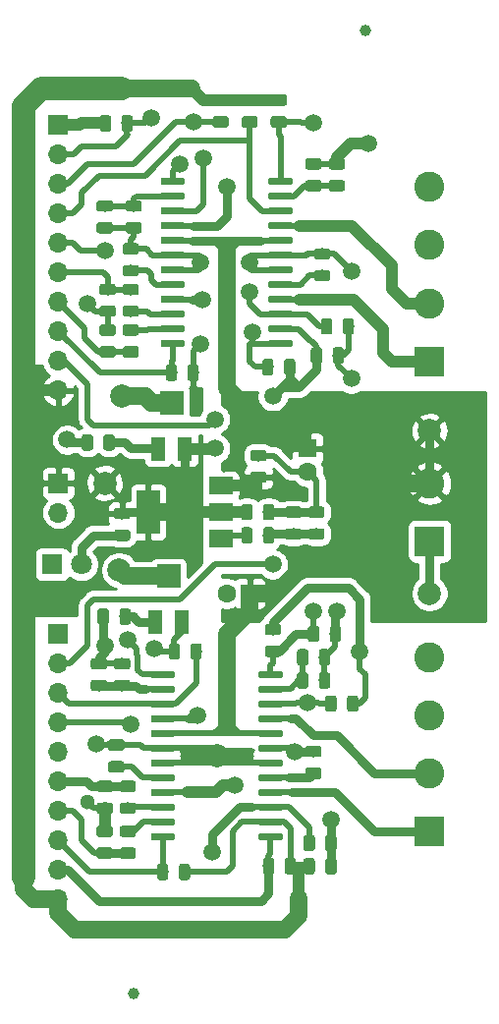
<source format=gbr>
G04 #@! TF.GenerationSoftware,KiCad,Pcbnew,5.1.4-e60b266~84~ubuntu18.04.1*
G04 #@! TF.CreationDate,2019-10-17T23:26:36-03:00*
G04 #@! TF.ProjectId,DCI_TP_Final_GG,4443495f-5450-45f4-9669-6e616c5f4747,Matias Brignone*
G04 #@! TF.SameCoordinates,Original*
G04 #@! TF.FileFunction,Copper,L1,Top*
G04 #@! TF.FilePolarity,Positive*
%FSLAX46Y46*%
G04 Gerber Fmt 4.6, Leading zero omitted, Abs format (unit mm)*
G04 Created by KiCad (PCBNEW 5.1.4-e60b266~84~ubuntu18.04.1) date 2019-10-17 23:26:36*
%MOMM*%
%LPD*%
G04 APERTURE LIST*
%ADD10C,2.600000*%
%ADD11R,2.600000X2.600000*%
%ADD12C,0.100000*%
%ADD13C,0.600000*%
%ADD14R,2.000000X1.500000*%
%ADD15R,2.000000X3.800000*%
%ADD16C,2.000000*%
%ADD17R,1.300000X2.000000*%
%ADD18R,2.000000X2.000000*%
%ADD19C,0.975000*%
%ADD20O,1.700000X1.700000*%
%ADD21R,1.700000X1.700000*%
%ADD22C,1.000000*%
%ADD23C,1.800000*%
%ADD24R,1.800000X1.800000*%
%ADD25C,1.600000*%
%ADD26R,1.600000X1.600000*%
%ADD27C,1.500000*%
%ADD28C,1.300000*%
%ADD29C,1.270000*%
%ADD30C,1.000000*%
%ADD31C,0.750000*%
%ADD32C,0.500000*%
%ADD33C,1.500000*%
%ADD34C,2.000000*%
%ADD35C,0.254000*%
G04 APERTURE END LIST*
D10*
X143000000Y-108000000D03*
X143000000Y-113000000D03*
X143000000Y-118000000D03*
D11*
X143000000Y-123000000D03*
D12*
G36*
X131039703Y-66715722D02*
G01*
X131054264Y-66717882D01*
X131068543Y-66721459D01*
X131082403Y-66726418D01*
X131095710Y-66732712D01*
X131108336Y-66740280D01*
X131120159Y-66749048D01*
X131131066Y-66758934D01*
X131140952Y-66769841D01*
X131149720Y-66781664D01*
X131157288Y-66794290D01*
X131163582Y-66807597D01*
X131168541Y-66821457D01*
X131172118Y-66835736D01*
X131174278Y-66850297D01*
X131175000Y-66865000D01*
X131175000Y-67165000D01*
X131174278Y-67179703D01*
X131172118Y-67194264D01*
X131168541Y-67208543D01*
X131163582Y-67222403D01*
X131157288Y-67235710D01*
X131149720Y-67248336D01*
X131140952Y-67260159D01*
X131131066Y-67271066D01*
X131120159Y-67280952D01*
X131108336Y-67289720D01*
X131095710Y-67297288D01*
X131082403Y-67303582D01*
X131068543Y-67308541D01*
X131054264Y-67312118D01*
X131039703Y-67314278D01*
X131025000Y-67315000D01*
X129275000Y-67315000D01*
X129260297Y-67314278D01*
X129245736Y-67312118D01*
X129231457Y-67308541D01*
X129217597Y-67303582D01*
X129204290Y-67297288D01*
X129191664Y-67289720D01*
X129179841Y-67280952D01*
X129168934Y-67271066D01*
X129159048Y-67260159D01*
X129150280Y-67248336D01*
X129142712Y-67235710D01*
X129136418Y-67222403D01*
X129131459Y-67208543D01*
X129127882Y-67194264D01*
X129125722Y-67179703D01*
X129125000Y-67165000D01*
X129125000Y-66865000D01*
X129125722Y-66850297D01*
X129127882Y-66835736D01*
X129131459Y-66821457D01*
X129136418Y-66807597D01*
X129142712Y-66794290D01*
X129150280Y-66781664D01*
X129159048Y-66769841D01*
X129168934Y-66758934D01*
X129179841Y-66749048D01*
X129191664Y-66740280D01*
X129204290Y-66732712D01*
X129217597Y-66726418D01*
X129231457Y-66721459D01*
X129245736Y-66717882D01*
X129260297Y-66715722D01*
X129275000Y-66715000D01*
X131025000Y-66715000D01*
X131039703Y-66715722D01*
X131039703Y-66715722D01*
G37*
D13*
X130150000Y-67015000D03*
D12*
G36*
X131039703Y-67985722D02*
G01*
X131054264Y-67987882D01*
X131068543Y-67991459D01*
X131082403Y-67996418D01*
X131095710Y-68002712D01*
X131108336Y-68010280D01*
X131120159Y-68019048D01*
X131131066Y-68028934D01*
X131140952Y-68039841D01*
X131149720Y-68051664D01*
X131157288Y-68064290D01*
X131163582Y-68077597D01*
X131168541Y-68091457D01*
X131172118Y-68105736D01*
X131174278Y-68120297D01*
X131175000Y-68135000D01*
X131175000Y-68435000D01*
X131174278Y-68449703D01*
X131172118Y-68464264D01*
X131168541Y-68478543D01*
X131163582Y-68492403D01*
X131157288Y-68505710D01*
X131149720Y-68518336D01*
X131140952Y-68530159D01*
X131131066Y-68541066D01*
X131120159Y-68550952D01*
X131108336Y-68559720D01*
X131095710Y-68567288D01*
X131082403Y-68573582D01*
X131068543Y-68578541D01*
X131054264Y-68582118D01*
X131039703Y-68584278D01*
X131025000Y-68585000D01*
X129275000Y-68585000D01*
X129260297Y-68584278D01*
X129245736Y-68582118D01*
X129231457Y-68578541D01*
X129217597Y-68573582D01*
X129204290Y-68567288D01*
X129191664Y-68559720D01*
X129179841Y-68550952D01*
X129168934Y-68541066D01*
X129159048Y-68530159D01*
X129150280Y-68518336D01*
X129142712Y-68505710D01*
X129136418Y-68492403D01*
X129131459Y-68478543D01*
X129127882Y-68464264D01*
X129125722Y-68449703D01*
X129125000Y-68435000D01*
X129125000Y-68135000D01*
X129125722Y-68120297D01*
X129127882Y-68105736D01*
X129131459Y-68091457D01*
X129136418Y-68077597D01*
X129142712Y-68064290D01*
X129150280Y-68051664D01*
X129159048Y-68039841D01*
X129168934Y-68028934D01*
X129179841Y-68019048D01*
X129191664Y-68010280D01*
X129204290Y-68002712D01*
X129217597Y-67996418D01*
X129231457Y-67991459D01*
X129245736Y-67987882D01*
X129260297Y-67985722D01*
X129275000Y-67985000D01*
X131025000Y-67985000D01*
X131039703Y-67985722D01*
X131039703Y-67985722D01*
G37*
D13*
X130150000Y-68285000D03*
D12*
G36*
X131039703Y-69255722D02*
G01*
X131054264Y-69257882D01*
X131068543Y-69261459D01*
X131082403Y-69266418D01*
X131095710Y-69272712D01*
X131108336Y-69280280D01*
X131120159Y-69289048D01*
X131131066Y-69298934D01*
X131140952Y-69309841D01*
X131149720Y-69321664D01*
X131157288Y-69334290D01*
X131163582Y-69347597D01*
X131168541Y-69361457D01*
X131172118Y-69375736D01*
X131174278Y-69390297D01*
X131175000Y-69405000D01*
X131175000Y-69705000D01*
X131174278Y-69719703D01*
X131172118Y-69734264D01*
X131168541Y-69748543D01*
X131163582Y-69762403D01*
X131157288Y-69775710D01*
X131149720Y-69788336D01*
X131140952Y-69800159D01*
X131131066Y-69811066D01*
X131120159Y-69820952D01*
X131108336Y-69829720D01*
X131095710Y-69837288D01*
X131082403Y-69843582D01*
X131068543Y-69848541D01*
X131054264Y-69852118D01*
X131039703Y-69854278D01*
X131025000Y-69855000D01*
X129275000Y-69855000D01*
X129260297Y-69854278D01*
X129245736Y-69852118D01*
X129231457Y-69848541D01*
X129217597Y-69843582D01*
X129204290Y-69837288D01*
X129191664Y-69829720D01*
X129179841Y-69820952D01*
X129168934Y-69811066D01*
X129159048Y-69800159D01*
X129150280Y-69788336D01*
X129142712Y-69775710D01*
X129136418Y-69762403D01*
X129131459Y-69748543D01*
X129127882Y-69734264D01*
X129125722Y-69719703D01*
X129125000Y-69705000D01*
X129125000Y-69405000D01*
X129125722Y-69390297D01*
X129127882Y-69375736D01*
X129131459Y-69361457D01*
X129136418Y-69347597D01*
X129142712Y-69334290D01*
X129150280Y-69321664D01*
X129159048Y-69309841D01*
X129168934Y-69298934D01*
X129179841Y-69289048D01*
X129191664Y-69280280D01*
X129204290Y-69272712D01*
X129217597Y-69266418D01*
X129231457Y-69261459D01*
X129245736Y-69257882D01*
X129260297Y-69255722D01*
X129275000Y-69255000D01*
X131025000Y-69255000D01*
X131039703Y-69255722D01*
X131039703Y-69255722D01*
G37*
D13*
X130150000Y-69555000D03*
D12*
G36*
X131039703Y-70525722D02*
G01*
X131054264Y-70527882D01*
X131068543Y-70531459D01*
X131082403Y-70536418D01*
X131095710Y-70542712D01*
X131108336Y-70550280D01*
X131120159Y-70559048D01*
X131131066Y-70568934D01*
X131140952Y-70579841D01*
X131149720Y-70591664D01*
X131157288Y-70604290D01*
X131163582Y-70617597D01*
X131168541Y-70631457D01*
X131172118Y-70645736D01*
X131174278Y-70660297D01*
X131175000Y-70675000D01*
X131175000Y-70975000D01*
X131174278Y-70989703D01*
X131172118Y-71004264D01*
X131168541Y-71018543D01*
X131163582Y-71032403D01*
X131157288Y-71045710D01*
X131149720Y-71058336D01*
X131140952Y-71070159D01*
X131131066Y-71081066D01*
X131120159Y-71090952D01*
X131108336Y-71099720D01*
X131095710Y-71107288D01*
X131082403Y-71113582D01*
X131068543Y-71118541D01*
X131054264Y-71122118D01*
X131039703Y-71124278D01*
X131025000Y-71125000D01*
X129275000Y-71125000D01*
X129260297Y-71124278D01*
X129245736Y-71122118D01*
X129231457Y-71118541D01*
X129217597Y-71113582D01*
X129204290Y-71107288D01*
X129191664Y-71099720D01*
X129179841Y-71090952D01*
X129168934Y-71081066D01*
X129159048Y-71070159D01*
X129150280Y-71058336D01*
X129142712Y-71045710D01*
X129136418Y-71032403D01*
X129131459Y-71018543D01*
X129127882Y-71004264D01*
X129125722Y-70989703D01*
X129125000Y-70975000D01*
X129125000Y-70675000D01*
X129125722Y-70660297D01*
X129127882Y-70645736D01*
X129131459Y-70631457D01*
X129136418Y-70617597D01*
X129142712Y-70604290D01*
X129150280Y-70591664D01*
X129159048Y-70579841D01*
X129168934Y-70568934D01*
X129179841Y-70559048D01*
X129191664Y-70550280D01*
X129204290Y-70542712D01*
X129217597Y-70536418D01*
X129231457Y-70531459D01*
X129245736Y-70527882D01*
X129260297Y-70525722D01*
X129275000Y-70525000D01*
X131025000Y-70525000D01*
X131039703Y-70525722D01*
X131039703Y-70525722D01*
G37*
D13*
X130150000Y-70825000D03*
D12*
G36*
X131039703Y-71795722D02*
G01*
X131054264Y-71797882D01*
X131068543Y-71801459D01*
X131082403Y-71806418D01*
X131095710Y-71812712D01*
X131108336Y-71820280D01*
X131120159Y-71829048D01*
X131131066Y-71838934D01*
X131140952Y-71849841D01*
X131149720Y-71861664D01*
X131157288Y-71874290D01*
X131163582Y-71887597D01*
X131168541Y-71901457D01*
X131172118Y-71915736D01*
X131174278Y-71930297D01*
X131175000Y-71945000D01*
X131175000Y-72245000D01*
X131174278Y-72259703D01*
X131172118Y-72274264D01*
X131168541Y-72288543D01*
X131163582Y-72302403D01*
X131157288Y-72315710D01*
X131149720Y-72328336D01*
X131140952Y-72340159D01*
X131131066Y-72351066D01*
X131120159Y-72360952D01*
X131108336Y-72369720D01*
X131095710Y-72377288D01*
X131082403Y-72383582D01*
X131068543Y-72388541D01*
X131054264Y-72392118D01*
X131039703Y-72394278D01*
X131025000Y-72395000D01*
X129275000Y-72395000D01*
X129260297Y-72394278D01*
X129245736Y-72392118D01*
X129231457Y-72388541D01*
X129217597Y-72383582D01*
X129204290Y-72377288D01*
X129191664Y-72369720D01*
X129179841Y-72360952D01*
X129168934Y-72351066D01*
X129159048Y-72340159D01*
X129150280Y-72328336D01*
X129142712Y-72315710D01*
X129136418Y-72302403D01*
X129131459Y-72288543D01*
X129127882Y-72274264D01*
X129125722Y-72259703D01*
X129125000Y-72245000D01*
X129125000Y-71945000D01*
X129125722Y-71930297D01*
X129127882Y-71915736D01*
X129131459Y-71901457D01*
X129136418Y-71887597D01*
X129142712Y-71874290D01*
X129150280Y-71861664D01*
X129159048Y-71849841D01*
X129168934Y-71838934D01*
X129179841Y-71829048D01*
X129191664Y-71820280D01*
X129204290Y-71812712D01*
X129217597Y-71806418D01*
X129231457Y-71801459D01*
X129245736Y-71797882D01*
X129260297Y-71795722D01*
X129275000Y-71795000D01*
X131025000Y-71795000D01*
X131039703Y-71795722D01*
X131039703Y-71795722D01*
G37*
D13*
X130150000Y-72095000D03*
D12*
G36*
X131039703Y-73065722D02*
G01*
X131054264Y-73067882D01*
X131068543Y-73071459D01*
X131082403Y-73076418D01*
X131095710Y-73082712D01*
X131108336Y-73090280D01*
X131120159Y-73099048D01*
X131131066Y-73108934D01*
X131140952Y-73119841D01*
X131149720Y-73131664D01*
X131157288Y-73144290D01*
X131163582Y-73157597D01*
X131168541Y-73171457D01*
X131172118Y-73185736D01*
X131174278Y-73200297D01*
X131175000Y-73215000D01*
X131175000Y-73515000D01*
X131174278Y-73529703D01*
X131172118Y-73544264D01*
X131168541Y-73558543D01*
X131163582Y-73572403D01*
X131157288Y-73585710D01*
X131149720Y-73598336D01*
X131140952Y-73610159D01*
X131131066Y-73621066D01*
X131120159Y-73630952D01*
X131108336Y-73639720D01*
X131095710Y-73647288D01*
X131082403Y-73653582D01*
X131068543Y-73658541D01*
X131054264Y-73662118D01*
X131039703Y-73664278D01*
X131025000Y-73665000D01*
X129275000Y-73665000D01*
X129260297Y-73664278D01*
X129245736Y-73662118D01*
X129231457Y-73658541D01*
X129217597Y-73653582D01*
X129204290Y-73647288D01*
X129191664Y-73639720D01*
X129179841Y-73630952D01*
X129168934Y-73621066D01*
X129159048Y-73610159D01*
X129150280Y-73598336D01*
X129142712Y-73585710D01*
X129136418Y-73572403D01*
X129131459Y-73558543D01*
X129127882Y-73544264D01*
X129125722Y-73529703D01*
X129125000Y-73515000D01*
X129125000Y-73215000D01*
X129125722Y-73200297D01*
X129127882Y-73185736D01*
X129131459Y-73171457D01*
X129136418Y-73157597D01*
X129142712Y-73144290D01*
X129150280Y-73131664D01*
X129159048Y-73119841D01*
X129168934Y-73108934D01*
X129179841Y-73099048D01*
X129191664Y-73090280D01*
X129204290Y-73082712D01*
X129217597Y-73076418D01*
X129231457Y-73071459D01*
X129245736Y-73067882D01*
X129260297Y-73065722D01*
X129275000Y-73065000D01*
X131025000Y-73065000D01*
X131039703Y-73065722D01*
X131039703Y-73065722D01*
G37*
D13*
X130150000Y-73365000D03*
D12*
G36*
X131039703Y-74335722D02*
G01*
X131054264Y-74337882D01*
X131068543Y-74341459D01*
X131082403Y-74346418D01*
X131095710Y-74352712D01*
X131108336Y-74360280D01*
X131120159Y-74369048D01*
X131131066Y-74378934D01*
X131140952Y-74389841D01*
X131149720Y-74401664D01*
X131157288Y-74414290D01*
X131163582Y-74427597D01*
X131168541Y-74441457D01*
X131172118Y-74455736D01*
X131174278Y-74470297D01*
X131175000Y-74485000D01*
X131175000Y-74785000D01*
X131174278Y-74799703D01*
X131172118Y-74814264D01*
X131168541Y-74828543D01*
X131163582Y-74842403D01*
X131157288Y-74855710D01*
X131149720Y-74868336D01*
X131140952Y-74880159D01*
X131131066Y-74891066D01*
X131120159Y-74900952D01*
X131108336Y-74909720D01*
X131095710Y-74917288D01*
X131082403Y-74923582D01*
X131068543Y-74928541D01*
X131054264Y-74932118D01*
X131039703Y-74934278D01*
X131025000Y-74935000D01*
X129275000Y-74935000D01*
X129260297Y-74934278D01*
X129245736Y-74932118D01*
X129231457Y-74928541D01*
X129217597Y-74923582D01*
X129204290Y-74917288D01*
X129191664Y-74909720D01*
X129179841Y-74900952D01*
X129168934Y-74891066D01*
X129159048Y-74880159D01*
X129150280Y-74868336D01*
X129142712Y-74855710D01*
X129136418Y-74842403D01*
X129131459Y-74828543D01*
X129127882Y-74814264D01*
X129125722Y-74799703D01*
X129125000Y-74785000D01*
X129125000Y-74485000D01*
X129125722Y-74470297D01*
X129127882Y-74455736D01*
X129131459Y-74441457D01*
X129136418Y-74427597D01*
X129142712Y-74414290D01*
X129150280Y-74401664D01*
X129159048Y-74389841D01*
X129168934Y-74378934D01*
X129179841Y-74369048D01*
X129191664Y-74360280D01*
X129204290Y-74352712D01*
X129217597Y-74346418D01*
X129231457Y-74341459D01*
X129245736Y-74337882D01*
X129260297Y-74335722D01*
X129275000Y-74335000D01*
X131025000Y-74335000D01*
X131039703Y-74335722D01*
X131039703Y-74335722D01*
G37*
D13*
X130150000Y-74635000D03*
D12*
G36*
X131039703Y-75605722D02*
G01*
X131054264Y-75607882D01*
X131068543Y-75611459D01*
X131082403Y-75616418D01*
X131095710Y-75622712D01*
X131108336Y-75630280D01*
X131120159Y-75639048D01*
X131131066Y-75648934D01*
X131140952Y-75659841D01*
X131149720Y-75671664D01*
X131157288Y-75684290D01*
X131163582Y-75697597D01*
X131168541Y-75711457D01*
X131172118Y-75725736D01*
X131174278Y-75740297D01*
X131175000Y-75755000D01*
X131175000Y-76055000D01*
X131174278Y-76069703D01*
X131172118Y-76084264D01*
X131168541Y-76098543D01*
X131163582Y-76112403D01*
X131157288Y-76125710D01*
X131149720Y-76138336D01*
X131140952Y-76150159D01*
X131131066Y-76161066D01*
X131120159Y-76170952D01*
X131108336Y-76179720D01*
X131095710Y-76187288D01*
X131082403Y-76193582D01*
X131068543Y-76198541D01*
X131054264Y-76202118D01*
X131039703Y-76204278D01*
X131025000Y-76205000D01*
X129275000Y-76205000D01*
X129260297Y-76204278D01*
X129245736Y-76202118D01*
X129231457Y-76198541D01*
X129217597Y-76193582D01*
X129204290Y-76187288D01*
X129191664Y-76179720D01*
X129179841Y-76170952D01*
X129168934Y-76161066D01*
X129159048Y-76150159D01*
X129150280Y-76138336D01*
X129142712Y-76125710D01*
X129136418Y-76112403D01*
X129131459Y-76098543D01*
X129127882Y-76084264D01*
X129125722Y-76069703D01*
X129125000Y-76055000D01*
X129125000Y-75755000D01*
X129125722Y-75740297D01*
X129127882Y-75725736D01*
X129131459Y-75711457D01*
X129136418Y-75697597D01*
X129142712Y-75684290D01*
X129150280Y-75671664D01*
X129159048Y-75659841D01*
X129168934Y-75648934D01*
X129179841Y-75639048D01*
X129191664Y-75630280D01*
X129204290Y-75622712D01*
X129217597Y-75616418D01*
X129231457Y-75611459D01*
X129245736Y-75607882D01*
X129260297Y-75605722D01*
X129275000Y-75605000D01*
X131025000Y-75605000D01*
X131039703Y-75605722D01*
X131039703Y-75605722D01*
G37*
D13*
X130150000Y-75905000D03*
D12*
G36*
X131039703Y-76875722D02*
G01*
X131054264Y-76877882D01*
X131068543Y-76881459D01*
X131082403Y-76886418D01*
X131095710Y-76892712D01*
X131108336Y-76900280D01*
X131120159Y-76909048D01*
X131131066Y-76918934D01*
X131140952Y-76929841D01*
X131149720Y-76941664D01*
X131157288Y-76954290D01*
X131163582Y-76967597D01*
X131168541Y-76981457D01*
X131172118Y-76995736D01*
X131174278Y-77010297D01*
X131175000Y-77025000D01*
X131175000Y-77325000D01*
X131174278Y-77339703D01*
X131172118Y-77354264D01*
X131168541Y-77368543D01*
X131163582Y-77382403D01*
X131157288Y-77395710D01*
X131149720Y-77408336D01*
X131140952Y-77420159D01*
X131131066Y-77431066D01*
X131120159Y-77440952D01*
X131108336Y-77449720D01*
X131095710Y-77457288D01*
X131082403Y-77463582D01*
X131068543Y-77468541D01*
X131054264Y-77472118D01*
X131039703Y-77474278D01*
X131025000Y-77475000D01*
X129275000Y-77475000D01*
X129260297Y-77474278D01*
X129245736Y-77472118D01*
X129231457Y-77468541D01*
X129217597Y-77463582D01*
X129204290Y-77457288D01*
X129191664Y-77449720D01*
X129179841Y-77440952D01*
X129168934Y-77431066D01*
X129159048Y-77420159D01*
X129150280Y-77408336D01*
X129142712Y-77395710D01*
X129136418Y-77382403D01*
X129131459Y-77368543D01*
X129127882Y-77354264D01*
X129125722Y-77339703D01*
X129125000Y-77325000D01*
X129125000Y-77025000D01*
X129125722Y-77010297D01*
X129127882Y-76995736D01*
X129131459Y-76981457D01*
X129136418Y-76967597D01*
X129142712Y-76954290D01*
X129150280Y-76941664D01*
X129159048Y-76929841D01*
X129168934Y-76918934D01*
X129179841Y-76909048D01*
X129191664Y-76900280D01*
X129204290Y-76892712D01*
X129217597Y-76886418D01*
X129231457Y-76881459D01*
X129245736Y-76877882D01*
X129260297Y-76875722D01*
X129275000Y-76875000D01*
X131025000Y-76875000D01*
X131039703Y-76875722D01*
X131039703Y-76875722D01*
G37*
D13*
X130150000Y-77175000D03*
D12*
G36*
X131039703Y-78145722D02*
G01*
X131054264Y-78147882D01*
X131068543Y-78151459D01*
X131082403Y-78156418D01*
X131095710Y-78162712D01*
X131108336Y-78170280D01*
X131120159Y-78179048D01*
X131131066Y-78188934D01*
X131140952Y-78199841D01*
X131149720Y-78211664D01*
X131157288Y-78224290D01*
X131163582Y-78237597D01*
X131168541Y-78251457D01*
X131172118Y-78265736D01*
X131174278Y-78280297D01*
X131175000Y-78295000D01*
X131175000Y-78595000D01*
X131174278Y-78609703D01*
X131172118Y-78624264D01*
X131168541Y-78638543D01*
X131163582Y-78652403D01*
X131157288Y-78665710D01*
X131149720Y-78678336D01*
X131140952Y-78690159D01*
X131131066Y-78701066D01*
X131120159Y-78710952D01*
X131108336Y-78719720D01*
X131095710Y-78727288D01*
X131082403Y-78733582D01*
X131068543Y-78738541D01*
X131054264Y-78742118D01*
X131039703Y-78744278D01*
X131025000Y-78745000D01*
X129275000Y-78745000D01*
X129260297Y-78744278D01*
X129245736Y-78742118D01*
X129231457Y-78738541D01*
X129217597Y-78733582D01*
X129204290Y-78727288D01*
X129191664Y-78719720D01*
X129179841Y-78710952D01*
X129168934Y-78701066D01*
X129159048Y-78690159D01*
X129150280Y-78678336D01*
X129142712Y-78665710D01*
X129136418Y-78652403D01*
X129131459Y-78638543D01*
X129127882Y-78624264D01*
X129125722Y-78609703D01*
X129125000Y-78595000D01*
X129125000Y-78295000D01*
X129125722Y-78280297D01*
X129127882Y-78265736D01*
X129131459Y-78251457D01*
X129136418Y-78237597D01*
X129142712Y-78224290D01*
X129150280Y-78211664D01*
X129159048Y-78199841D01*
X129168934Y-78188934D01*
X129179841Y-78179048D01*
X129191664Y-78170280D01*
X129204290Y-78162712D01*
X129217597Y-78156418D01*
X129231457Y-78151459D01*
X129245736Y-78147882D01*
X129260297Y-78145722D01*
X129275000Y-78145000D01*
X131025000Y-78145000D01*
X131039703Y-78145722D01*
X131039703Y-78145722D01*
G37*
D13*
X130150000Y-78445000D03*
D12*
G36*
X131039703Y-79415722D02*
G01*
X131054264Y-79417882D01*
X131068543Y-79421459D01*
X131082403Y-79426418D01*
X131095710Y-79432712D01*
X131108336Y-79440280D01*
X131120159Y-79449048D01*
X131131066Y-79458934D01*
X131140952Y-79469841D01*
X131149720Y-79481664D01*
X131157288Y-79494290D01*
X131163582Y-79507597D01*
X131168541Y-79521457D01*
X131172118Y-79535736D01*
X131174278Y-79550297D01*
X131175000Y-79565000D01*
X131175000Y-79865000D01*
X131174278Y-79879703D01*
X131172118Y-79894264D01*
X131168541Y-79908543D01*
X131163582Y-79922403D01*
X131157288Y-79935710D01*
X131149720Y-79948336D01*
X131140952Y-79960159D01*
X131131066Y-79971066D01*
X131120159Y-79980952D01*
X131108336Y-79989720D01*
X131095710Y-79997288D01*
X131082403Y-80003582D01*
X131068543Y-80008541D01*
X131054264Y-80012118D01*
X131039703Y-80014278D01*
X131025000Y-80015000D01*
X129275000Y-80015000D01*
X129260297Y-80014278D01*
X129245736Y-80012118D01*
X129231457Y-80008541D01*
X129217597Y-80003582D01*
X129204290Y-79997288D01*
X129191664Y-79989720D01*
X129179841Y-79980952D01*
X129168934Y-79971066D01*
X129159048Y-79960159D01*
X129150280Y-79948336D01*
X129142712Y-79935710D01*
X129136418Y-79922403D01*
X129131459Y-79908543D01*
X129127882Y-79894264D01*
X129125722Y-79879703D01*
X129125000Y-79865000D01*
X129125000Y-79565000D01*
X129125722Y-79550297D01*
X129127882Y-79535736D01*
X129131459Y-79521457D01*
X129136418Y-79507597D01*
X129142712Y-79494290D01*
X129150280Y-79481664D01*
X129159048Y-79469841D01*
X129168934Y-79458934D01*
X129179841Y-79449048D01*
X129191664Y-79440280D01*
X129204290Y-79432712D01*
X129217597Y-79426418D01*
X129231457Y-79421459D01*
X129245736Y-79417882D01*
X129260297Y-79415722D01*
X129275000Y-79415000D01*
X131025000Y-79415000D01*
X131039703Y-79415722D01*
X131039703Y-79415722D01*
G37*
D13*
X130150000Y-79715000D03*
D12*
G36*
X131039703Y-80685722D02*
G01*
X131054264Y-80687882D01*
X131068543Y-80691459D01*
X131082403Y-80696418D01*
X131095710Y-80702712D01*
X131108336Y-80710280D01*
X131120159Y-80719048D01*
X131131066Y-80728934D01*
X131140952Y-80739841D01*
X131149720Y-80751664D01*
X131157288Y-80764290D01*
X131163582Y-80777597D01*
X131168541Y-80791457D01*
X131172118Y-80805736D01*
X131174278Y-80820297D01*
X131175000Y-80835000D01*
X131175000Y-81135000D01*
X131174278Y-81149703D01*
X131172118Y-81164264D01*
X131168541Y-81178543D01*
X131163582Y-81192403D01*
X131157288Y-81205710D01*
X131149720Y-81218336D01*
X131140952Y-81230159D01*
X131131066Y-81241066D01*
X131120159Y-81250952D01*
X131108336Y-81259720D01*
X131095710Y-81267288D01*
X131082403Y-81273582D01*
X131068543Y-81278541D01*
X131054264Y-81282118D01*
X131039703Y-81284278D01*
X131025000Y-81285000D01*
X129275000Y-81285000D01*
X129260297Y-81284278D01*
X129245736Y-81282118D01*
X129231457Y-81278541D01*
X129217597Y-81273582D01*
X129204290Y-81267288D01*
X129191664Y-81259720D01*
X129179841Y-81250952D01*
X129168934Y-81241066D01*
X129159048Y-81230159D01*
X129150280Y-81218336D01*
X129142712Y-81205710D01*
X129136418Y-81192403D01*
X129131459Y-81178543D01*
X129127882Y-81164264D01*
X129125722Y-81149703D01*
X129125000Y-81135000D01*
X129125000Y-80835000D01*
X129125722Y-80820297D01*
X129127882Y-80805736D01*
X129131459Y-80791457D01*
X129136418Y-80777597D01*
X129142712Y-80764290D01*
X129150280Y-80751664D01*
X129159048Y-80739841D01*
X129168934Y-80728934D01*
X129179841Y-80719048D01*
X129191664Y-80710280D01*
X129204290Y-80702712D01*
X129217597Y-80696418D01*
X129231457Y-80691459D01*
X129245736Y-80687882D01*
X129260297Y-80685722D01*
X129275000Y-80685000D01*
X131025000Y-80685000D01*
X131039703Y-80685722D01*
X131039703Y-80685722D01*
G37*
D13*
X130150000Y-80985000D03*
D12*
G36*
X121739703Y-80685722D02*
G01*
X121754264Y-80687882D01*
X121768543Y-80691459D01*
X121782403Y-80696418D01*
X121795710Y-80702712D01*
X121808336Y-80710280D01*
X121820159Y-80719048D01*
X121831066Y-80728934D01*
X121840952Y-80739841D01*
X121849720Y-80751664D01*
X121857288Y-80764290D01*
X121863582Y-80777597D01*
X121868541Y-80791457D01*
X121872118Y-80805736D01*
X121874278Y-80820297D01*
X121875000Y-80835000D01*
X121875000Y-81135000D01*
X121874278Y-81149703D01*
X121872118Y-81164264D01*
X121868541Y-81178543D01*
X121863582Y-81192403D01*
X121857288Y-81205710D01*
X121849720Y-81218336D01*
X121840952Y-81230159D01*
X121831066Y-81241066D01*
X121820159Y-81250952D01*
X121808336Y-81259720D01*
X121795710Y-81267288D01*
X121782403Y-81273582D01*
X121768543Y-81278541D01*
X121754264Y-81282118D01*
X121739703Y-81284278D01*
X121725000Y-81285000D01*
X119975000Y-81285000D01*
X119960297Y-81284278D01*
X119945736Y-81282118D01*
X119931457Y-81278541D01*
X119917597Y-81273582D01*
X119904290Y-81267288D01*
X119891664Y-81259720D01*
X119879841Y-81250952D01*
X119868934Y-81241066D01*
X119859048Y-81230159D01*
X119850280Y-81218336D01*
X119842712Y-81205710D01*
X119836418Y-81192403D01*
X119831459Y-81178543D01*
X119827882Y-81164264D01*
X119825722Y-81149703D01*
X119825000Y-81135000D01*
X119825000Y-80835000D01*
X119825722Y-80820297D01*
X119827882Y-80805736D01*
X119831459Y-80791457D01*
X119836418Y-80777597D01*
X119842712Y-80764290D01*
X119850280Y-80751664D01*
X119859048Y-80739841D01*
X119868934Y-80728934D01*
X119879841Y-80719048D01*
X119891664Y-80710280D01*
X119904290Y-80702712D01*
X119917597Y-80696418D01*
X119931457Y-80691459D01*
X119945736Y-80687882D01*
X119960297Y-80685722D01*
X119975000Y-80685000D01*
X121725000Y-80685000D01*
X121739703Y-80685722D01*
X121739703Y-80685722D01*
G37*
D13*
X120850000Y-80985000D03*
D12*
G36*
X121739703Y-79415722D02*
G01*
X121754264Y-79417882D01*
X121768543Y-79421459D01*
X121782403Y-79426418D01*
X121795710Y-79432712D01*
X121808336Y-79440280D01*
X121820159Y-79449048D01*
X121831066Y-79458934D01*
X121840952Y-79469841D01*
X121849720Y-79481664D01*
X121857288Y-79494290D01*
X121863582Y-79507597D01*
X121868541Y-79521457D01*
X121872118Y-79535736D01*
X121874278Y-79550297D01*
X121875000Y-79565000D01*
X121875000Y-79865000D01*
X121874278Y-79879703D01*
X121872118Y-79894264D01*
X121868541Y-79908543D01*
X121863582Y-79922403D01*
X121857288Y-79935710D01*
X121849720Y-79948336D01*
X121840952Y-79960159D01*
X121831066Y-79971066D01*
X121820159Y-79980952D01*
X121808336Y-79989720D01*
X121795710Y-79997288D01*
X121782403Y-80003582D01*
X121768543Y-80008541D01*
X121754264Y-80012118D01*
X121739703Y-80014278D01*
X121725000Y-80015000D01*
X119975000Y-80015000D01*
X119960297Y-80014278D01*
X119945736Y-80012118D01*
X119931457Y-80008541D01*
X119917597Y-80003582D01*
X119904290Y-79997288D01*
X119891664Y-79989720D01*
X119879841Y-79980952D01*
X119868934Y-79971066D01*
X119859048Y-79960159D01*
X119850280Y-79948336D01*
X119842712Y-79935710D01*
X119836418Y-79922403D01*
X119831459Y-79908543D01*
X119827882Y-79894264D01*
X119825722Y-79879703D01*
X119825000Y-79865000D01*
X119825000Y-79565000D01*
X119825722Y-79550297D01*
X119827882Y-79535736D01*
X119831459Y-79521457D01*
X119836418Y-79507597D01*
X119842712Y-79494290D01*
X119850280Y-79481664D01*
X119859048Y-79469841D01*
X119868934Y-79458934D01*
X119879841Y-79449048D01*
X119891664Y-79440280D01*
X119904290Y-79432712D01*
X119917597Y-79426418D01*
X119931457Y-79421459D01*
X119945736Y-79417882D01*
X119960297Y-79415722D01*
X119975000Y-79415000D01*
X121725000Y-79415000D01*
X121739703Y-79415722D01*
X121739703Y-79415722D01*
G37*
D13*
X120850000Y-79715000D03*
D12*
G36*
X121739703Y-78145722D02*
G01*
X121754264Y-78147882D01*
X121768543Y-78151459D01*
X121782403Y-78156418D01*
X121795710Y-78162712D01*
X121808336Y-78170280D01*
X121820159Y-78179048D01*
X121831066Y-78188934D01*
X121840952Y-78199841D01*
X121849720Y-78211664D01*
X121857288Y-78224290D01*
X121863582Y-78237597D01*
X121868541Y-78251457D01*
X121872118Y-78265736D01*
X121874278Y-78280297D01*
X121875000Y-78295000D01*
X121875000Y-78595000D01*
X121874278Y-78609703D01*
X121872118Y-78624264D01*
X121868541Y-78638543D01*
X121863582Y-78652403D01*
X121857288Y-78665710D01*
X121849720Y-78678336D01*
X121840952Y-78690159D01*
X121831066Y-78701066D01*
X121820159Y-78710952D01*
X121808336Y-78719720D01*
X121795710Y-78727288D01*
X121782403Y-78733582D01*
X121768543Y-78738541D01*
X121754264Y-78742118D01*
X121739703Y-78744278D01*
X121725000Y-78745000D01*
X119975000Y-78745000D01*
X119960297Y-78744278D01*
X119945736Y-78742118D01*
X119931457Y-78738541D01*
X119917597Y-78733582D01*
X119904290Y-78727288D01*
X119891664Y-78719720D01*
X119879841Y-78710952D01*
X119868934Y-78701066D01*
X119859048Y-78690159D01*
X119850280Y-78678336D01*
X119842712Y-78665710D01*
X119836418Y-78652403D01*
X119831459Y-78638543D01*
X119827882Y-78624264D01*
X119825722Y-78609703D01*
X119825000Y-78595000D01*
X119825000Y-78295000D01*
X119825722Y-78280297D01*
X119827882Y-78265736D01*
X119831459Y-78251457D01*
X119836418Y-78237597D01*
X119842712Y-78224290D01*
X119850280Y-78211664D01*
X119859048Y-78199841D01*
X119868934Y-78188934D01*
X119879841Y-78179048D01*
X119891664Y-78170280D01*
X119904290Y-78162712D01*
X119917597Y-78156418D01*
X119931457Y-78151459D01*
X119945736Y-78147882D01*
X119960297Y-78145722D01*
X119975000Y-78145000D01*
X121725000Y-78145000D01*
X121739703Y-78145722D01*
X121739703Y-78145722D01*
G37*
D13*
X120850000Y-78445000D03*
D12*
G36*
X121739703Y-76875722D02*
G01*
X121754264Y-76877882D01*
X121768543Y-76881459D01*
X121782403Y-76886418D01*
X121795710Y-76892712D01*
X121808336Y-76900280D01*
X121820159Y-76909048D01*
X121831066Y-76918934D01*
X121840952Y-76929841D01*
X121849720Y-76941664D01*
X121857288Y-76954290D01*
X121863582Y-76967597D01*
X121868541Y-76981457D01*
X121872118Y-76995736D01*
X121874278Y-77010297D01*
X121875000Y-77025000D01*
X121875000Y-77325000D01*
X121874278Y-77339703D01*
X121872118Y-77354264D01*
X121868541Y-77368543D01*
X121863582Y-77382403D01*
X121857288Y-77395710D01*
X121849720Y-77408336D01*
X121840952Y-77420159D01*
X121831066Y-77431066D01*
X121820159Y-77440952D01*
X121808336Y-77449720D01*
X121795710Y-77457288D01*
X121782403Y-77463582D01*
X121768543Y-77468541D01*
X121754264Y-77472118D01*
X121739703Y-77474278D01*
X121725000Y-77475000D01*
X119975000Y-77475000D01*
X119960297Y-77474278D01*
X119945736Y-77472118D01*
X119931457Y-77468541D01*
X119917597Y-77463582D01*
X119904290Y-77457288D01*
X119891664Y-77449720D01*
X119879841Y-77440952D01*
X119868934Y-77431066D01*
X119859048Y-77420159D01*
X119850280Y-77408336D01*
X119842712Y-77395710D01*
X119836418Y-77382403D01*
X119831459Y-77368543D01*
X119827882Y-77354264D01*
X119825722Y-77339703D01*
X119825000Y-77325000D01*
X119825000Y-77025000D01*
X119825722Y-77010297D01*
X119827882Y-76995736D01*
X119831459Y-76981457D01*
X119836418Y-76967597D01*
X119842712Y-76954290D01*
X119850280Y-76941664D01*
X119859048Y-76929841D01*
X119868934Y-76918934D01*
X119879841Y-76909048D01*
X119891664Y-76900280D01*
X119904290Y-76892712D01*
X119917597Y-76886418D01*
X119931457Y-76881459D01*
X119945736Y-76877882D01*
X119960297Y-76875722D01*
X119975000Y-76875000D01*
X121725000Y-76875000D01*
X121739703Y-76875722D01*
X121739703Y-76875722D01*
G37*
D13*
X120850000Y-77175000D03*
D12*
G36*
X121739703Y-75605722D02*
G01*
X121754264Y-75607882D01*
X121768543Y-75611459D01*
X121782403Y-75616418D01*
X121795710Y-75622712D01*
X121808336Y-75630280D01*
X121820159Y-75639048D01*
X121831066Y-75648934D01*
X121840952Y-75659841D01*
X121849720Y-75671664D01*
X121857288Y-75684290D01*
X121863582Y-75697597D01*
X121868541Y-75711457D01*
X121872118Y-75725736D01*
X121874278Y-75740297D01*
X121875000Y-75755000D01*
X121875000Y-76055000D01*
X121874278Y-76069703D01*
X121872118Y-76084264D01*
X121868541Y-76098543D01*
X121863582Y-76112403D01*
X121857288Y-76125710D01*
X121849720Y-76138336D01*
X121840952Y-76150159D01*
X121831066Y-76161066D01*
X121820159Y-76170952D01*
X121808336Y-76179720D01*
X121795710Y-76187288D01*
X121782403Y-76193582D01*
X121768543Y-76198541D01*
X121754264Y-76202118D01*
X121739703Y-76204278D01*
X121725000Y-76205000D01*
X119975000Y-76205000D01*
X119960297Y-76204278D01*
X119945736Y-76202118D01*
X119931457Y-76198541D01*
X119917597Y-76193582D01*
X119904290Y-76187288D01*
X119891664Y-76179720D01*
X119879841Y-76170952D01*
X119868934Y-76161066D01*
X119859048Y-76150159D01*
X119850280Y-76138336D01*
X119842712Y-76125710D01*
X119836418Y-76112403D01*
X119831459Y-76098543D01*
X119827882Y-76084264D01*
X119825722Y-76069703D01*
X119825000Y-76055000D01*
X119825000Y-75755000D01*
X119825722Y-75740297D01*
X119827882Y-75725736D01*
X119831459Y-75711457D01*
X119836418Y-75697597D01*
X119842712Y-75684290D01*
X119850280Y-75671664D01*
X119859048Y-75659841D01*
X119868934Y-75648934D01*
X119879841Y-75639048D01*
X119891664Y-75630280D01*
X119904290Y-75622712D01*
X119917597Y-75616418D01*
X119931457Y-75611459D01*
X119945736Y-75607882D01*
X119960297Y-75605722D01*
X119975000Y-75605000D01*
X121725000Y-75605000D01*
X121739703Y-75605722D01*
X121739703Y-75605722D01*
G37*
D13*
X120850000Y-75905000D03*
D12*
G36*
X121739703Y-74335722D02*
G01*
X121754264Y-74337882D01*
X121768543Y-74341459D01*
X121782403Y-74346418D01*
X121795710Y-74352712D01*
X121808336Y-74360280D01*
X121820159Y-74369048D01*
X121831066Y-74378934D01*
X121840952Y-74389841D01*
X121849720Y-74401664D01*
X121857288Y-74414290D01*
X121863582Y-74427597D01*
X121868541Y-74441457D01*
X121872118Y-74455736D01*
X121874278Y-74470297D01*
X121875000Y-74485000D01*
X121875000Y-74785000D01*
X121874278Y-74799703D01*
X121872118Y-74814264D01*
X121868541Y-74828543D01*
X121863582Y-74842403D01*
X121857288Y-74855710D01*
X121849720Y-74868336D01*
X121840952Y-74880159D01*
X121831066Y-74891066D01*
X121820159Y-74900952D01*
X121808336Y-74909720D01*
X121795710Y-74917288D01*
X121782403Y-74923582D01*
X121768543Y-74928541D01*
X121754264Y-74932118D01*
X121739703Y-74934278D01*
X121725000Y-74935000D01*
X119975000Y-74935000D01*
X119960297Y-74934278D01*
X119945736Y-74932118D01*
X119931457Y-74928541D01*
X119917597Y-74923582D01*
X119904290Y-74917288D01*
X119891664Y-74909720D01*
X119879841Y-74900952D01*
X119868934Y-74891066D01*
X119859048Y-74880159D01*
X119850280Y-74868336D01*
X119842712Y-74855710D01*
X119836418Y-74842403D01*
X119831459Y-74828543D01*
X119827882Y-74814264D01*
X119825722Y-74799703D01*
X119825000Y-74785000D01*
X119825000Y-74485000D01*
X119825722Y-74470297D01*
X119827882Y-74455736D01*
X119831459Y-74441457D01*
X119836418Y-74427597D01*
X119842712Y-74414290D01*
X119850280Y-74401664D01*
X119859048Y-74389841D01*
X119868934Y-74378934D01*
X119879841Y-74369048D01*
X119891664Y-74360280D01*
X119904290Y-74352712D01*
X119917597Y-74346418D01*
X119931457Y-74341459D01*
X119945736Y-74337882D01*
X119960297Y-74335722D01*
X119975000Y-74335000D01*
X121725000Y-74335000D01*
X121739703Y-74335722D01*
X121739703Y-74335722D01*
G37*
D13*
X120850000Y-74635000D03*
D12*
G36*
X121739703Y-73065722D02*
G01*
X121754264Y-73067882D01*
X121768543Y-73071459D01*
X121782403Y-73076418D01*
X121795710Y-73082712D01*
X121808336Y-73090280D01*
X121820159Y-73099048D01*
X121831066Y-73108934D01*
X121840952Y-73119841D01*
X121849720Y-73131664D01*
X121857288Y-73144290D01*
X121863582Y-73157597D01*
X121868541Y-73171457D01*
X121872118Y-73185736D01*
X121874278Y-73200297D01*
X121875000Y-73215000D01*
X121875000Y-73515000D01*
X121874278Y-73529703D01*
X121872118Y-73544264D01*
X121868541Y-73558543D01*
X121863582Y-73572403D01*
X121857288Y-73585710D01*
X121849720Y-73598336D01*
X121840952Y-73610159D01*
X121831066Y-73621066D01*
X121820159Y-73630952D01*
X121808336Y-73639720D01*
X121795710Y-73647288D01*
X121782403Y-73653582D01*
X121768543Y-73658541D01*
X121754264Y-73662118D01*
X121739703Y-73664278D01*
X121725000Y-73665000D01*
X119975000Y-73665000D01*
X119960297Y-73664278D01*
X119945736Y-73662118D01*
X119931457Y-73658541D01*
X119917597Y-73653582D01*
X119904290Y-73647288D01*
X119891664Y-73639720D01*
X119879841Y-73630952D01*
X119868934Y-73621066D01*
X119859048Y-73610159D01*
X119850280Y-73598336D01*
X119842712Y-73585710D01*
X119836418Y-73572403D01*
X119831459Y-73558543D01*
X119827882Y-73544264D01*
X119825722Y-73529703D01*
X119825000Y-73515000D01*
X119825000Y-73215000D01*
X119825722Y-73200297D01*
X119827882Y-73185736D01*
X119831459Y-73171457D01*
X119836418Y-73157597D01*
X119842712Y-73144290D01*
X119850280Y-73131664D01*
X119859048Y-73119841D01*
X119868934Y-73108934D01*
X119879841Y-73099048D01*
X119891664Y-73090280D01*
X119904290Y-73082712D01*
X119917597Y-73076418D01*
X119931457Y-73071459D01*
X119945736Y-73067882D01*
X119960297Y-73065722D01*
X119975000Y-73065000D01*
X121725000Y-73065000D01*
X121739703Y-73065722D01*
X121739703Y-73065722D01*
G37*
D13*
X120850000Y-73365000D03*
D12*
G36*
X121739703Y-71795722D02*
G01*
X121754264Y-71797882D01*
X121768543Y-71801459D01*
X121782403Y-71806418D01*
X121795710Y-71812712D01*
X121808336Y-71820280D01*
X121820159Y-71829048D01*
X121831066Y-71838934D01*
X121840952Y-71849841D01*
X121849720Y-71861664D01*
X121857288Y-71874290D01*
X121863582Y-71887597D01*
X121868541Y-71901457D01*
X121872118Y-71915736D01*
X121874278Y-71930297D01*
X121875000Y-71945000D01*
X121875000Y-72245000D01*
X121874278Y-72259703D01*
X121872118Y-72274264D01*
X121868541Y-72288543D01*
X121863582Y-72302403D01*
X121857288Y-72315710D01*
X121849720Y-72328336D01*
X121840952Y-72340159D01*
X121831066Y-72351066D01*
X121820159Y-72360952D01*
X121808336Y-72369720D01*
X121795710Y-72377288D01*
X121782403Y-72383582D01*
X121768543Y-72388541D01*
X121754264Y-72392118D01*
X121739703Y-72394278D01*
X121725000Y-72395000D01*
X119975000Y-72395000D01*
X119960297Y-72394278D01*
X119945736Y-72392118D01*
X119931457Y-72388541D01*
X119917597Y-72383582D01*
X119904290Y-72377288D01*
X119891664Y-72369720D01*
X119879841Y-72360952D01*
X119868934Y-72351066D01*
X119859048Y-72340159D01*
X119850280Y-72328336D01*
X119842712Y-72315710D01*
X119836418Y-72302403D01*
X119831459Y-72288543D01*
X119827882Y-72274264D01*
X119825722Y-72259703D01*
X119825000Y-72245000D01*
X119825000Y-71945000D01*
X119825722Y-71930297D01*
X119827882Y-71915736D01*
X119831459Y-71901457D01*
X119836418Y-71887597D01*
X119842712Y-71874290D01*
X119850280Y-71861664D01*
X119859048Y-71849841D01*
X119868934Y-71838934D01*
X119879841Y-71829048D01*
X119891664Y-71820280D01*
X119904290Y-71812712D01*
X119917597Y-71806418D01*
X119931457Y-71801459D01*
X119945736Y-71797882D01*
X119960297Y-71795722D01*
X119975000Y-71795000D01*
X121725000Y-71795000D01*
X121739703Y-71795722D01*
X121739703Y-71795722D01*
G37*
D13*
X120850000Y-72095000D03*
D12*
G36*
X121739703Y-70525722D02*
G01*
X121754264Y-70527882D01*
X121768543Y-70531459D01*
X121782403Y-70536418D01*
X121795710Y-70542712D01*
X121808336Y-70550280D01*
X121820159Y-70559048D01*
X121831066Y-70568934D01*
X121840952Y-70579841D01*
X121849720Y-70591664D01*
X121857288Y-70604290D01*
X121863582Y-70617597D01*
X121868541Y-70631457D01*
X121872118Y-70645736D01*
X121874278Y-70660297D01*
X121875000Y-70675000D01*
X121875000Y-70975000D01*
X121874278Y-70989703D01*
X121872118Y-71004264D01*
X121868541Y-71018543D01*
X121863582Y-71032403D01*
X121857288Y-71045710D01*
X121849720Y-71058336D01*
X121840952Y-71070159D01*
X121831066Y-71081066D01*
X121820159Y-71090952D01*
X121808336Y-71099720D01*
X121795710Y-71107288D01*
X121782403Y-71113582D01*
X121768543Y-71118541D01*
X121754264Y-71122118D01*
X121739703Y-71124278D01*
X121725000Y-71125000D01*
X119975000Y-71125000D01*
X119960297Y-71124278D01*
X119945736Y-71122118D01*
X119931457Y-71118541D01*
X119917597Y-71113582D01*
X119904290Y-71107288D01*
X119891664Y-71099720D01*
X119879841Y-71090952D01*
X119868934Y-71081066D01*
X119859048Y-71070159D01*
X119850280Y-71058336D01*
X119842712Y-71045710D01*
X119836418Y-71032403D01*
X119831459Y-71018543D01*
X119827882Y-71004264D01*
X119825722Y-70989703D01*
X119825000Y-70975000D01*
X119825000Y-70675000D01*
X119825722Y-70660297D01*
X119827882Y-70645736D01*
X119831459Y-70631457D01*
X119836418Y-70617597D01*
X119842712Y-70604290D01*
X119850280Y-70591664D01*
X119859048Y-70579841D01*
X119868934Y-70568934D01*
X119879841Y-70559048D01*
X119891664Y-70550280D01*
X119904290Y-70542712D01*
X119917597Y-70536418D01*
X119931457Y-70531459D01*
X119945736Y-70527882D01*
X119960297Y-70525722D01*
X119975000Y-70525000D01*
X121725000Y-70525000D01*
X121739703Y-70525722D01*
X121739703Y-70525722D01*
G37*
D13*
X120850000Y-70825000D03*
D12*
G36*
X121739703Y-69255722D02*
G01*
X121754264Y-69257882D01*
X121768543Y-69261459D01*
X121782403Y-69266418D01*
X121795710Y-69272712D01*
X121808336Y-69280280D01*
X121820159Y-69289048D01*
X121831066Y-69298934D01*
X121840952Y-69309841D01*
X121849720Y-69321664D01*
X121857288Y-69334290D01*
X121863582Y-69347597D01*
X121868541Y-69361457D01*
X121872118Y-69375736D01*
X121874278Y-69390297D01*
X121875000Y-69405000D01*
X121875000Y-69705000D01*
X121874278Y-69719703D01*
X121872118Y-69734264D01*
X121868541Y-69748543D01*
X121863582Y-69762403D01*
X121857288Y-69775710D01*
X121849720Y-69788336D01*
X121840952Y-69800159D01*
X121831066Y-69811066D01*
X121820159Y-69820952D01*
X121808336Y-69829720D01*
X121795710Y-69837288D01*
X121782403Y-69843582D01*
X121768543Y-69848541D01*
X121754264Y-69852118D01*
X121739703Y-69854278D01*
X121725000Y-69855000D01*
X119975000Y-69855000D01*
X119960297Y-69854278D01*
X119945736Y-69852118D01*
X119931457Y-69848541D01*
X119917597Y-69843582D01*
X119904290Y-69837288D01*
X119891664Y-69829720D01*
X119879841Y-69820952D01*
X119868934Y-69811066D01*
X119859048Y-69800159D01*
X119850280Y-69788336D01*
X119842712Y-69775710D01*
X119836418Y-69762403D01*
X119831459Y-69748543D01*
X119827882Y-69734264D01*
X119825722Y-69719703D01*
X119825000Y-69705000D01*
X119825000Y-69405000D01*
X119825722Y-69390297D01*
X119827882Y-69375736D01*
X119831459Y-69361457D01*
X119836418Y-69347597D01*
X119842712Y-69334290D01*
X119850280Y-69321664D01*
X119859048Y-69309841D01*
X119868934Y-69298934D01*
X119879841Y-69289048D01*
X119891664Y-69280280D01*
X119904290Y-69272712D01*
X119917597Y-69266418D01*
X119931457Y-69261459D01*
X119945736Y-69257882D01*
X119960297Y-69255722D01*
X119975000Y-69255000D01*
X121725000Y-69255000D01*
X121739703Y-69255722D01*
X121739703Y-69255722D01*
G37*
D13*
X120850000Y-69555000D03*
D12*
G36*
X121739703Y-67985722D02*
G01*
X121754264Y-67987882D01*
X121768543Y-67991459D01*
X121782403Y-67996418D01*
X121795710Y-68002712D01*
X121808336Y-68010280D01*
X121820159Y-68019048D01*
X121831066Y-68028934D01*
X121840952Y-68039841D01*
X121849720Y-68051664D01*
X121857288Y-68064290D01*
X121863582Y-68077597D01*
X121868541Y-68091457D01*
X121872118Y-68105736D01*
X121874278Y-68120297D01*
X121875000Y-68135000D01*
X121875000Y-68435000D01*
X121874278Y-68449703D01*
X121872118Y-68464264D01*
X121868541Y-68478543D01*
X121863582Y-68492403D01*
X121857288Y-68505710D01*
X121849720Y-68518336D01*
X121840952Y-68530159D01*
X121831066Y-68541066D01*
X121820159Y-68550952D01*
X121808336Y-68559720D01*
X121795710Y-68567288D01*
X121782403Y-68573582D01*
X121768543Y-68578541D01*
X121754264Y-68582118D01*
X121739703Y-68584278D01*
X121725000Y-68585000D01*
X119975000Y-68585000D01*
X119960297Y-68584278D01*
X119945736Y-68582118D01*
X119931457Y-68578541D01*
X119917597Y-68573582D01*
X119904290Y-68567288D01*
X119891664Y-68559720D01*
X119879841Y-68550952D01*
X119868934Y-68541066D01*
X119859048Y-68530159D01*
X119850280Y-68518336D01*
X119842712Y-68505710D01*
X119836418Y-68492403D01*
X119831459Y-68478543D01*
X119827882Y-68464264D01*
X119825722Y-68449703D01*
X119825000Y-68435000D01*
X119825000Y-68135000D01*
X119825722Y-68120297D01*
X119827882Y-68105736D01*
X119831459Y-68091457D01*
X119836418Y-68077597D01*
X119842712Y-68064290D01*
X119850280Y-68051664D01*
X119859048Y-68039841D01*
X119868934Y-68028934D01*
X119879841Y-68019048D01*
X119891664Y-68010280D01*
X119904290Y-68002712D01*
X119917597Y-67996418D01*
X119931457Y-67991459D01*
X119945736Y-67987882D01*
X119960297Y-67985722D01*
X119975000Y-67985000D01*
X121725000Y-67985000D01*
X121739703Y-67985722D01*
X121739703Y-67985722D01*
G37*
D13*
X120850000Y-68285000D03*
D12*
G36*
X121739703Y-66715722D02*
G01*
X121754264Y-66717882D01*
X121768543Y-66721459D01*
X121782403Y-66726418D01*
X121795710Y-66732712D01*
X121808336Y-66740280D01*
X121820159Y-66749048D01*
X121831066Y-66758934D01*
X121840952Y-66769841D01*
X121849720Y-66781664D01*
X121857288Y-66794290D01*
X121863582Y-66807597D01*
X121868541Y-66821457D01*
X121872118Y-66835736D01*
X121874278Y-66850297D01*
X121875000Y-66865000D01*
X121875000Y-67165000D01*
X121874278Y-67179703D01*
X121872118Y-67194264D01*
X121868541Y-67208543D01*
X121863582Y-67222403D01*
X121857288Y-67235710D01*
X121849720Y-67248336D01*
X121840952Y-67260159D01*
X121831066Y-67271066D01*
X121820159Y-67280952D01*
X121808336Y-67289720D01*
X121795710Y-67297288D01*
X121782403Y-67303582D01*
X121768543Y-67308541D01*
X121754264Y-67312118D01*
X121739703Y-67314278D01*
X121725000Y-67315000D01*
X119975000Y-67315000D01*
X119960297Y-67314278D01*
X119945736Y-67312118D01*
X119931457Y-67308541D01*
X119917597Y-67303582D01*
X119904290Y-67297288D01*
X119891664Y-67289720D01*
X119879841Y-67280952D01*
X119868934Y-67271066D01*
X119859048Y-67260159D01*
X119850280Y-67248336D01*
X119842712Y-67235710D01*
X119836418Y-67222403D01*
X119831459Y-67208543D01*
X119827882Y-67194264D01*
X119825722Y-67179703D01*
X119825000Y-67165000D01*
X119825000Y-66865000D01*
X119825722Y-66850297D01*
X119827882Y-66835736D01*
X119831459Y-66821457D01*
X119836418Y-66807597D01*
X119842712Y-66794290D01*
X119850280Y-66781664D01*
X119859048Y-66769841D01*
X119868934Y-66758934D01*
X119879841Y-66749048D01*
X119891664Y-66740280D01*
X119904290Y-66732712D01*
X119917597Y-66726418D01*
X119931457Y-66721459D01*
X119945736Y-66717882D01*
X119960297Y-66715722D01*
X119975000Y-66715000D01*
X121725000Y-66715000D01*
X121739703Y-66715722D01*
X121739703Y-66715722D01*
G37*
D13*
X120850000Y-67015000D03*
D10*
X143000000Y-93000000D03*
D11*
X143000000Y-98000000D03*
D14*
X125050000Y-97800000D03*
X125050000Y-93200000D03*
X125050000Y-95500000D03*
D15*
X118750000Y-95500000D03*
D12*
G36*
X130189703Y-109215722D02*
G01*
X130204264Y-109217882D01*
X130218543Y-109221459D01*
X130232403Y-109226418D01*
X130245710Y-109232712D01*
X130258336Y-109240280D01*
X130270159Y-109249048D01*
X130281066Y-109258934D01*
X130290952Y-109269841D01*
X130299720Y-109281664D01*
X130307288Y-109294290D01*
X130313582Y-109307597D01*
X130318541Y-109321457D01*
X130322118Y-109335736D01*
X130324278Y-109350297D01*
X130325000Y-109365000D01*
X130325000Y-109665000D01*
X130324278Y-109679703D01*
X130322118Y-109694264D01*
X130318541Y-109708543D01*
X130313582Y-109722403D01*
X130307288Y-109735710D01*
X130299720Y-109748336D01*
X130290952Y-109760159D01*
X130281066Y-109771066D01*
X130270159Y-109780952D01*
X130258336Y-109789720D01*
X130245710Y-109797288D01*
X130232403Y-109803582D01*
X130218543Y-109808541D01*
X130204264Y-109812118D01*
X130189703Y-109814278D01*
X130175000Y-109815000D01*
X128425000Y-109815000D01*
X128410297Y-109814278D01*
X128395736Y-109812118D01*
X128381457Y-109808541D01*
X128367597Y-109803582D01*
X128354290Y-109797288D01*
X128341664Y-109789720D01*
X128329841Y-109780952D01*
X128318934Y-109771066D01*
X128309048Y-109760159D01*
X128300280Y-109748336D01*
X128292712Y-109735710D01*
X128286418Y-109722403D01*
X128281459Y-109708543D01*
X128277882Y-109694264D01*
X128275722Y-109679703D01*
X128275000Y-109665000D01*
X128275000Y-109365000D01*
X128275722Y-109350297D01*
X128277882Y-109335736D01*
X128281459Y-109321457D01*
X128286418Y-109307597D01*
X128292712Y-109294290D01*
X128300280Y-109281664D01*
X128309048Y-109269841D01*
X128318934Y-109258934D01*
X128329841Y-109249048D01*
X128341664Y-109240280D01*
X128354290Y-109232712D01*
X128367597Y-109226418D01*
X128381457Y-109221459D01*
X128395736Y-109217882D01*
X128410297Y-109215722D01*
X128425000Y-109215000D01*
X130175000Y-109215000D01*
X130189703Y-109215722D01*
X130189703Y-109215722D01*
G37*
D13*
X129300000Y-109515000D03*
D12*
G36*
X130189703Y-110485722D02*
G01*
X130204264Y-110487882D01*
X130218543Y-110491459D01*
X130232403Y-110496418D01*
X130245710Y-110502712D01*
X130258336Y-110510280D01*
X130270159Y-110519048D01*
X130281066Y-110528934D01*
X130290952Y-110539841D01*
X130299720Y-110551664D01*
X130307288Y-110564290D01*
X130313582Y-110577597D01*
X130318541Y-110591457D01*
X130322118Y-110605736D01*
X130324278Y-110620297D01*
X130325000Y-110635000D01*
X130325000Y-110935000D01*
X130324278Y-110949703D01*
X130322118Y-110964264D01*
X130318541Y-110978543D01*
X130313582Y-110992403D01*
X130307288Y-111005710D01*
X130299720Y-111018336D01*
X130290952Y-111030159D01*
X130281066Y-111041066D01*
X130270159Y-111050952D01*
X130258336Y-111059720D01*
X130245710Y-111067288D01*
X130232403Y-111073582D01*
X130218543Y-111078541D01*
X130204264Y-111082118D01*
X130189703Y-111084278D01*
X130175000Y-111085000D01*
X128425000Y-111085000D01*
X128410297Y-111084278D01*
X128395736Y-111082118D01*
X128381457Y-111078541D01*
X128367597Y-111073582D01*
X128354290Y-111067288D01*
X128341664Y-111059720D01*
X128329841Y-111050952D01*
X128318934Y-111041066D01*
X128309048Y-111030159D01*
X128300280Y-111018336D01*
X128292712Y-111005710D01*
X128286418Y-110992403D01*
X128281459Y-110978543D01*
X128277882Y-110964264D01*
X128275722Y-110949703D01*
X128275000Y-110935000D01*
X128275000Y-110635000D01*
X128275722Y-110620297D01*
X128277882Y-110605736D01*
X128281459Y-110591457D01*
X128286418Y-110577597D01*
X128292712Y-110564290D01*
X128300280Y-110551664D01*
X128309048Y-110539841D01*
X128318934Y-110528934D01*
X128329841Y-110519048D01*
X128341664Y-110510280D01*
X128354290Y-110502712D01*
X128367597Y-110496418D01*
X128381457Y-110491459D01*
X128395736Y-110487882D01*
X128410297Y-110485722D01*
X128425000Y-110485000D01*
X130175000Y-110485000D01*
X130189703Y-110485722D01*
X130189703Y-110485722D01*
G37*
D13*
X129300000Y-110785000D03*
D12*
G36*
X130189703Y-111755722D02*
G01*
X130204264Y-111757882D01*
X130218543Y-111761459D01*
X130232403Y-111766418D01*
X130245710Y-111772712D01*
X130258336Y-111780280D01*
X130270159Y-111789048D01*
X130281066Y-111798934D01*
X130290952Y-111809841D01*
X130299720Y-111821664D01*
X130307288Y-111834290D01*
X130313582Y-111847597D01*
X130318541Y-111861457D01*
X130322118Y-111875736D01*
X130324278Y-111890297D01*
X130325000Y-111905000D01*
X130325000Y-112205000D01*
X130324278Y-112219703D01*
X130322118Y-112234264D01*
X130318541Y-112248543D01*
X130313582Y-112262403D01*
X130307288Y-112275710D01*
X130299720Y-112288336D01*
X130290952Y-112300159D01*
X130281066Y-112311066D01*
X130270159Y-112320952D01*
X130258336Y-112329720D01*
X130245710Y-112337288D01*
X130232403Y-112343582D01*
X130218543Y-112348541D01*
X130204264Y-112352118D01*
X130189703Y-112354278D01*
X130175000Y-112355000D01*
X128425000Y-112355000D01*
X128410297Y-112354278D01*
X128395736Y-112352118D01*
X128381457Y-112348541D01*
X128367597Y-112343582D01*
X128354290Y-112337288D01*
X128341664Y-112329720D01*
X128329841Y-112320952D01*
X128318934Y-112311066D01*
X128309048Y-112300159D01*
X128300280Y-112288336D01*
X128292712Y-112275710D01*
X128286418Y-112262403D01*
X128281459Y-112248543D01*
X128277882Y-112234264D01*
X128275722Y-112219703D01*
X128275000Y-112205000D01*
X128275000Y-111905000D01*
X128275722Y-111890297D01*
X128277882Y-111875736D01*
X128281459Y-111861457D01*
X128286418Y-111847597D01*
X128292712Y-111834290D01*
X128300280Y-111821664D01*
X128309048Y-111809841D01*
X128318934Y-111798934D01*
X128329841Y-111789048D01*
X128341664Y-111780280D01*
X128354290Y-111772712D01*
X128367597Y-111766418D01*
X128381457Y-111761459D01*
X128395736Y-111757882D01*
X128410297Y-111755722D01*
X128425000Y-111755000D01*
X130175000Y-111755000D01*
X130189703Y-111755722D01*
X130189703Y-111755722D01*
G37*
D13*
X129300000Y-112055000D03*
D12*
G36*
X130189703Y-113025722D02*
G01*
X130204264Y-113027882D01*
X130218543Y-113031459D01*
X130232403Y-113036418D01*
X130245710Y-113042712D01*
X130258336Y-113050280D01*
X130270159Y-113059048D01*
X130281066Y-113068934D01*
X130290952Y-113079841D01*
X130299720Y-113091664D01*
X130307288Y-113104290D01*
X130313582Y-113117597D01*
X130318541Y-113131457D01*
X130322118Y-113145736D01*
X130324278Y-113160297D01*
X130325000Y-113175000D01*
X130325000Y-113475000D01*
X130324278Y-113489703D01*
X130322118Y-113504264D01*
X130318541Y-113518543D01*
X130313582Y-113532403D01*
X130307288Y-113545710D01*
X130299720Y-113558336D01*
X130290952Y-113570159D01*
X130281066Y-113581066D01*
X130270159Y-113590952D01*
X130258336Y-113599720D01*
X130245710Y-113607288D01*
X130232403Y-113613582D01*
X130218543Y-113618541D01*
X130204264Y-113622118D01*
X130189703Y-113624278D01*
X130175000Y-113625000D01*
X128425000Y-113625000D01*
X128410297Y-113624278D01*
X128395736Y-113622118D01*
X128381457Y-113618541D01*
X128367597Y-113613582D01*
X128354290Y-113607288D01*
X128341664Y-113599720D01*
X128329841Y-113590952D01*
X128318934Y-113581066D01*
X128309048Y-113570159D01*
X128300280Y-113558336D01*
X128292712Y-113545710D01*
X128286418Y-113532403D01*
X128281459Y-113518543D01*
X128277882Y-113504264D01*
X128275722Y-113489703D01*
X128275000Y-113475000D01*
X128275000Y-113175000D01*
X128275722Y-113160297D01*
X128277882Y-113145736D01*
X128281459Y-113131457D01*
X128286418Y-113117597D01*
X128292712Y-113104290D01*
X128300280Y-113091664D01*
X128309048Y-113079841D01*
X128318934Y-113068934D01*
X128329841Y-113059048D01*
X128341664Y-113050280D01*
X128354290Y-113042712D01*
X128367597Y-113036418D01*
X128381457Y-113031459D01*
X128395736Y-113027882D01*
X128410297Y-113025722D01*
X128425000Y-113025000D01*
X130175000Y-113025000D01*
X130189703Y-113025722D01*
X130189703Y-113025722D01*
G37*
D13*
X129300000Y-113325000D03*
D12*
G36*
X130189703Y-114295722D02*
G01*
X130204264Y-114297882D01*
X130218543Y-114301459D01*
X130232403Y-114306418D01*
X130245710Y-114312712D01*
X130258336Y-114320280D01*
X130270159Y-114329048D01*
X130281066Y-114338934D01*
X130290952Y-114349841D01*
X130299720Y-114361664D01*
X130307288Y-114374290D01*
X130313582Y-114387597D01*
X130318541Y-114401457D01*
X130322118Y-114415736D01*
X130324278Y-114430297D01*
X130325000Y-114445000D01*
X130325000Y-114745000D01*
X130324278Y-114759703D01*
X130322118Y-114774264D01*
X130318541Y-114788543D01*
X130313582Y-114802403D01*
X130307288Y-114815710D01*
X130299720Y-114828336D01*
X130290952Y-114840159D01*
X130281066Y-114851066D01*
X130270159Y-114860952D01*
X130258336Y-114869720D01*
X130245710Y-114877288D01*
X130232403Y-114883582D01*
X130218543Y-114888541D01*
X130204264Y-114892118D01*
X130189703Y-114894278D01*
X130175000Y-114895000D01*
X128425000Y-114895000D01*
X128410297Y-114894278D01*
X128395736Y-114892118D01*
X128381457Y-114888541D01*
X128367597Y-114883582D01*
X128354290Y-114877288D01*
X128341664Y-114869720D01*
X128329841Y-114860952D01*
X128318934Y-114851066D01*
X128309048Y-114840159D01*
X128300280Y-114828336D01*
X128292712Y-114815710D01*
X128286418Y-114802403D01*
X128281459Y-114788543D01*
X128277882Y-114774264D01*
X128275722Y-114759703D01*
X128275000Y-114745000D01*
X128275000Y-114445000D01*
X128275722Y-114430297D01*
X128277882Y-114415736D01*
X128281459Y-114401457D01*
X128286418Y-114387597D01*
X128292712Y-114374290D01*
X128300280Y-114361664D01*
X128309048Y-114349841D01*
X128318934Y-114338934D01*
X128329841Y-114329048D01*
X128341664Y-114320280D01*
X128354290Y-114312712D01*
X128367597Y-114306418D01*
X128381457Y-114301459D01*
X128395736Y-114297882D01*
X128410297Y-114295722D01*
X128425000Y-114295000D01*
X130175000Y-114295000D01*
X130189703Y-114295722D01*
X130189703Y-114295722D01*
G37*
D13*
X129300000Y-114595000D03*
D12*
G36*
X130189703Y-115565722D02*
G01*
X130204264Y-115567882D01*
X130218543Y-115571459D01*
X130232403Y-115576418D01*
X130245710Y-115582712D01*
X130258336Y-115590280D01*
X130270159Y-115599048D01*
X130281066Y-115608934D01*
X130290952Y-115619841D01*
X130299720Y-115631664D01*
X130307288Y-115644290D01*
X130313582Y-115657597D01*
X130318541Y-115671457D01*
X130322118Y-115685736D01*
X130324278Y-115700297D01*
X130325000Y-115715000D01*
X130325000Y-116015000D01*
X130324278Y-116029703D01*
X130322118Y-116044264D01*
X130318541Y-116058543D01*
X130313582Y-116072403D01*
X130307288Y-116085710D01*
X130299720Y-116098336D01*
X130290952Y-116110159D01*
X130281066Y-116121066D01*
X130270159Y-116130952D01*
X130258336Y-116139720D01*
X130245710Y-116147288D01*
X130232403Y-116153582D01*
X130218543Y-116158541D01*
X130204264Y-116162118D01*
X130189703Y-116164278D01*
X130175000Y-116165000D01*
X128425000Y-116165000D01*
X128410297Y-116164278D01*
X128395736Y-116162118D01*
X128381457Y-116158541D01*
X128367597Y-116153582D01*
X128354290Y-116147288D01*
X128341664Y-116139720D01*
X128329841Y-116130952D01*
X128318934Y-116121066D01*
X128309048Y-116110159D01*
X128300280Y-116098336D01*
X128292712Y-116085710D01*
X128286418Y-116072403D01*
X128281459Y-116058543D01*
X128277882Y-116044264D01*
X128275722Y-116029703D01*
X128275000Y-116015000D01*
X128275000Y-115715000D01*
X128275722Y-115700297D01*
X128277882Y-115685736D01*
X128281459Y-115671457D01*
X128286418Y-115657597D01*
X128292712Y-115644290D01*
X128300280Y-115631664D01*
X128309048Y-115619841D01*
X128318934Y-115608934D01*
X128329841Y-115599048D01*
X128341664Y-115590280D01*
X128354290Y-115582712D01*
X128367597Y-115576418D01*
X128381457Y-115571459D01*
X128395736Y-115567882D01*
X128410297Y-115565722D01*
X128425000Y-115565000D01*
X130175000Y-115565000D01*
X130189703Y-115565722D01*
X130189703Y-115565722D01*
G37*
D13*
X129300000Y-115865000D03*
D12*
G36*
X130189703Y-116835722D02*
G01*
X130204264Y-116837882D01*
X130218543Y-116841459D01*
X130232403Y-116846418D01*
X130245710Y-116852712D01*
X130258336Y-116860280D01*
X130270159Y-116869048D01*
X130281066Y-116878934D01*
X130290952Y-116889841D01*
X130299720Y-116901664D01*
X130307288Y-116914290D01*
X130313582Y-116927597D01*
X130318541Y-116941457D01*
X130322118Y-116955736D01*
X130324278Y-116970297D01*
X130325000Y-116985000D01*
X130325000Y-117285000D01*
X130324278Y-117299703D01*
X130322118Y-117314264D01*
X130318541Y-117328543D01*
X130313582Y-117342403D01*
X130307288Y-117355710D01*
X130299720Y-117368336D01*
X130290952Y-117380159D01*
X130281066Y-117391066D01*
X130270159Y-117400952D01*
X130258336Y-117409720D01*
X130245710Y-117417288D01*
X130232403Y-117423582D01*
X130218543Y-117428541D01*
X130204264Y-117432118D01*
X130189703Y-117434278D01*
X130175000Y-117435000D01*
X128425000Y-117435000D01*
X128410297Y-117434278D01*
X128395736Y-117432118D01*
X128381457Y-117428541D01*
X128367597Y-117423582D01*
X128354290Y-117417288D01*
X128341664Y-117409720D01*
X128329841Y-117400952D01*
X128318934Y-117391066D01*
X128309048Y-117380159D01*
X128300280Y-117368336D01*
X128292712Y-117355710D01*
X128286418Y-117342403D01*
X128281459Y-117328543D01*
X128277882Y-117314264D01*
X128275722Y-117299703D01*
X128275000Y-117285000D01*
X128275000Y-116985000D01*
X128275722Y-116970297D01*
X128277882Y-116955736D01*
X128281459Y-116941457D01*
X128286418Y-116927597D01*
X128292712Y-116914290D01*
X128300280Y-116901664D01*
X128309048Y-116889841D01*
X128318934Y-116878934D01*
X128329841Y-116869048D01*
X128341664Y-116860280D01*
X128354290Y-116852712D01*
X128367597Y-116846418D01*
X128381457Y-116841459D01*
X128395736Y-116837882D01*
X128410297Y-116835722D01*
X128425000Y-116835000D01*
X130175000Y-116835000D01*
X130189703Y-116835722D01*
X130189703Y-116835722D01*
G37*
D13*
X129300000Y-117135000D03*
D12*
G36*
X130189703Y-118105722D02*
G01*
X130204264Y-118107882D01*
X130218543Y-118111459D01*
X130232403Y-118116418D01*
X130245710Y-118122712D01*
X130258336Y-118130280D01*
X130270159Y-118139048D01*
X130281066Y-118148934D01*
X130290952Y-118159841D01*
X130299720Y-118171664D01*
X130307288Y-118184290D01*
X130313582Y-118197597D01*
X130318541Y-118211457D01*
X130322118Y-118225736D01*
X130324278Y-118240297D01*
X130325000Y-118255000D01*
X130325000Y-118555000D01*
X130324278Y-118569703D01*
X130322118Y-118584264D01*
X130318541Y-118598543D01*
X130313582Y-118612403D01*
X130307288Y-118625710D01*
X130299720Y-118638336D01*
X130290952Y-118650159D01*
X130281066Y-118661066D01*
X130270159Y-118670952D01*
X130258336Y-118679720D01*
X130245710Y-118687288D01*
X130232403Y-118693582D01*
X130218543Y-118698541D01*
X130204264Y-118702118D01*
X130189703Y-118704278D01*
X130175000Y-118705000D01*
X128425000Y-118705000D01*
X128410297Y-118704278D01*
X128395736Y-118702118D01*
X128381457Y-118698541D01*
X128367597Y-118693582D01*
X128354290Y-118687288D01*
X128341664Y-118679720D01*
X128329841Y-118670952D01*
X128318934Y-118661066D01*
X128309048Y-118650159D01*
X128300280Y-118638336D01*
X128292712Y-118625710D01*
X128286418Y-118612403D01*
X128281459Y-118598543D01*
X128277882Y-118584264D01*
X128275722Y-118569703D01*
X128275000Y-118555000D01*
X128275000Y-118255000D01*
X128275722Y-118240297D01*
X128277882Y-118225736D01*
X128281459Y-118211457D01*
X128286418Y-118197597D01*
X128292712Y-118184290D01*
X128300280Y-118171664D01*
X128309048Y-118159841D01*
X128318934Y-118148934D01*
X128329841Y-118139048D01*
X128341664Y-118130280D01*
X128354290Y-118122712D01*
X128367597Y-118116418D01*
X128381457Y-118111459D01*
X128395736Y-118107882D01*
X128410297Y-118105722D01*
X128425000Y-118105000D01*
X130175000Y-118105000D01*
X130189703Y-118105722D01*
X130189703Y-118105722D01*
G37*
D13*
X129300000Y-118405000D03*
D12*
G36*
X130189703Y-119375722D02*
G01*
X130204264Y-119377882D01*
X130218543Y-119381459D01*
X130232403Y-119386418D01*
X130245710Y-119392712D01*
X130258336Y-119400280D01*
X130270159Y-119409048D01*
X130281066Y-119418934D01*
X130290952Y-119429841D01*
X130299720Y-119441664D01*
X130307288Y-119454290D01*
X130313582Y-119467597D01*
X130318541Y-119481457D01*
X130322118Y-119495736D01*
X130324278Y-119510297D01*
X130325000Y-119525000D01*
X130325000Y-119825000D01*
X130324278Y-119839703D01*
X130322118Y-119854264D01*
X130318541Y-119868543D01*
X130313582Y-119882403D01*
X130307288Y-119895710D01*
X130299720Y-119908336D01*
X130290952Y-119920159D01*
X130281066Y-119931066D01*
X130270159Y-119940952D01*
X130258336Y-119949720D01*
X130245710Y-119957288D01*
X130232403Y-119963582D01*
X130218543Y-119968541D01*
X130204264Y-119972118D01*
X130189703Y-119974278D01*
X130175000Y-119975000D01*
X128425000Y-119975000D01*
X128410297Y-119974278D01*
X128395736Y-119972118D01*
X128381457Y-119968541D01*
X128367597Y-119963582D01*
X128354290Y-119957288D01*
X128341664Y-119949720D01*
X128329841Y-119940952D01*
X128318934Y-119931066D01*
X128309048Y-119920159D01*
X128300280Y-119908336D01*
X128292712Y-119895710D01*
X128286418Y-119882403D01*
X128281459Y-119868543D01*
X128277882Y-119854264D01*
X128275722Y-119839703D01*
X128275000Y-119825000D01*
X128275000Y-119525000D01*
X128275722Y-119510297D01*
X128277882Y-119495736D01*
X128281459Y-119481457D01*
X128286418Y-119467597D01*
X128292712Y-119454290D01*
X128300280Y-119441664D01*
X128309048Y-119429841D01*
X128318934Y-119418934D01*
X128329841Y-119409048D01*
X128341664Y-119400280D01*
X128354290Y-119392712D01*
X128367597Y-119386418D01*
X128381457Y-119381459D01*
X128395736Y-119377882D01*
X128410297Y-119375722D01*
X128425000Y-119375000D01*
X130175000Y-119375000D01*
X130189703Y-119375722D01*
X130189703Y-119375722D01*
G37*
D13*
X129300000Y-119675000D03*
D12*
G36*
X130189703Y-120645722D02*
G01*
X130204264Y-120647882D01*
X130218543Y-120651459D01*
X130232403Y-120656418D01*
X130245710Y-120662712D01*
X130258336Y-120670280D01*
X130270159Y-120679048D01*
X130281066Y-120688934D01*
X130290952Y-120699841D01*
X130299720Y-120711664D01*
X130307288Y-120724290D01*
X130313582Y-120737597D01*
X130318541Y-120751457D01*
X130322118Y-120765736D01*
X130324278Y-120780297D01*
X130325000Y-120795000D01*
X130325000Y-121095000D01*
X130324278Y-121109703D01*
X130322118Y-121124264D01*
X130318541Y-121138543D01*
X130313582Y-121152403D01*
X130307288Y-121165710D01*
X130299720Y-121178336D01*
X130290952Y-121190159D01*
X130281066Y-121201066D01*
X130270159Y-121210952D01*
X130258336Y-121219720D01*
X130245710Y-121227288D01*
X130232403Y-121233582D01*
X130218543Y-121238541D01*
X130204264Y-121242118D01*
X130189703Y-121244278D01*
X130175000Y-121245000D01*
X128425000Y-121245000D01*
X128410297Y-121244278D01*
X128395736Y-121242118D01*
X128381457Y-121238541D01*
X128367597Y-121233582D01*
X128354290Y-121227288D01*
X128341664Y-121219720D01*
X128329841Y-121210952D01*
X128318934Y-121201066D01*
X128309048Y-121190159D01*
X128300280Y-121178336D01*
X128292712Y-121165710D01*
X128286418Y-121152403D01*
X128281459Y-121138543D01*
X128277882Y-121124264D01*
X128275722Y-121109703D01*
X128275000Y-121095000D01*
X128275000Y-120795000D01*
X128275722Y-120780297D01*
X128277882Y-120765736D01*
X128281459Y-120751457D01*
X128286418Y-120737597D01*
X128292712Y-120724290D01*
X128300280Y-120711664D01*
X128309048Y-120699841D01*
X128318934Y-120688934D01*
X128329841Y-120679048D01*
X128341664Y-120670280D01*
X128354290Y-120662712D01*
X128367597Y-120656418D01*
X128381457Y-120651459D01*
X128395736Y-120647882D01*
X128410297Y-120645722D01*
X128425000Y-120645000D01*
X130175000Y-120645000D01*
X130189703Y-120645722D01*
X130189703Y-120645722D01*
G37*
D13*
X129300000Y-120945000D03*
D12*
G36*
X130189703Y-121915722D02*
G01*
X130204264Y-121917882D01*
X130218543Y-121921459D01*
X130232403Y-121926418D01*
X130245710Y-121932712D01*
X130258336Y-121940280D01*
X130270159Y-121949048D01*
X130281066Y-121958934D01*
X130290952Y-121969841D01*
X130299720Y-121981664D01*
X130307288Y-121994290D01*
X130313582Y-122007597D01*
X130318541Y-122021457D01*
X130322118Y-122035736D01*
X130324278Y-122050297D01*
X130325000Y-122065000D01*
X130325000Y-122365000D01*
X130324278Y-122379703D01*
X130322118Y-122394264D01*
X130318541Y-122408543D01*
X130313582Y-122422403D01*
X130307288Y-122435710D01*
X130299720Y-122448336D01*
X130290952Y-122460159D01*
X130281066Y-122471066D01*
X130270159Y-122480952D01*
X130258336Y-122489720D01*
X130245710Y-122497288D01*
X130232403Y-122503582D01*
X130218543Y-122508541D01*
X130204264Y-122512118D01*
X130189703Y-122514278D01*
X130175000Y-122515000D01*
X128425000Y-122515000D01*
X128410297Y-122514278D01*
X128395736Y-122512118D01*
X128381457Y-122508541D01*
X128367597Y-122503582D01*
X128354290Y-122497288D01*
X128341664Y-122489720D01*
X128329841Y-122480952D01*
X128318934Y-122471066D01*
X128309048Y-122460159D01*
X128300280Y-122448336D01*
X128292712Y-122435710D01*
X128286418Y-122422403D01*
X128281459Y-122408543D01*
X128277882Y-122394264D01*
X128275722Y-122379703D01*
X128275000Y-122365000D01*
X128275000Y-122065000D01*
X128275722Y-122050297D01*
X128277882Y-122035736D01*
X128281459Y-122021457D01*
X128286418Y-122007597D01*
X128292712Y-121994290D01*
X128300280Y-121981664D01*
X128309048Y-121969841D01*
X128318934Y-121958934D01*
X128329841Y-121949048D01*
X128341664Y-121940280D01*
X128354290Y-121932712D01*
X128367597Y-121926418D01*
X128381457Y-121921459D01*
X128395736Y-121917882D01*
X128410297Y-121915722D01*
X128425000Y-121915000D01*
X130175000Y-121915000D01*
X130189703Y-121915722D01*
X130189703Y-121915722D01*
G37*
D13*
X129300000Y-122215000D03*
D12*
G36*
X130189703Y-123185722D02*
G01*
X130204264Y-123187882D01*
X130218543Y-123191459D01*
X130232403Y-123196418D01*
X130245710Y-123202712D01*
X130258336Y-123210280D01*
X130270159Y-123219048D01*
X130281066Y-123228934D01*
X130290952Y-123239841D01*
X130299720Y-123251664D01*
X130307288Y-123264290D01*
X130313582Y-123277597D01*
X130318541Y-123291457D01*
X130322118Y-123305736D01*
X130324278Y-123320297D01*
X130325000Y-123335000D01*
X130325000Y-123635000D01*
X130324278Y-123649703D01*
X130322118Y-123664264D01*
X130318541Y-123678543D01*
X130313582Y-123692403D01*
X130307288Y-123705710D01*
X130299720Y-123718336D01*
X130290952Y-123730159D01*
X130281066Y-123741066D01*
X130270159Y-123750952D01*
X130258336Y-123759720D01*
X130245710Y-123767288D01*
X130232403Y-123773582D01*
X130218543Y-123778541D01*
X130204264Y-123782118D01*
X130189703Y-123784278D01*
X130175000Y-123785000D01*
X128425000Y-123785000D01*
X128410297Y-123784278D01*
X128395736Y-123782118D01*
X128381457Y-123778541D01*
X128367597Y-123773582D01*
X128354290Y-123767288D01*
X128341664Y-123759720D01*
X128329841Y-123750952D01*
X128318934Y-123741066D01*
X128309048Y-123730159D01*
X128300280Y-123718336D01*
X128292712Y-123705710D01*
X128286418Y-123692403D01*
X128281459Y-123678543D01*
X128277882Y-123664264D01*
X128275722Y-123649703D01*
X128275000Y-123635000D01*
X128275000Y-123335000D01*
X128275722Y-123320297D01*
X128277882Y-123305736D01*
X128281459Y-123291457D01*
X128286418Y-123277597D01*
X128292712Y-123264290D01*
X128300280Y-123251664D01*
X128309048Y-123239841D01*
X128318934Y-123228934D01*
X128329841Y-123219048D01*
X128341664Y-123210280D01*
X128354290Y-123202712D01*
X128367597Y-123196418D01*
X128381457Y-123191459D01*
X128395736Y-123187882D01*
X128410297Y-123185722D01*
X128425000Y-123185000D01*
X130175000Y-123185000D01*
X130189703Y-123185722D01*
X130189703Y-123185722D01*
G37*
D13*
X129300000Y-123485000D03*
D12*
G36*
X120889703Y-123185722D02*
G01*
X120904264Y-123187882D01*
X120918543Y-123191459D01*
X120932403Y-123196418D01*
X120945710Y-123202712D01*
X120958336Y-123210280D01*
X120970159Y-123219048D01*
X120981066Y-123228934D01*
X120990952Y-123239841D01*
X120999720Y-123251664D01*
X121007288Y-123264290D01*
X121013582Y-123277597D01*
X121018541Y-123291457D01*
X121022118Y-123305736D01*
X121024278Y-123320297D01*
X121025000Y-123335000D01*
X121025000Y-123635000D01*
X121024278Y-123649703D01*
X121022118Y-123664264D01*
X121018541Y-123678543D01*
X121013582Y-123692403D01*
X121007288Y-123705710D01*
X120999720Y-123718336D01*
X120990952Y-123730159D01*
X120981066Y-123741066D01*
X120970159Y-123750952D01*
X120958336Y-123759720D01*
X120945710Y-123767288D01*
X120932403Y-123773582D01*
X120918543Y-123778541D01*
X120904264Y-123782118D01*
X120889703Y-123784278D01*
X120875000Y-123785000D01*
X119125000Y-123785000D01*
X119110297Y-123784278D01*
X119095736Y-123782118D01*
X119081457Y-123778541D01*
X119067597Y-123773582D01*
X119054290Y-123767288D01*
X119041664Y-123759720D01*
X119029841Y-123750952D01*
X119018934Y-123741066D01*
X119009048Y-123730159D01*
X119000280Y-123718336D01*
X118992712Y-123705710D01*
X118986418Y-123692403D01*
X118981459Y-123678543D01*
X118977882Y-123664264D01*
X118975722Y-123649703D01*
X118975000Y-123635000D01*
X118975000Y-123335000D01*
X118975722Y-123320297D01*
X118977882Y-123305736D01*
X118981459Y-123291457D01*
X118986418Y-123277597D01*
X118992712Y-123264290D01*
X119000280Y-123251664D01*
X119009048Y-123239841D01*
X119018934Y-123228934D01*
X119029841Y-123219048D01*
X119041664Y-123210280D01*
X119054290Y-123202712D01*
X119067597Y-123196418D01*
X119081457Y-123191459D01*
X119095736Y-123187882D01*
X119110297Y-123185722D01*
X119125000Y-123185000D01*
X120875000Y-123185000D01*
X120889703Y-123185722D01*
X120889703Y-123185722D01*
G37*
D13*
X120000000Y-123485000D03*
D12*
G36*
X120889703Y-121915722D02*
G01*
X120904264Y-121917882D01*
X120918543Y-121921459D01*
X120932403Y-121926418D01*
X120945710Y-121932712D01*
X120958336Y-121940280D01*
X120970159Y-121949048D01*
X120981066Y-121958934D01*
X120990952Y-121969841D01*
X120999720Y-121981664D01*
X121007288Y-121994290D01*
X121013582Y-122007597D01*
X121018541Y-122021457D01*
X121022118Y-122035736D01*
X121024278Y-122050297D01*
X121025000Y-122065000D01*
X121025000Y-122365000D01*
X121024278Y-122379703D01*
X121022118Y-122394264D01*
X121018541Y-122408543D01*
X121013582Y-122422403D01*
X121007288Y-122435710D01*
X120999720Y-122448336D01*
X120990952Y-122460159D01*
X120981066Y-122471066D01*
X120970159Y-122480952D01*
X120958336Y-122489720D01*
X120945710Y-122497288D01*
X120932403Y-122503582D01*
X120918543Y-122508541D01*
X120904264Y-122512118D01*
X120889703Y-122514278D01*
X120875000Y-122515000D01*
X119125000Y-122515000D01*
X119110297Y-122514278D01*
X119095736Y-122512118D01*
X119081457Y-122508541D01*
X119067597Y-122503582D01*
X119054290Y-122497288D01*
X119041664Y-122489720D01*
X119029841Y-122480952D01*
X119018934Y-122471066D01*
X119009048Y-122460159D01*
X119000280Y-122448336D01*
X118992712Y-122435710D01*
X118986418Y-122422403D01*
X118981459Y-122408543D01*
X118977882Y-122394264D01*
X118975722Y-122379703D01*
X118975000Y-122365000D01*
X118975000Y-122065000D01*
X118975722Y-122050297D01*
X118977882Y-122035736D01*
X118981459Y-122021457D01*
X118986418Y-122007597D01*
X118992712Y-121994290D01*
X119000280Y-121981664D01*
X119009048Y-121969841D01*
X119018934Y-121958934D01*
X119029841Y-121949048D01*
X119041664Y-121940280D01*
X119054290Y-121932712D01*
X119067597Y-121926418D01*
X119081457Y-121921459D01*
X119095736Y-121917882D01*
X119110297Y-121915722D01*
X119125000Y-121915000D01*
X120875000Y-121915000D01*
X120889703Y-121915722D01*
X120889703Y-121915722D01*
G37*
D13*
X120000000Y-122215000D03*
D12*
G36*
X120889703Y-120645722D02*
G01*
X120904264Y-120647882D01*
X120918543Y-120651459D01*
X120932403Y-120656418D01*
X120945710Y-120662712D01*
X120958336Y-120670280D01*
X120970159Y-120679048D01*
X120981066Y-120688934D01*
X120990952Y-120699841D01*
X120999720Y-120711664D01*
X121007288Y-120724290D01*
X121013582Y-120737597D01*
X121018541Y-120751457D01*
X121022118Y-120765736D01*
X121024278Y-120780297D01*
X121025000Y-120795000D01*
X121025000Y-121095000D01*
X121024278Y-121109703D01*
X121022118Y-121124264D01*
X121018541Y-121138543D01*
X121013582Y-121152403D01*
X121007288Y-121165710D01*
X120999720Y-121178336D01*
X120990952Y-121190159D01*
X120981066Y-121201066D01*
X120970159Y-121210952D01*
X120958336Y-121219720D01*
X120945710Y-121227288D01*
X120932403Y-121233582D01*
X120918543Y-121238541D01*
X120904264Y-121242118D01*
X120889703Y-121244278D01*
X120875000Y-121245000D01*
X119125000Y-121245000D01*
X119110297Y-121244278D01*
X119095736Y-121242118D01*
X119081457Y-121238541D01*
X119067597Y-121233582D01*
X119054290Y-121227288D01*
X119041664Y-121219720D01*
X119029841Y-121210952D01*
X119018934Y-121201066D01*
X119009048Y-121190159D01*
X119000280Y-121178336D01*
X118992712Y-121165710D01*
X118986418Y-121152403D01*
X118981459Y-121138543D01*
X118977882Y-121124264D01*
X118975722Y-121109703D01*
X118975000Y-121095000D01*
X118975000Y-120795000D01*
X118975722Y-120780297D01*
X118977882Y-120765736D01*
X118981459Y-120751457D01*
X118986418Y-120737597D01*
X118992712Y-120724290D01*
X119000280Y-120711664D01*
X119009048Y-120699841D01*
X119018934Y-120688934D01*
X119029841Y-120679048D01*
X119041664Y-120670280D01*
X119054290Y-120662712D01*
X119067597Y-120656418D01*
X119081457Y-120651459D01*
X119095736Y-120647882D01*
X119110297Y-120645722D01*
X119125000Y-120645000D01*
X120875000Y-120645000D01*
X120889703Y-120645722D01*
X120889703Y-120645722D01*
G37*
D13*
X120000000Y-120945000D03*
D12*
G36*
X120889703Y-119375722D02*
G01*
X120904264Y-119377882D01*
X120918543Y-119381459D01*
X120932403Y-119386418D01*
X120945710Y-119392712D01*
X120958336Y-119400280D01*
X120970159Y-119409048D01*
X120981066Y-119418934D01*
X120990952Y-119429841D01*
X120999720Y-119441664D01*
X121007288Y-119454290D01*
X121013582Y-119467597D01*
X121018541Y-119481457D01*
X121022118Y-119495736D01*
X121024278Y-119510297D01*
X121025000Y-119525000D01*
X121025000Y-119825000D01*
X121024278Y-119839703D01*
X121022118Y-119854264D01*
X121018541Y-119868543D01*
X121013582Y-119882403D01*
X121007288Y-119895710D01*
X120999720Y-119908336D01*
X120990952Y-119920159D01*
X120981066Y-119931066D01*
X120970159Y-119940952D01*
X120958336Y-119949720D01*
X120945710Y-119957288D01*
X120932403Y-119963582D01*
X120918543Y-119968541D01*
X120904264Y-119972118D01*
X120889703Y-119974278D01*
X120875000Y-119975000D01*
X119125000Y-119975000D01*
X119110297Y-119974278D01*
X119095736Y-119972118D01*
X119081457Y-119968541D01*
X119067597Y-119963582D01*
X119054290Y-119957288D01*
X119041664Y-119949720D01*
X119029841Y-119940952D01*
X119018934Y-119931066D01*
X119009048Y-119920159D01*
X119000280Y-119908336D01*
X118992712Y-119895710D01*
X118986418Y-119882403D01*
X118981459Y-119868543D01*
X118977882Y-119854264D01*
X118975722Y-119839703D01*
X118975000Y-119825000D01*
X118975000Y-119525000D01*
X118975722Y-119510297D01*
X118977882Y-119495736D01*
X118981459Y-119481457D01*
X118986418Y-119467597D01*
X118992712Y-119454290D01*
X119000280Y-119441664D01*
X119009048Y-119429841D01*
X119018934Y-119418934D01*
X119029841Y-119409048D01*
X119041664Y-119400280D01*
X119054290Y-119392712D01*
X119067597Y-119386418D01*
X119081457Y-119381459D01*
X119095736Y-119377882D01*
X119110297Y-119375722D01*
X119125000Y-119375000D01*
X120875000Y-119375000D01*
X120889703Y-119375722D01*
X120889703Y-119375722D01*
G37*
D13*
X120000000Y-119675000D03*
D12*
G36*
X120889703Y-118105722D02*
G01*
X120904264Y-118107882D01*
X120918543Y-118111459D01*
X120932403Y-118116418D01*
X120945710Y-118122712D01*
X120958336Y-118130280D01*
X120970159Y-118139048D01*
X120981066Y-118148934D01*
X120990952Y-118159841D01*
X120999720Y-118171664D01*
X121007288Y-118184290D01*
X121013582Y-118197597D01*
X121018541Y-118211457D01*
X121022118Y-118225736D01*
X121024278Y-118240297D01*
X121025000Y-118255000D01*
X121025000Y-118555000D01*
X121024278Y-118569703D01*
X121022118Y-118584264D01*
X121018541Y-118598543D01*
X121013582Y-118612403D01*
X121007288Y-118625710D01*
X120999720Y-118638336D01*
X120990952Y-118650159D01*
X120981066Y-118661066D01*
X120970159Y-118670952D01*
X120958336Y-118679720D01*
X120945710Y-118687288D01*
X120932403Y-118693582D01*
X120918543Y-118698541D01*
X120904264Y-118702118D01*
X120889703Y-118704278D01*
X120875000Y-118705000D01*
X119125000Y-118705000D01*
X119110297Y-118704278D01*
X119095736Y-118702118D01*
X119081457Y-118698541D01*
X119067597Y-118693582D01*
X119054290Y-118687288D01*
X119041664Y-118679720D01*
X119029841Y-118670952D01*
X119018934Y-118661066D01*
X119009048Y-118650159D01*
X119000280Y-118638336D01*
X118992712Y-118625710D01*
X118986418Y-118612403D01*
X118981459Y-118598543D01*
X118977882Y-118584264D01*
X118975722Y-118569703D01*
X118975000Y-118555000D01*
X118975000Y-118255000D01*
X118975722Y-118240297D01*
X118977882Y-118225736D01*
X118981459Y-118211457D01*
X118986418Y-118197597D01*
X118992712Y-118184290D01*
X119000280Y-118171664D01*
X119009048Y-118159841D01*
X119018934Y-118148934D01*
X119029841Y-118139048D01*
X119041664Y-118130280D01*
X119054290Y-118122712D01*
X119067597Y-118116418D01*
X119081457Y-118111459D01*
X119095736Y-118107882D01*
X119110297Y-118105722D01*
X119125000Y-118105000D01*
X120875000Y-118105000D01*
X120889703Y-118105722D01*
X120889703Y-118105722D01*
G37*
D13*
X120000000Y-118405000D03*
D12*
G36*
X120889703Y-116835722D02*
G01*
X120904264Y-116837882D01*
X120918543Y-116841459D01*
X120932403Y-116846418D01*
X120945710Y-116852712D01*
X120958336Y-116860280D01*
X120970159Y-116869048D01*
X120981066Y-116878934D01*
X120990952Y-116889841D01*
X120999720Y-116901664D01*
X121007288Y-116914290D01*
X121013582Y-116927597D01*
X121018541Y-116941457D01*
X121022118Y-116955736D01*
X121024278Y-116970297D01*
X121025000Y-116985000D01*
X121025000Y-117285000D01*
X121024278Y-117299703D01*
X121022118Y-117314264D01*
X121018541Y-117328543D01*
X121013582Y-117342403D01*
X121007288Y-117355710D01*
X120999720Y-117368336D01*
X120990952Y-117380159D01*
X120981066Y-117391066D01*
X120970159Y-117400952D01*
X120958336Y-117409720D01*
X120945710Y-117417288D01*
X120932403Y-117423582D01*
X120918543Y-117428541D01*
X120904264Y-117432118D01*
X120889703Y-117434278D01*
X120875000Y-117435000D01*
X119125000Y-117435000D01*
X119110297Y-117434278D01*
X119095736Y-117432118D01*
X119081457Y-117428541D01*
X119067597Y-117423582D01*
X119054290Y-117417288D01*
X119041664Y-117409720D01*
X119029841Y-117400952D01*
X119018934Y-117391066D01*
X119009048Y-117380159D01*
X119000280Y-117368336D01*
X118992712Y-117355710D01*
X118986418Y-117342403D01*
X118981459Y-117328543D01*
X118977882Y-117314264D01*
X118975722Y-117299703D01*
X118975000Y-117285000D01*
X118975000Y-116985000D01*
X118975722Y-116970297D01*
X118977882Y-116955736D01*
X118981459Y-116941457D01*
X118986418Y-116927597D01*
X118992712Y-116914290D01*
X119000280Y-116901664D01*
X119009048Y-116889841D01*
X119018934Y-116878934D01*
X119029841Y-116869048D01*
X119041664Y-116860280D01*
X119054290Y-116852712D01*
X119067597Y-116846418D01*
X119081457Y-116841459D01*
X119095736Y-116837882D01*
X119110297Y-116835722D01*
X119125000Y-116835000D01*
X120875000Y-116835000D01*
X120889703Y-116835722D01*
X120889703Y-116835722D01*
G37*
D13*
X120000000Y-117135000D03*
D12*
G36*
X120889703Y-115565722D02*
G01*
X120904264Y-115567882D01*
X120918543Y-115571459D01*
X120932403Y-115576418D01*
X120945710Y-115582712D01*
X120958336Y-115590280D01*
X120970159Y-115599048D01*
X120981066Y-115608934D01*
X120990952Y-115619841D01*
X120999720Y-115631664D01*
X121007288Y-115644290D01*
X121013582Y-115657597D01*
X121018541Y-115671457D01*
X121022118Y-115685736D01*
X121024278Y-115700297D01*
X121025000Y-115715000D01*
X121025000Y-116015000D01*
X121024278Y-116029703D01*
X121022118Y-116044264D01*
X121018541Y-116058543D01*
X121013582Y-116072403D01*
X121007288Y-116085710D01*
X120999720Y-116098336D01*
X120990952Y-116110159D01*
X120981066Y-116121066D01*
X120970159Y-116130952D01*
X120958336Y-116139720D01*
X120945710Y-116147288D01*
X120932403Y-116153582D01*
X120918543Y-116158541D01*
X120904264Y-116162118D01*
X120889703Y-116164278D01*
X120875000Y-116165000D01*
X119125000Y-116165000D01*
X119110297Y-116164278D01*
X119095736Y-116162118D01*
X119081457Y-116158541D01*
X119067597Y-116153582D01*
X119054290Y-116147288D01*
X119041664Y-116139720D01*
X119029841Y-116130952D01*
X119018934Y-116121066D01*
X119009048Y-116110159D01*
X119000280Y-116098336D01*
X118992712Y-116085710D01*
X118986418Y-116072403D01*
X118981459Y-116058543D01*
X118977882Y-116044264D01*
X118975722Y-116029703D01*
X118975000Y-116015000D01*
X118975000Y-115715000D01*
X118975722Y-115700297D01*
X118977882Y-115685736D01*
X118981459Y-115671457D01*
X118986418Y-115657597D01*
X118992712Y-115644290D01*
X119000280Y-115631664D01*
X119009048Y-115619841D01*
X119018934Y-115608934D01*
X119029841Y-115599048D01*
X119041664Y-115590280D01*
X119054290Y-115582712D01*
X119067597Y-115576418D01*
X119081457Y-115571459D01*
X119095736Y-115567882D01*
X119110297Y-115565722D01*
X119125000Y-115565000D01*
X120875000Y-115565000D01*
X120889703Y-115565722D01*
X120889703Y-115565722D01*
G37*
D13*
X120000000Y-115865000D03*
D12*
G36*
X120889703Y-114295722D02*
G01*
X120904264Y-114297882D01*
X120918543Y-114301459D01*
X120932403Y-114306418D01*
X120945710Y-114312712D01*
X120958336Y-114320280D01*
X120970159Y-114329048D01*
X120981066Y-114338934D01*
X120990952Y-114349841D01*
X120999720Y-114361664D01*
X121007288Y-114374290D01*
X121013582Y-114387597D01*
X121018541Y-114401457D01*
X121022118Y-114415736D01*
X121024278Y-114430297D01*
X121025000Y-114445000D01*
X121025000Y-114745000D01*
X121024278Y-114759703D01*
X121022118Y-114774264D01*
X121018541Y-114788543D01*
X121013582Y-114802403D01*
X121007288Y-114815710D01*
X120999720Y-114828336D01*
X120990952Y-114840159D01*
X120981066Y-114851066D01*
X120970159Y-114860952D01*
X120958336Y-114869720D01*
X120945710Y-114877288D01*
X120932403Y-114883582D01*
X120918543Y-114888541D01*
X120904264Y-114892118D01*
X120889703Y-114894278D01*
X120875000Y-114895000D01*
X119125000Y-114895000D01*
X119110297Y-114894278D01*
X119095736Y-114892118D01*
X119081457Y-114888541D01*
X119067597Y-114883582D01*
X119054290Y-114877288D01*
X119041664Y-114869720D01*
X119029841Y-114860952D01*
X119018934Y-114851066D01*
X119009048Y-114840159D01*
X119000280Y-114828336D01*
X118992712Y-114815710D01*
X118986418Y-114802403D01*
X118981459Y-114788543D01*
X118977882Y-114774264D01*
X118975722Y-114759703D01*
X118975000Y-114745000D01*
X118975000Y-114445000D01*
X118975722Y-114430297D01*
X118977882Y-114415736D01*
X118981459Y-114401457D01*
X118986418Y-114387597D01*
X118992712Y-114374290D01*
X119000280Y-114361664D01*
X119009048Y-114349841D01*
X119018934Y-114338934D01*
X119029841Y-114329048D01*
X119041664Y-114320280D01*
X119054290Y-114312712D01*
X119067597Y-114306418D01*
X119081457Y-114301459D01*
X119095736Y-114297882D01*
X119110297Y-114295722D01*
X119125000Y-114295000D01*
X120875000Y-114295000D01*
X120889703Y-114295722D01*
X120889703Y-114295722D01*
G37*
D13*
X120000000Y-114595000D03*
D12*
G36*
X120889703Y-113025722D02*
G01*
X120904264Y-113027882D01*
X120918543Y-113031459D01*
X120932403Y-113036418D01*
X120945710Y-113042712D01*
X120958336Y-113050280D01*
X120970159Y-113059048D01*
X120981066Y-113068934D01*
X120990952Y-113079841D01*
X120999720Y-113091664D01*
X121007288Y-113104290D01*
X121013582Y-113117597D01*
X121018541Y-113131457D01*
X121022118Y-113145736D01*
X121024278Y-113160297D01*
X121025000Y-113175000D01*
X121025000Y-113475000D01*
X121024278Y-113489703D01*
X121022118Y-113504264D01*
X121018541Y-113518543D01*
X121013582Y-113532403D01*
X121007288Y-113545710D01*
X120999720Y-113558336D01*
X120990952Y-113570159D01*
X120981066Y-113581066D01*
X120970159Y-113590952D01*
X120958336Y-113599720D01*
X120945710Y-113607288D01*
X120932403Y-113613582D01*
X120918543Y-113618541D01*
X120904264Y-113622118D01*
X120889703Y-113624278D01*
X120875000Y-113625000D01*
X119125000Y-113625000D01*
X119110297Y-113624278D01*
X119095736Y-113622118D01*
X119081457Y-113618541D01*
X119067597Y-113613582D01*
X119054290Y-113607288D01*
X119041664Y-113599720D01*
X119029841Y-113590952D01*
X119018934Y-113581066D01*
X119009048Y-113570159D01*
X119000280Y-113558336D01*
X118992712Y-113545710D01*
X118986418Y-113532403D01*
X118981459Y-113518543D01*
X118977882Y-113504264D01*
X118975722Y-113489703D01*
X118975000Y-113475000D01*
X118975000Y-113175000D01*
X118975722Y-113160297D01*
X118977882Y-113145736D01*
X118981459Y-113131457D01*
X118986418Y-113117597D01*
X118992712Y-113104290D01*
X119000280Y-113091664D01*
X119009048Y-113079841D01*
X119018934Y-113068934D01*
X119029841Y-113059048D01*
X119041664Y-113050280D01*
X119054290Y-113042712D01*
X119067597Y-113036418D01*
X119081457Y-113031459D01*
X119095736Y-113027882D01*
X119110297Y-113025722D01*
X119125000Y-113025000D01*
X120875000Y-113025000D01*
X120889703Y-113025722D01*
X120889703Y-113025722D01*
G37*
D13*
X120000000Y-113325000D03*
D12*
G36*
X120889703Y-111755722D02*
G01*
X120904264Y-111757882D01*
X120918543Y-111761459D01*
X120932403Y-111766418D01*
X120945710Y-111772712D01*
X120958336Y-111780280D01*
X120970159Y-111789048D01*
X120981066Y-111798934D01*
X120990952Y-111809841D01*
X120999720Y-111821664D01*
X121007288Y-111834290D01*
X121013582Y-111847597D01*
X121018541Y-111861457D01*
X121022118Y-111875736D01*
X121024278Y-111890297D01*
X121025000Y-111905000D01*
X121025000Y-112205000D01*
X121024278Y-112219703D01*
X121022118Y-112234264D01*
X121018541Y-112248543D01*
X121013582Y-112262403D01*
X121007288Y-112275710D01*
X120999720Y-112288336D01*
X120990952Y-112300159D01*
X120981066Y-112311066D01*
X120970159Y-112320952D01*
X120958336Y-112329720D01*
X120945710Y-112337288D01*
X120932403Y-112343582D01*
X120918543Y-112348541D01*
X120904264Y-112352118D01*
X120889703Y-112354278D01*
X120875000Y-112355000D01*
X119125000Y-112355000D01*
X119110297Y-112354278D01*
X119095736Y-112352118D01*
X119081457Y-112348541D01*
X119067597Y-112343582D01*
X119054290Y-112337288D01*
X119041664Y-112329720D01*
X119029841Y-112320952D01*
X119018934Y-112311066D01*
X119009048Y-112300159D01*
X119000280Y-112288336D01*
X118992712Y-112275710D01*
X118986418Y-112262403D01*
X118981459Y-112248543D01*
X118977882Y-112234264D01*
X118975722Y-112219703D01*
X118975000Y-112205000D01*
X118975000Y-111905000D01*
X118975722Y-111890297D01*
X118977882Y-111875736D01*
X118981459Y-111861457D01*
X118986418Y-111847597D01*
X118992712Y-111834290D01*
X119000280Y-111821664D01*
X119009048Y-111809841D01*
X119018934Y-111798934D01*
X119029841Y-111789048D01*
X119041664Y-111780280D01*
X119054290Y-111772712D01*
X119067597Y-111766418D01*
X119081457Y-111761459D01*
X119095736Y-111757882D01*
X119110297Y-111755722D01*
X119125000Y-111755000D01*
X120875000Y-111755000D01*
X120889703Y-111755722D01*
X120889703Y-111755722D01*
G37*
D13*
X120000000Y-112055000D03*
D12*
G36*
X120889703Y-110485722D02*
G01*
X120904264Y-110487882D01*
X120918543Y-110491459D01*
X120932403Y-110496418D01*
X120945710Y-110502712D01*
X120958336Y-110510280D01*
X120970159Y-110519048D01*
X120981066Y-110528934D01*
X120990952Y-110539841D01*
X120999720Y-110551664D01*
X121007288Y-110564290D01*
X121013582Y-110577597D01*
X121018541Y-110591457D01*
X121022118Y-110605736D01*
X121024278Y-110620297D01*
X121025000Y-110635000D01*
X121025000Y-110935000D01*
X121024278Y-110949703D01*
X121022118Y-110964264D01*
X121018541Y-110978543D01*
X121013582Y-110992403D01*
X121007288Y-111005710D01*
X120999720Y-111018336D01*
X120990952Y-111030159D01*
X120981066Y-111041066D01*
X120970159Y-111050952D01*
X120958336Y-111059720D01*
X120945710Y-111067288D01*
X120932403Y-111073582D01*
X120918543Y-111078541D01*
X120904264Y-111082118D01*
X120889703Y-111084278D01*
X120875000Y-111085000D01*
X119125000Y-111085000D01*
X119110297Y-111084278D01*
X119095736Y-111082118D01*
X119081457Y-111078541D01*
X119067597Y-111073582D01*
X119054290Y-111067288D01*
X119041664Y-111059720D01*
X119029841Y-111050952D01*
X119018934Y-111041066D01*
X119009048Y-111030159D01*
X119000280Y-111018336D01*
X118992712Y-111005710D01*
X118986418Y-110992403D01*
X118981459Y-110978543D01*
X118977882Y-110964264D01*
X118975722Y-110949703D01*
X118975000Y-110935000D01*
X118975000Y-110635000D01*
X118975722Y-110620297D01*
X118977882Y-110605736D01*
X118981459Y-110591457D01*
X118986418Y-110577597D01*
X118992712Y-110564290D01*
X119000280Y-110551664D01*
X119009048Y-110539841D01*
X119018934Y-110528934D01*
X119029841Y-110519048D01*
X119041664Y-110510280D01*
X119054290Y-110502712D01*
X119067597Y-110496418D01*
X119081457Y-110491459D01*
X119095736Y-110487882D01*
X119110297Y-110485722D01*
X119125000Y-110485000D01*
X120875000Y-110485000D01*
X120889703Y-110485722D01*
X120889703Y-110485722D01*
G37*
D13*
X120000000Y-110785000D03*
D12*
G36*
X120889703Y-109215722D02*
G01*
X120904264Y-109217882D01*
X120918543Y-109221459D01*
X120932403Y-109226418D01*
X120945710Y-109232712D01*
X120958336Y-109240280D01*
X120970159Y-109249048D01*
X120981066Y-109258934D01*
X120990952Y-109269841D01*
X120999720Y-109281664D01*
X121007288Y-109294290D01*
X121013582Y-109307597D01*
X121018541Y-109321457D01*
X121022118Y-109335736D01*
X121024278Y-109350297D01*
X121025000Y-109365000D01*
X121025000Y-109665000D01*
X121024278Y-109679703D01*
X121022118Y-109694264D01*
X121018541Y-109708543D01*
X121013582Y-109722403D01*
X121007288Y-109735710D01*
X120999720Y-109748336D01*
X120990952Y-109760159D01*
X120981066Y-109771066D01*
X120970159Y-109780952D01*
X120958336Y-109789720D01*
X120945710Y-109797288D01*
X120932403Y-109803582D01*
X120918543Y-109808541D01*
X120904264Y-109812118D01*
X120889703Y-109814278D01*
X120875000Y-109815000D01*
X119125000Y-109815000D01*
X119110297Y-109814278D01*
X119095736Y-109812118D01*
X119081457Y-109808541D01*
X119067597Y-109803582D01*
X119054290Y-109797288D01*
X119041664Y-109789720D01*
X119029841Y-109780952D01*
X119018934Y-109771066D01*
X119009048Y-109760159D01*
X119000280Y-109748336D01*
X118992712Y-109735710D01*
X118986418Y-109722403D01*
X118981459Y-109708543D01*
X118977882Y-109694264D01*
X118975722Y-109679703D01*
X118975000Y-109665000D01*
X118975000Y-109365000D01*
X118975722Y-109350297D01*
X118977882Y-109335736D01*
X118981459Y-109321457D01*
X118986418Y-109307597D01*
X118992712Y-109294290D01*
X119000280Y-109281664D01*
X119009048Y-109269841D01*
X119018934Y-109258934D01*
X119029841Y-109249048D01*
X119041664Y-109240280D01*
X119054290Y-109232712D01*
X119067597Y-109226418D01*
X119081457Y-109221459D01*
X119095736Y-109217882D01*
X119110297Y-109215722D01*
X119125000Y-109215000D01*
X120875000Y-109215000D01*
X120889703Y-109215722D01*
X120889703Y-109215722D01*
G37*
D13*
X120000000Y-109515000D03*
D16*
X115000000Y-93000000D03*
X143000000Y-102500000D03*
X143000000Y-88500000D03*
X116250000Y-100500000D03*
X116500000Y-85500000D03*
D17*
X119350000Y-105000000D03*
D18*
X120500000Y-101000000D03*
D17*
X121650000Y-105000000D03*
X119600000Y-90050000D03*
D18*
X120750000Y-86050000D03*
D17*
X121900000Y-90050000D03*
D12*
G36*
X116980142Y-95138674D02*
G01*
X117003803Y-95142184D01*
X117027007Y-95147996D01*
X117049529Y-95156054D01*
X117071153Y-95166282D01*
X117091670Y-95178579D01*
X117110883Y-95192829D01*
X117128607Y-95208893D01*
X117144671Y-95226617D01*
X117158921Y-95245830D01*
X117171218Y-95266347D01*
X117181446Y-95287971D01*
X117189504Y-95310493D01*
X117195316Y-95333697D01*
X117198826Y-95357358D01*
X117200000Y-95381250D01*
X117200000Y-95868750D01*
X117198826Y-95892642D01*
X117195316Y-95916303D01*
X117189504Y-95939507D01*
X117181446Y-95962029D01*
X117171218Y-95983653D01*
X117158921Y-96004170D01*
X117144671Y-96023383D01*
X117128607Y-96041107D01*
X117110883Y-96057171D01*
X117091670Y-96071421D01*
X117071153Y-96083718D01*
X117049529Y-96093946D01*
X117027007Y-96102004D01*
X117003803Y-96107816D01*
X116980142Y-96111326D01*
X116956250Y-96112500D01*
X116043750Y-96112500D01*
X116019858Y-96111326D01*
X115996197Y-96107816D01*
X115972993Y-96102004D01*
X115950471Y-96093946D01*
X115928847Y-96083718D01*
X115908330Y-96071421D01*
X115889117Y-96057171D01*
X115871393Y-96041107D01*
X115855329Y-96023383D01*
X115841079Y-96004170D01*
X115828782Y-95983653D01*
X115818554Y-95962029D01*
X115810496Y-95939507D01*
X115804684Y-95916303D01*
X115801174Y-95892642D01*
X115800000Y-95868750D01*
X115800000Y-95381250D01*
X115801174Y-95357358D01*
X115804684Y-95333697D01*
X115810496Y-95310493D01*
X115818554Y-95287971D01*
X115828782Y-95266347D01*
X115841079Y-95245830D01*
X115855329Y-95226617D01*
X115871393Y-95208893D01*
X115889117Y-95192829D01*
X115908330Y-95178579D01*
X115928847Y-95166282D01*
X115950471Y-95156054D01*
X115972993Y-95147996D01*
X115996197Y-95142184D01*
X116019858Y-95138674D01*
X116043750Y-95137500D01*
X116956250Y-95137500D01*
X116980142Y-95138674D01*
X116980142Y-95138674D01*
G37*
D19*
X116500000Y-95625000D03*
D12*
G36*
X116980142Y-97013674D02*
G01*
X117003803Y-97017184D01*
X117027007Y-97022996D01*
X117049529Y-97031054D01*
X117071153Y-97041282D01*
X117091670Y-97053579D01*
X117110883Y-97067829D01*
X117128607Y-97083893D01*
X117144671Y-97101617D01*
X117158921Y-97120830D01*
X117171218Y-97141347D01*
X117181446Y-97162971D01*
X117189504Y-97185493D01*
X117195316Y-97208697D01*
X117198826Y-97232358D01*
X117200000Y-97256250D01*
X117200000Y-97743750D01*
X117198826Y-97767642D01*
X117195316Y-97791303D01*
X117189504Y-97814507D01*
X117181446Y-97837029D01*
X117171218Y-97858653D01*
X117158921Y-97879170D01*
X117144671Y-97898383D01*
X117128607Y-97916107D01*
X117110883Y-97932171D01*
X117091670Y-97946421D01*
X117071153Y-97958718D01*
X117049529Y-97968946D01*
X117027007Y-97977004D01*
X117003803Y-97982816D01*
X116980142Y-97986326D01*
X116956250Y-97987500D01*
X116043750Y-97987500D01*
X116019858Y-97986326D01*
X115996197Y-97982816D01*
X115972993Y-97977004D01*
X115950471Y-97968946D01*
X115928847Y-97958718D01*
X115908330Y-97946421D01*
X115889117Y-97932171D01*
X115871393Y-97916107D01*
X115855329Y-97898383D01*
X115841079Y-97879170D01*
X115828782Y-97858653D01*
X115818554Y-97837029D01*
X115810496Y-97814507D01*
X115804684Y-97791303D01*
X115801174Y-97767642D01*
X115800000Y-97743750D01*
X115800000Y-97256250D01*
X115801174Y-97232358D01*
X115804684Y-97208697D01*
X115810496Y-97185493D01*
X115818554Y-97162971D01*
X115828782Y-97141347D01*
X115841079Y-97120830D01*
X115855329Y-97101617D01*
X115871393Y-97083893D01*
X115889117Y-97067829D01*
X115908330Y-97053579D01*
X115928847Y-97041282D01*
X115950471Y-97031054D01*
X115972993Y-97022996D01*
X115996197Y-97017184D01*
X116019858Y-97013674D01*
X116043750Y-97012500D01*
X116956250Y-97012500D01*
X116980142Y-97013674D01*
X116980142Y-97013674D01*
G37*
D19*
X116500000Y-97500000D03*
D12*
G36*
X129392642Y-94801174D02*
G01*
X129416303Y-94804684D01*
X129439507Y-94810496D01*
X129462029Y-94818554D01*
X129483653Y-94828782D01*
X129504170Y-94841079D01*
X129523383Y-94855329D01*
X129541107Y-94871393D01*
X129557171Y-94889117D01*
X129571421Y-94908330D01*
X129583718Y-94928847D01*
X129593946Y-94950471D01*
X129602004Y-94972993D01*
X129607816Y-94996197D01*
X129611326Y-95019858D01*
X129612500Y-95043750D01*
X129612500Y-95956250D01*
X129611326Y-95980142D01*
X129607816Y-96003803D01*
X129602004Y-96027007D01*
X129593946Y-96049529D01*
X129583718Y-96071153D01*
X129571421Y-96091670D01*
X129557171Y-96110883D01*
X129541107Y-96128607D01*
X129523383Y-96144671D01*
X129504170Y-96158921D01*
X129483653Y-96171218D01*
X129462029Y-96181446D01*
X129439507Y-96189504D01*
X129416303Y-96195316D01*
X129392642Y-96198826D01*
X129368750Y-96200000D01*
X128881250Y-96200000D01*
X128857358Y-96198826D01*
X128833697Y-96195316D01*
X128810493Y-96189504D01*
X128787971Y-96181446D01*
X128766347Y-96171218D01*
X128745830Y-96158921D01*
X128726617Y-96144671D01*
X128708893Y-96128607D01*
X128692829Y-96110883D01*
X128678579Y-96091670D01*
X128666282Y-96071153D01*
X128656054Y-96049529D01*
X128647996Y-96027007D01*
X128642184Y-96003803D01*
X128638674Y-95980142D01*
X128637500Y-95956250D01*
X128637500Y-95043750D01*
X128638674Y-95019858D01*
X128642184Y-94996197D01*
X128647996Y-94972993D01*
X128656054Y-94950471D01*
X128666282Y-94928847D01*
X128678579Y-94908330D01*
X128692829Y-94889117D01*
X128708893Y-94871393D01*
X128726617Y-94855329D01*
X128745830Y-94841079D01*
X128766347Y-94828782D01*
X128787971Y-94818554D01*
X128810493Y-94810496D01*
X128833697Y-94804684D01*
X128857358Y-94801174D01*
X128881250Y-94800000D01*
X129368750Y-94800000D01*
X129392642Y-94801174D01*
X129392642Y-94801174D01*
G37*
D19*
X129125000Y-95500000D03*
D12*
G36*
X127517642Y-94801174D02*
G01*
X127541303Y-94804684D01*
X127564507Y-94810496D01*
X127587029Y-94818554D01*
X127608653Y-94828782D01*
X127629170Y-94841079D01*
X127648383Y-94855329D01*
X127666107Y-94871393D01*
X127682171Y-94889117D01*
X127696421Y-94908330D01*
X127708718Y-94928847D01*
X127718946Y-94950471D01*
X127727004Y-94972993D01*
X127732816Y-94996197D01*
X127736326Y-95019858D01*
X127737500Y-95043750D01*
X127737500Y-95956250D01*
X127736326Y-95980142D01*
X127732816Y-96003803D01*
X127727004Y-96027007D01*
X127718946Y-96049529D01*
X127708718Y-96071153D01*
X127696421Y-96091670D01*
X127682171Y-96110883D01*
X127666107Y-96128607D01*
X127648383Y-96144671D01*
X127629170Y-96158921D01*
X127608653Y-96171218D01*
X127587029Y-96181446D01*
X127564507Y-96189504D01*
X127541303Y-96195316D01*
X127517642Y-96198826D01*
X127493750Y-96200000D01*
X127006250Y-96200000D01*
X126982358Y-96198826D01*
X126958697Y-96195316D01*
X126935493Y-96189504D01*
X126912971Y-96181446D01*
X126891347Y-96171218D01*
X126870830Y-96158921D01*
X126851617Y-96144671D01*
X126833893Y-96128607D01*
X126817829Y-96110883D01*
X126803579Y-96091670D01*
X126791282Y-96071153D01*
X126781054Y-96049529D01*
X126772996Y-96027007D01*
X126767184Y-96003803D01*
X126763674Y-95980142D01*
X126762500Y-95956250D01*
X126762500Y-95043750D01*
X126763674Y-95019858D01*
X126767184Y-94996197D01*
X126772996Y-94972993D01*
X126781054Y-94950471D01*
X126791282Y-94928847D01*
X126803579Y-94908330D01*
X126817829Y-94889117D01*
X126833893Y-94871393D01*
X126851617Y-94855329D01*
X126870830Y-94841079D01*
X126891347Y-94828782D01*
X126912971Y-94818554D01*
X126935493Y-94810496D01*
X126958697Y-94804684D01*
X126982358Y-94801174D01*
X127006250Y-94800000D01*
X127493750Y-94800000D01*
X127517642Y-94801174D01*
X127517642Y-94801174D01*
G37*
D19*
X127250000Y-95500000D03*
D12*
G36*
X131730142Y-95013674D02*
G01*
X131753803Y-95017184D01*
X131777007Y-95022996D01*
X131799529Y-95031054D01*
X131821153Y-95041282D01*
X131841670Y-95053579D01*
X131860883Y-95067829D01*
X131878607Y-95083893D01*
X131894671Y-95101617D01*
X131908921Y-95120830D01*
X131921218Y-95141347D01*
X131931446Y-95162971D01*
X131939504Y-95185493D01*
X131945316Y-95208697D01*
X131948826Y-95232358D01*
X131950000Y-95256250D01*
X131950000Y-95743750D01*
X131948826Y-95767642D01*
X131945316Y-95791303D01*
X131939504Y-95814507D01*
X131931446Y-95837029D01*
X131921218Y-95858653D01*
X131908921Y-95879170D01*
X131894671Y-95898383D01*
X131878607Y-95916107D01*
X131860883Y-95932171D01*
X131841670Y-95946421D01*
X131821153Y-95958718D01*
X131799529Y-95968946D01*
X131777007Y-95977004D01*
X131753803Y-95982816D01*
X131730142Y-95986326D01*
X131706250Y-95987500D01*
X130793750Y-95987500D01*
X130769858Y-95986326D01*
X130746197Y-95982816D01*
X130722993Y-95977004D01*
X130700471Y-95968946D01*
X130678847Y-95958718D01*
X130658330Y-95946421D01*
X130639117Y-95932171D01*
X130621393Y-95916107D01*
X130605329Y-95898383D01*
X130591079Y-95879170D01*
X130578782Y-95858653D01*
X130568554Y-95837029D01*
X130560496Y-95814507D01*
X130554684Y-95791303D01*
X130551174Y-95767642D01*
X130550000Y-95743750D01*
X130550000Y-95256250D01*
X130551174Y-95232358D01*
X130554684Y-95208697D01*
X130560496Y-95185493D01*
X130568554Y-95162971D01*
X130578782Y-95141347D01*
X130591079Y-95120830D01*
X130605329Y-95101617D01*
X130621393Y-95083893D01*
X130639117Y-95067829D01*
X130658330Y-95053579D01*
X130678847Y-95041282D01*
X130700471Y-95031054D01*
X130722993Y-95022996D01*
X130746197Y-95017184D01*
X130769858Y-95013674D01*
X130793750Y-95012500D01*
X131706250Y-95012500D01*
X131730142Y-95013674D01*
X131730142Y-95013674D01*
G37*
D19*
X131250000Y-95500000D03*
D12*
G36*
X131730142Y-96888674D02*
G01*
X131753803Y-96892184D01*
X131777007Y-96897996D01*
X131799529Y-96906054D01*
X131821153Y-96916282D01*
X131841670Y-96928579D01*
X131860883Y-96942829D01*
X131878607Y-96958893D01*
X131894671Y-96976617D01*
X131908921Y-96995830D01*
X131921218Y-97016347D01*
X131931446Y-97037971D01*
X131939504Y-97060493D01*
X131945316Y-97083697D01*
X131948826Y-97107358D01*
X131950000Y-97131250D01*
X131950000Y-97618750D01*
X131948826Y-97642642D01*
X131945316Y-97666303D01*
X131939504Y-97689507D01*
X131931446Y-97712029D01*
X131921218Y-97733653D01*
X131908921Y-97754170D01*
X131894671Y-97773383D01*
X131878607Y-97791107D01*
X131860883Y-97807171D01*
X131841670Y-97821421D01*
X131821153Y-97833718D01*
X131799529Y-97843946D01*
X131777007Y-97852004D01*
X131753803Y-97857816D01*
X131730142Y-97861326D01*
X131706250Y-97862500D01*
X130793750Y-97862500D01*
X130769858Y-97861326D01*
X130746197Y-97857816D01*
X130722993Y-97852004D01*
X130700471Y-97843946D01*
X130678847Y-97833718D01*
X130658330Y-97821421D01*
X130639117Y-97807171D01*
X130621393Y-97791107D01*
X130605329Y-97773383D01*
X130591079Y-97754170D01*
X130578782Y-97733653D01*
X130568554Y-97712029D01*
X130560496Y-97689507D01*
X130554684Y-97666303D01*
X130551174Y-97642642D01*
X130550000Y-97618750D01*
X130550000Y-97131250D01*
X130551174Y-97107358D01*
X130554684Y-97083697D01*
X130560496Y-97060493D01*
X130568554Y-97037971D01*
X130578782Y-97016347D01*
X130591079Y-96995830D01*
X130605329Y-96976617D01*
X130621393Y-96958893D01*
X130639117Y-96942829D01*
X130658330Y-96928579D01*
X130678847Y-96916282D01*
X130700471Y-96906054D01*
X130722993Y-96897996D01*
X130746197Y-96892184D01*
X130769858Y-96888674D01*
X130793750Y-96887500D01*
X131706250Y-96887500D01*
X131730142Y-96888674D01*
X131730142Y-96888674D01*
G37*
D19*
X131250000Y-97375000D03*
D12*
G36*
X129392642Y-96801174D02*
G01*
X129416303Y-96804684D01*
X129439507Y-96810496D01*
X129462029Y-96818554D01*
X129483653Y-96828782D01*
X129504170Y-96841079D01*
X129523383Y-96855329D01*
X129541107Y-96871393D01*
X129557171Y-96889117D01*
X129571421Y-96908330D01*
X129583718Y-96928847D01*
X129593946Y-96950471D01*
X129602004Y-96972993D01*
X129607816Y-96996197D01*
X129611326Y-97019858D01*
X129612500Y-97043750D01*
X129612500Y-97956250D01*
X129611326Y-97980142D01*
X129607816Y-98003803D01*
X129602004Y-98027007D01*
X129593946Y-98049529D01*
X129583718Y-98071153D01*
X129571421Y-98091670D01*
X129557171Y-98110883D01*
X129541107Y-98128607D01*
X129523383Y-98144671D01*
X129504170Y-98158921D01*
X129483653Y-98171218D01*
X129462029Y-98181446D01*
X129439507Y-98189504D01*
X129416303Y-98195316D01*
X129392642Y-98198826D01*
X129368750Y-98200000D01*
X128881250Y-98200000D01*
X128857358Y-98198826D01*
X128833697Y-98195316D01*
X128810493Y-98189504D01*
X128787971Y-98181446D01*
X128766347Y-98171218D01*
X128745830Y-98158921D01*
X128726617Y-98144671D01*
X128708893Y-98128607D01*
X128692829Y-98110883D01*
X128678579Y-98091670D01*
X128666282Y-98071153D01*
X128656054Y-98049529D01*
X128647996Y-98027007D01*
X128642184Y-98003803D01*
X128638674Y-97980142D01*
X128637500Y-97956250D01*
X128637500Y-97043750D01*
X128638674Y-97019858D01*
X128642184Y-96996197D01*
X128647996Y-96972993D01*
X128656054Y-96950471D01*
X128666282Y-96928847D01*
X128678579Y-96908330D01*
X128692829Y-96889117D01*
X128708893Y-96871393D01*
X128726617Y-96855329D01*
X128745830Y-96841079D01*
X128766347Y-96828782D01*
X128787971Y-96818554D01*
X128810493Y-96810496D01*
X128833697Y-96804684D01*
X128857358Y-96801174D01*
X128881250Y-96800000D01*
X129368750Y-96800000D01*
X129392642Y-96801174D01*
X129392642Y-96801174D01*
G37*
D19*
X129125000Y-97500000D03*
D12*
G36*
X127517642Y-96801174D02*
G01*
X127541303Y-96804684D01*
X127564507Y-96810496D01*
X127587029Y-96818554D01*
X127608653Y-96828782D01*
X127629170Y-96841079D01*
X127648383Y-96855329D01*
X127666107Y-96871393D01*
X127682171Y-96889117D01*
X127696421Y-96908330D01*
X127708718Y-96928847D01*
X127718946Y-96950471D01*
X127727004Y-96972993D01*
X127732816Y-96996197D01*
X127736326Y-97019858D01*
X127737500Y-97043750D01*
X127737500Y-97956250D01*
X127736326Y-97980142D01*
X127732816Y-98003803D01*
X127727004Y-98027007D01*
X127718946Y-98049529D01*
X127708718Y-98071153D01*
X127696421Y-98091670D01*
X127682171Y-98110883D01*
X127666107Y-98128607D01*
X127648383Y-98144671D01*
X127629170Y-98158921D01*
X127608653Y-98171218D01*
X127587029Y-98181446D01*
X127564507Y-98189504D01*
X127541303Y-98195316D01*
X127517642Y-98198826D01*
X127493750Y-98200000D01*
X127006250Y-98200000D01*
X126982358Y-98198826D01*
X126958697Y-98195316D01*
X126935493Y-98189504D01*
X126912971Y-98181446D01*
X126891347Y-98171218D01*
X126870830Y-98158921D01*
X126851617Y-98144671D01*
X126833893Y-98128607D01*
X126817829Y-98110883D01*
X126803579Y-98091670D01*
X126791282Y-98071153D01*
X126781054Y-98049529D01*
X126772996Y-98027007D01*
X126767184Y-98003803D01*
X126763674Y-97980142D01*
X126762500Y-97956250D01*
X126762500Y-97043750D01*
X126763674Y-97019858D01*
X126767184Y-96996197D01*
X126772996Y-96972993D01*
X126781054Y-96950471D01*
X126791282Y-96928847D01*
X126803579Y-96908330D01*
X126817829Y-96889117D01*
X126833893Y-96871393D01*
X126851617Y-96855329D01*
X126870830Y-96841079D01*
X126891347Y-96828782D01*
X126912971Y-96818554D01*
X126935493Y-96810496D01*
X126958697Y-96804684D01*
X126982358Y-96801174D01*
X127006250Y-96800000D01*
X127493750Y-96800000D01*
X127517642Y-96801174D01*
X127517642Y-96801174D01*
G37*
D19*
X127250000Y-97500000D03*
D12*
G36*
X117480142Y-118638674D02*
G01*
X117503803Y-118642184D01*
X117527007Y-118647996D01*
X117549529Y-118656054D01*
X117571153Y-118666282D01*
X117591670Y-118678579D01*
X117610883Y-118692829D01*
X117628607Y-118708893D01*
X117644671Y-118726617D01*
X117658921Y-118745830D01*
X117671218Y-118766347D01*
X117681446Y-118787971D01*
X117689504Y-118810493D01*
X117695316Y-118833697D01*
X117698826Y-118857358D01*
X117700000Y-118881250D01*
X117700000Y-119368750D01*
X117698826Y-119392642D01*
X117695316Y-119416303D01*
X117689504Y-119439507D01*
X117681446Y-119462029D01*
X117671218Y-119483653D01*
X117658921Y-119504170D01*
X117644671Y-119523383D01*
X117628607Y-119541107D01*
X117610883Y-119557171D01*
X117591670Y-119571421D01*
X117571153Y-119583718D01*
X117549529Y-119593946D01*
X117527007Y-119602004D01*
X117503803Y-119607816D01*
X117480142Y-119611326D01*
X117456250Y-119612500D01*
X116543750Y-119612500D01*
X116519858Y-119611326D01*
X116496197Y-119607816D01*
X116472993Y-119602004D01*
X116450471Y-119593946D01*
X116428847Y-119583718D01*
X116408330Y-119571421D01*
X116389117Y-119557171D01*
X116371393Y-119541107D01*
X116355329Y-119523383D01*
X116341079Y-119504170D01*
X116328782Y-119483653D01*
X116318554Y-119462029D01*
X116310496Y-119439507D01*
X116304684Y-119416303D01*
X116301174Y-119392642D01*
X116300000Y-119368750D01*
X116300000Y-118881250D01*
X116301174Y-118857358D01*
X116304684Y-118833697D01*
X116310496Y-118810493D01*
X116318554Y-118787971D01*
X116328782Y-118766347D01*
X116341079Y-118745830D01*
X116355329Y-118726617D01*
X116371393Y-118708893D01*
X116389117Y-118692829D01*
X116408330Y-118678579D01*
X116428847Y-118666282D01*
X116450471Y-118656054D01*
X116472993Y-118647996D01*
X116496197Y-118642184D01*
X116519858Y-118638674D01*
X116543750Y-118637500D01*
X117456250Y-118637500D01*
X117480142Y-118638674D01*
X117480142Y-118638674D01*
G37*
D19*
X117000000Y-119125000D03*
D12*
G36*
X117480142Y-120513674D02*
G01*
X117503803Y-120517184D01*
X117527007Y-120522996D01*
X117549529Y-120531054D01*
X117571153Y-120541282D01*
X117591670Y-120553579D01*
X117610883Y-120567829D01*
X117628607Y-120583893D01*
X117644671Y-120601617D01*
X117658921Y-120620830D01*
X117671218Y-120641347D01*
X117681446Y-120662971D01*
X117689504Y-120685493D01*
X117695316Y-120708697D01*
X117698826Y-120732358D01*
X117700000Y-120756250D01*
X117700000Y-121243750D01*
X117698826Y-121267642D01*
X117695316Y-121291303D01*
X117689504Y-121314507D01*
X117681446Y-121337029D01*
X117671218Y-121358653D01*
X117658921Y-121379170D01*
X117644671Y-121398383D01*
X117628607Y-121416107D01*
X117610883Y-121432171D01*
X117591670Y-121446421D01*
X117571153Y-121458718D01*
X117549529Y-121468946D01*
X117527007Y-121477004D01*
X117503803Y-121482816D01*
X117480142Y-121486326D01*
X117456250Y-121487500D01*
X116543750Y-121487500D01*
X116519858Y-121486326D01*
X116496197Y-121482816D01*
X116472993Y-121477004D01*
X116450471Y-121468946D01*
X116428847Y-121458718D01*
X116408330Y-121446421D01*
X116389117Y-121432171D01*
X116371393Y-121416107D01*
X116355329Y-121398383D01*
X116341079Y-121379170D01*
X116328782Y-121358653D01*
X116318554Y-121337029D01*
X116310496Y-121314507D01*
X116304684Y-121291303D01*
X116301174Y-121267642D01*
X116300000Y-121243750D01*
X116300000Y-120756250D01*
X116301174Y-120732358D01*
X116304684Y-120708697D01*
X116310496Y-120685493D01*
X116318554Y-120662971D01*
X116328782Y-120641347D01*
X116341079Y-120620830D01*
X116355329Y-120601617D01*
X116371393Y-120583893D01*
X116389117Y-120567829D01*
X116408330Y-120553579D01*
X116428847Y-120541282D01*
X116450471Y-120531054D01*
X116472993Y-120522996D01*
X116496197Y-120517184D01*
X116519858Y-120513674D01*
X116543750Y-120512500D01*
X117456250Y-120512500D01*
X117480142Y-120513674D01*
X117480142Y-120513674D01*
G37*
D19*
X117000000Y-121000000D03*
D12*
G36*
X117480142Y-124388674D02*
G01*
X117503803Y-124392184D01*
X117527007Y-124397996D01*
X117549529Y-124406054D01*
X117571153Y-124416282D01*
X117591670Y-124428579D01*
X117610883Y-124442829D01*
X117628607Y-124458893D01*
X117644671Y-124476617D01*
X117658921Y-124495830D01*
X117671218Y-124516347D01*
X117681446Y-124537971D01*
X117689504Y-124560493D01*
X117695316Y-124583697D01*
X117698826Y-124607358D01*
X117700000Y-124631250D01*
X117700000Y-125118750D01*
X117698826Y-125142642D01*
X117695316Y-125166303D01*
X117689504Y-125189507D01*
X117681446Y-125212029D01*
X117671218Y-125233653D01*
X117658921Y-125254170D01*
X117644671Y-125273383D01*
X117628607Y-125291107D01*
X117610883Y-125307171D01*
X117591670Y-125321421D01*
X117571153Y-125333718D01*
X117549529Y-125343946D01*
X117527007Y-125352004D01*
X117503803Y-125357816D01*
X117480142Y-125361326D01*
X117456250Y-125362500D01*
X116543750Y-125362500D01*
X116519858Y-125361326D01*
X116496197Y-125357816D01*
X116472993Y-125352004D01*
X116450471Y-125343946D01*
X116428847Y-125333718D01*
X116408330Y-125321421D01*
X116389117Y-125307171D01*
X116371393Y-125291107D01*
X116355329Y-125273383D01*
X116341079Y-125254170D01*
X116328782Y-125233653D01*
X116318554Y-125212029D01*
X116310496Y-125189507D01*
X116304684Y-125166303D01*
X116301174Y-125142642D01*
X116300000Y-125118750D01*
X116300000Y-124631250D01*
X116301174Y-124607358D01*
X116304684Y-124583697D01*
X116310496Y-124560493D01*
X116318554Y-124537971D01*
X116328782Y-124516347D01*
X116341079Y-124495830D01*
X116355329Y-124476617D01*
X116371393Y-124458893D01*
X116389117Y-124442829D01*
X116408330Y-124428579D01*
X116428847Y-124416282D01*
X116450471Y-124406054D01*
X116472993Y-124397996D01*
X116496197Y-124392184D01*
X116519858Y-124388674D01*
X116543750Y-124387500D01*
X117456250Y-124387500D01*
X117480142Y-124388674D01*
X117480142Y-124388674D01*
G37*
D19*
X117000000Y-124875000D03*
D12*
G36*
X117480142Y-122513674D02*
G01*
X117503803Y-122517184D01*
X117527007Y-122522996D01*
X117549529Y-122531054D01*
X117571153Y-122541282D01*
X117591670Y-122553579D01*
X117610883Y-122567829D01*
X117628607Y-122583893D01*
X117644671Y-122601617D01*
X117658921Y-122620830D01*
X117671218Y-122641347D01*
X117681446Y-122662971D01*
X117689504Y-122685493D01*
X117695316Y-122708697D01*
X117698826Y-122732358D01*
X117700000Y-122756250D01*
X117700000Y-123243750D01*
X117698826Y-123267642D01*
X117695316Y-123291303D01*
X117689504Y-123314507D01*
X117681446Y-123337029D01*
X117671218Y-123358653D01*
X117658921Y-123379170D01*
X117644671Y-123398383D01*
X117628607Y-123416107D01*
X117610883Y-123432171D01*
X117591670Y-123446421D01*
X117571153Y-123458718D01*
X117549529Y-123468946D01*
X117527007Y-123477004D01*
X117503803Y-123482816D01*
X117480142Y-123486326D01*
X117456250Y-123487500D01*
X116543750Y-123487500D01*
X116519858Y-123486326D01*
X116496197Y-123482816D01*
X116472993Y-123477004D01*
X116450471Y-123468946D01*
X116428847Y-123458718D01*
X116408330Y-123446421D01*
X116389117Y-123432171D01*
X116371393Y-123416107D01*
X116355329Y-123398383D01*
X116341079Y-123379170D01*
X116328782Y-123358653D01*
X116318554Y-123337029D01*
X116310496Y-123314507D01*
X116304684Y-123291303D01*
X116301174Y-123267642D01*
X116300000Y-123243750D01*
X116300000Y-122756250D01*
X116301174Y-122732358D01*
X116304684Y-122708697D01*
X116310496Y-122685493D01*
X116318554Y-122662971D01*
X116328782Y-122641347D01*
X116341079Y-122620830D01*
X116355329Y-122601617D01*
X116371393Y-122583893D01*
X116389117Y-122567829D01*
X116408330Y-122553579D01*
X116428847Y-122541282D01*
X116450471Y-122531054D01*
X116472993Y-122522996D01*
X116496197Y-122517184D01*
X116519858Y-122513674D01*
X116543750Y-122512500D01*
X117456250Y-122512500D01*
X117480142Y-122513674D01*
X117480142Y-122513674D01*
G37*
D19*
X117000000Y-123000000D03*
D12*
G36*
X117730142Y-75826174D02*
G01*
X117753803Y-75829684D01*
X117777007Y-75835496D01*
X117799529Y-75843554D01*
X117821153Y-75853782D01*
X117841670Y-75866079D01*
X117860883Y-75880329D01*
X117878607Y-75896393D01*
X117894671Y-75914117D01*
X117908921Y-75933330D01*
X117921218Y-75953847D01*
X117931446Y-75975471D01*
X117939504Y-75997993D01*
X117945316Y-76021197D01*
X117948826Y-76044858D01*
X117950000Y-76068750D01*
X117950000Y-76556250D01*
X117948826Y-76580142D01*
X117945316Y-76603803D01*
X117939504Y-76627007D01*
X117931446Y-76649529D01*
X117921218Y-76671153D01*
X117908921Y-76691670D01*
X117894671Y-76710883D01*
X117878607Y-76728607D01*
X117860883Y-76744671D01*
X117841670Y-76758921D01*
X117821153Y-76771218D01*
X117799529Y-76781446D01*
X117777007Y-76789504D01*
X117753803Y-76795316D01*
X117730142Y-76798826D01*
X117706250Y-76800000D01*
X116793750Y-76800000D01*
X116769858Y-76798826D01*
X116746197Y-76795316D01*
X116722993Y-76789504D01*
X116700471Y-76781446D01*
X116678847Y-76771218D01*
X116658330Y-76758921D01*
X116639117Y-76744671D01*
X116621393Y-76728607D01*
X116605329Y-76710883D01*
X116591079Y-76691670D01*
X116578782Y-76671153D01*
X116568554Y-76649529D01*
X116560496Y-76627007D01*
X116554684Y-76603803D01*
X116551174Y-76580142D01*
X116550000Y-76556250D01*
X116550000Y-76068750D01*
X116551174Y-76044858D01*
X116554684Y-76021197D01*
X116560496Y-75997993D01*
X116568554Y-75975471D01*
X116578782Y-75953847D01*
X116591079Y-75933330D01*
X116605329Y-75914117D01*
X116621393Y-75896393D01*
X116639117Y-75880329D01*
X116658330Y-75866079D01*
X116678847Y-75853782D01*
X116700471Y-75843554D01*
X116722993Y-75835496D01*
X116746197Y-75829684D01*
X116769858Y-75826174D01*
X116793750Y-75825000D01*
X117706250Y-75825000D01*
X117730142Y-75826174D01*
X117730142Y-75826174D01*
G37*
D19*
X117250000Y-76312500D03*
D12*
G36*
X117730142Y-77701174D02*
G01*
X117753803Y-77704684D01*
X117777007Y-77710496D01*
X117799529Y-77718554D01*
X117821153Y-77728782D01*
X117841670Y-77741079D01*
X117860883Y-77755329D01*
X117878607Y-77771393D01*
X117894671Y-77789117D01*
X117908921Y-77808330D01*
X117921218Y-77828847D01*
X117931446Y-77850471D01*
X117939504Y-77872993D01*
X117945316Y-77896197D01*
X117948826Y-77919858D01*
X117950000Y-77943750D01*
X117950000Y-78431250D01*
X117948826Y-78455142D01*
X117945316Y-78478803D01*
X117939504Y-78502007D01*
X117931446Y-78524529D01*
X117921218Y-78546153D01*
X117908921Y-78566670D01*
X117894671Y-78585883D01*
X117878607Y-78603607D01*
X117860883Y-78619671D01*
X117841670Y-78633921D01*
X117821153Y-78646218D01*
X117799529Y-78656446D01*
X117777007Y-78664504D01*
X117753803Y-78670316D01*
X117730142Y-78673826D01*
X117706250Y-78675000D01*
X116793750Y-78675000D01*
X116769858Y-78673826D01*
X116746197Y-78670316D01*
X116722993Y-78664504D01*
X116700471Y-78656446D01*
X116678847Y-78646218D01*
X116658330Y-78633921D01*
X116639117Y-78619671D01*
X116621393Y-78603607D01*
X116605329Y-78585883D01*
X116591079Y-78566670D01*
X116578782Y-78546153D01*
X116568554Y-78524529D01*
X116560496Y-78502007D01*
X116554684Y-78478803D01*
X116551174Y-78455142D01*
X116550000Y-78431250D01*
X116550000Y-77943750D01*
X116551174Y-77919858D01*
X116554684Y-77896197D01*
X116560496Y-77872993D01*
X116568554Y-77850471D01*
X116578782Y-77828847D01*
X116591079Y-77808330D01*
X116605329Y-77789117D01*
X116621393Y-77771393D01*
X116639117Y-77755329D01*
X116658330Y-77741079D01*
X116678847Y-77728782D01*
X116700471Y-77718554D01*
X116722993Y-77710496D01*
X116746197Y-77704684D01*
X116769858Y-77701174D01*
X116793750Y-77700000D01*
X117706250Y-77700000D01*
X117730142Y-77701174D01*
X117730142Y-77701174D01*
G37*
D19*
X117250000Y-78187500D03*
D12*
G36*
X117730142Y-81201174D02*
G01*
X117753803Y-81204684D01*
X117777007Y-81210496D01*
X117799529Y-81218554D01*
X117821153Y-81228782D01*
X117841670Y-81241079D01*
X117860883Y-81255329D01*
X117878607Y-81271393D01*
X117894671Y-81289117D01*
X117908921Y-81308330D01*
X117921218Y-81328847D01*
X117931446Y-81350471D01*
X117939504Y-81372993D01*
X117945316Y-81396197D01*
X117948826Y-81419858D01*
X117950000Y-81443750D01*
X117950000Y-81931250D01*
X117948826Y-81955142D01*
X117945316Y-81978803D01*
X117939504Y-82002007D01*
X117931446Y-82024529D01*
X117921218Y-82046153D01*
X117908921Y-82066670D01*
X117894671Y-82085883D01*
X117878607Y-82103607D01*
X117860883Y-82119671D01*
X117841670Y-82133921D01*
X117821153Y-82146218D01*
X117799529Y-82156446D01*
X117777007Y-82164504D01*
X117753803Y-82170316D01*
X117730142Y-82173826D01*
X117706250Y-82175000D01*
X116793750Y-82175000D01*
X116769858Y-82173826D01*
X116746197Y-82170316D01*
X116722993Y-82164504D01*
X116700471Y-82156446D01*
X116678847Y-82146218D01*
X116658330Y-82133921D01*
X116639117Y-82119671D01*
X116621393Y-82103607D01*
X116605329Y-82085883D01*
X116591079Y-82066670D01*
X116578782Y-82046153D01*
X116568554Y-82024529D01*
X116560496Y-82002007D01*
X116554684Y-81978803D01*
X116551174Y-81955142D01*
X116550000Y-81931250D01*
X116550000Y-81443750D01*
X116551174Y-81419858D01*
X116554684Y-81396197D01*
X116560496Y-81372993D01*
X116568554Y-81350471D01*
X116578782Y-81328847D01*
X116591079Y-81308330D01*
X116605329Y-81289117D01*
X116621393Y-81271393D01*
X116639117Y-81255329D01*
X116658330Y-81241079D01*
X116678847Y-81228782D01*
X116700471Y-81218554D01*
X116722993Y-81210496D01*
X116746197Y-81204684D01*
X116769858Y-81201174D01*
X116793750Y-81200000D01*
X117706250Y-81200000D01*
X117730142Y-81201174D01*
X117730142Y-81201174D01*
G37*
D19*
X117250000Y-81687500D03*
D12*
G36*
X117730142Y-79326174D02*
G01*
X117753803Y-79329684D01*
X117777007Y-79335496D01*
X117799529Y-79343554D01*
X117821153Y-79353782D01*
X117841670Y-79366079D01*
X117860883Y-79380329D01*
X117878607Y-79396393D01*
X117894671Y-79414117D01*
X117908921Y-79433330D01*
X117921218Y-79453847D01*
X117931446Y-79475471D01*
X117939504Y-79497993D01*
X117945316Y-79521197D01*
X117948826Y-79544858D01*
X117950000Y-79568750D01*
X117950000Y-80056250D01*
X117948826Y-80080142D01*
X117945316Y-80103803D01*
X117939504Y-80127007D01*
X117931446Y-80149529D01*
X117921218Y-80171153D01*
X117908921Y-80191670D01*
X117894671Y-80210883D01*
X117878607Y-80228607D01*
X117860883Y-80244671D01*
X117841670Y-80258921D01*
X117821153Y-80271218D01*
X117799529Y-80281446D01*
X117777007Y-80289504D01*
X117753803Y-80295316D01*
X117730142Y-80298826D01*
X117706250Y-80300000D01*
X116793750Y-80300000D01*
X116769858Y-80298826D01*
X116746197Y-80295316D01*
X116722993Y-80289504D01*
X116700471Y-80281446D01*
X116678847Y-80271218D01*
X116658330Y-80258921D01*
X116639117Y-80244671D01*
X116621393Y-80228607D01*
X116605329Y-80210883D01*
X116591079Y-80191670D01*
X116578782Y-80171153D01*
X116568554Y-80149529D01*
X116560496Y-80127007D01*
X116554684Y-80103803D01*
X116551174Y-80080142D01*
X116550000Y-80056250D01*
X116550000Y-79568750D01*
X116551174Y-79544858D01*
X116554684Y-79521197D01*
X116560496Y-79497993D01*
X116568554Y-79475471D01*
X116578782Y-79453847D01*
X116591079Y-79433330D01*
X116605329Y-79414117D01*
X116621393Y-79396393D01*
X116639117Y-79380329D01*
X116658330Y-79366079D01*
X116678847Y-79353782D01*
X116700471Y-79343554D01*
X116722993Y-79335496D01*
X116746197Y-79329684D01*
X116769858Y-79326174D01*
X116793750Y-79325000D01*
X117706250Y-79325000D01*
X117730142Y-79326174D01*
X117730142Y-79326174D01*
G37*
D19*
X117250000Y-79812500D03*
D12*
G36*
X115480142Y-120513674D02*
G01*
X115503803Y-120517184D01*
X115527007Y-120522996D01*
X115549529Y-120531054D01*
X115571153Y-120541282D01*
X115591670Y-120553579D01*
X115610883Y-120567829D01*
X115628607Y-120583893D01*
X115644671Y-120601617D01*
X115658921Y-120620830D01*
X115671218Y-120641347D01*
X115681446Y-120662971D01*
X115689504Y-120685493D01*
X115695316Y-120708697D01*
X115698826Y-120732358D01*
X115700000Y-120756250D01*
X115700000Y-121243750D01*
X115698826Y-121267642D01*
X115695316Y-121291303D01*
X115689504Y-121314507D01*
X115681446Y-121337029D01*
X115671218Y-121358653D01*
X115658921Y-121379170D01*
X115644671Y-121398383D01*
X115628607Y-121416107D01*
X115610883Y-121432171D01*
X115591670Y-121446421D01*
X115571153Y-121458718D01*
X115549529Y-121468946D01*
X115527007Y-121477004D01*
X115503803Y-121482816D01*
X115480142Y-121486326D01*
X115456250Y-121487500D01*
X114543750Y-121487500D01*
X114519858Y-121486326D01*
X114496197Y-121482816D01*
X114472993Y-121477004D01*
X114450471Y-121468946D01*
X114428847Y-121458718D01*
X114408330Y-121446421D01*
X114389117Y-121432171D01*
X114371393Y-121416107D01*
X114355329Y-121398383D01*
X114341079Y-121379170D01*
X114328782Y-121358653D01*
X114318554Y-121337029D01*
X114310496Y-121314507D01*
X114304684Y-121291303D01*
X114301174Y-121267642D01*
X114300000Y-121243750D01*
X114300000Y-120756250D01*
X114301174Y-120732358D01*
X114304684Y-120708697D01*
X114310496Y-120685493D01*
X114318554Y-120662971D01*
X114328782Y-120641347D01*
X114341079Y-120620830D01*
X114355329Y-120601617D01*
X114371393Y-120583893D01*
X114389117Y-120567829D01*
X114408330Y-120553579D01*
X114428847Y-120541282D01*
X114450471Y-120531054D01*
X114472993Y-120522996D01*
X114496197Y-120517184D01*
X114519858Y-120513674D01*
X114543750Y-120512500D01*
X115456250Y-120512500D01*
X115480142Y-120513674D01*
X115480142Y-120513674D01*
G37*
D19*
X115000000Y-121000000D03*
D12*
G36*
X115480142Y-118638674D02*
G01*
X115503803Y-118642184D01*
X115527007Y-118647996D01*
X115549529Y-118656054D01*
X115571153Y-118666282D01*
X115591670Y-118678579D01*
X115610883Y-118692829D01*
X115628607Y-118708893D01*
X115644671Y-118726617D01*
X115658921Y-118745830D01*
X115671218Y-118766347D01*
X115681446Y-118787971D01*
X115689504Y-118810493D01*
X115695316Y-118833697D01*
X115698826Y-118857358D01*
X115700000Y-118881250D01*
X115700000Y-119368750D01*
X115698826Y-119392642D01*
X115695316Y-119416303D01*
X115689504Y-119439507D01*
X115681446Y-119462029D01*
X115671218Y-119483653D01*
X115658921Y-119504170D01*
X115644671Y-119523383D01*
X115628607Y-119541107D01*
X115610883Y-119557171D01*
X115591670Y-119571421D01*
X115571153Y-119583718D01*
X115549529Y-119593946D01*
X115527007Y-119602004D01*
X115503803Y-119607816D01*
X115480142Y-119611326D01*
X115456250Y-119612500D01*
X114543750Y-119612500D01*
X114519858Y-119611326D01*
X114496197Y-119607816D01*
X114472993Y-119602004D01*
X114450471Y-119593946D01*
X114428847Y-119583718D01*
X114408330Y-119571421D01*
X114389117Y-119557171D01*
X114371393Y-119541107D01*
X114355329Y-119523383D01*
X114341079Y-119504170D01*
X114328782Y-119483653D01*
X114318554Y-119462029D01*
X114310496Y-119439507D01*
X114304684Y-119416303D01*
X114301174Y-119392642D01*
X114300000Y-119368750D01*
X114300000Y-118881250D01*
X114301174Y-118857358D01*
X114304684Y-118833697D01*
X114310496Y-118810493D01*
X114318554Y-118787971D01*
X114328782Y-118766347D01*
X114341079Y-118745830D01*
X114355329Y-118726617D01*
X114371393Y-118708893D01*
X114389117Y-118692829D01*
X114408330Y-118678579D01*
X114428847Y-118666282D01*
X114450471Y-118656054D01*
X114472993Y-118647996D01*
X114496197Y-118642184D01*
X114519858Y-118638674D01*
X114543750Y-118637500D01*
X115456250Y-118637500D01*
X115480142Y-118638674D01*
X115480142Y-118638674D01*
G37*
D19*
X115000000Y-119125000D03*
D12*
G36*
X115730142Y-77701174D02*
G01*
X115753803Y-77704684D01*
X115777007Y-77710496D01*
X115799529Y-77718554D01*
X115821153Y-77728782D01*
X115841670Y-77741079D01*
X115860883Y-77755329D01*
X115878607Y-77771393D01*
X115894671Y-77789117D01*
X115908921Y-77808330D01*
X115921218Y-77828847D01*
X115931446Y-77850471D01*
X115939504Y-77872993D01*
X115945316Y-77896197D01*
X115948826Y-77919858D01*
X115950000Y-77943750D01*
X115950000Y-78431250D01*
X115948826Y-78455142D01*
X115945316Y-78478803D01*
X115939504Y-78502007D01*
X115931446Y-78524529D01*
X115921218Y-78546153D01*
X115908921Y-78566670D01*
X115894671Y-78585883D01*
X115878607Y-78603607D01*
X115860883Y-78619671D01*
X115841670Y-78633921D01*
X115821153Y-78646218D01*
X115799529Y-78656446D01*
X115777007Y-78664504D01*
X115753803Y-78670316D01*
X115730142Y-78673826D01*
X115706250Y-78675000D01*
X114793750Y-78675000D01*
X114769858Y-78673826D01*
X114746197Y-78670316D01*
X114722993Y-78664504D01*
X114700471Y-78656446D01*
X114678847Y-78646218D01*
X114658330Y-78633921D01*
X114639117Y-78619671D01*
X114621393Y-78603607D01*
X114605329Y-78585883D01*
X114591079Y-78566670D01*
X114578782Y-78546153D01*
X114568554Y-78524529D01*
X114560496Y-78502007D01*
X114554684Y-78478803D01*
X114551174Y-78455142D01*
X114550000Y-78431250D01*
X114550000Y-77943750D01*
X114551174Y-77919858D01*
X114554684Y-77896197D01*
X114560496Y-77872993D01*
X114568554Y-77850471D01*
X114578782Y-77828847D01*
X114591079Y-77808330D01*
X114605329Y-77789117D01*
X114621393Y-77771393D01*
X114639117Y-77755329D01*
X114658330Y-77741079D01*
X114678847Y-77728782D01*
X114700471Y-77718554D01*
X114722993Y-77710496D01*
X114746197Y-77704684D01*
X114769858Y-77701174D01*
X114793750Y-77700000D01*
X115706250Y-77700000D01*
X115730142Y-77701174D01*
X115730142Y-77701174D01*
G37*
D19*
X115250000Y-78187500D03*
D12*
G36*
X115730142Y-75826174D02*
G01*
X115753803Y-75829684D01*
X115777007Y-75835496D01*
X115799529Y-75843554D01*
X115821153Y-75853782D01*
X115841670Y-75866079D01*
X115860883Y-75880329D01*
X115878607Y-75896393D01*
X115894671Y-75914117D01*
X115908921Y-75933330D01*
X115921218Y-75953847D01*
X115931446Y-75975471D01*
X115939504Y-75997993D01*
X115945316Y-76021197D01*
X115948826Y-76044858D01*
X115950000Y-76068750D01*
X115950000Y-76556250D01*
X115948826Y-76580142D01*
X115945316Y-76603803D01*
X115939504Y-76627007D01*
X115931446Y-76649529D01*
X115921218Y-76671153D01*
X115908921Y-76691670D01*
X115894671Y-76710883D01*
X115878607Y-76728607D01*
X115860883Y-76744671D01*
X115841670Y-76758921D01*
X115821153Y-76771218D01*
X115799529Y-76781446D01*
X115777007Y-76789504D01*
X115753803Y-76795316D01*
X115730142Y-76798826D01*
X115706250Y-76800000D01*
X114793750Y-76800000D01*
X114769858Y-76798826D01*
X114746197Y-76795316D01*
X114722993Y-76789504D01*
X114700471Y-76781446D01*
X114678847Y-76771218D01*
X114658330Y-76758921D01*
X114639117Y-76744671D01*
X114621393Y-76728607D01*
X114605329Y-76710883D01*
X114591079Y-76691670D01*
X114578782Y-76671153D01*
X114568554Y-76649529D01*
X114560496Y-76627007D01*
X114554684Y-76603803D01*
X114551174Y-76580142D01*
X114550000Y-76556250D01*
X114550000Y-76068750D01*
X114551174Y-76044858D01*
X114554684Y-76021197D01*
X114560496Y-75997993D01*
X114568554Y-75975471D01*
X114578782Y-75953847D01*
X114591079Y-75933330D01*
X114605329Y-75914117D01*
X114621393Y-75896393D01*
X114639117Y-75880329D01*
X114658330Y-75866079D01*
X114678847Y-75853782D01*
X114700471Y-75843554D01*
X114722993Y-75835496D01*
X114746197Y-75829684D01*
X114769858Y-75826174D01*
X114793750Y-75825000D01*
X115706250Y-75825000D01*
X115730142Y-75826174D01*
X115730142Y-75826174D01*
G37*
D19*
X115250000Y-76312500D03*
D12*
G36*
X115480142Y-122513674D02*
G01*
X115503803Y-122517184D01*
X115527007Y-122522996D01*
X115549529Y-122531054D01*
X115571153Y-122541282D01*
X115591670Y-122553579D01*
X115610883Y-122567829D01*
X115628607Y-122583893D01*
X115644671Y-122601617D01*
X115658921Y-122620830D01*
X115671218Y-122641347D01*
X115681446Y-122662971D01*
X115689504Y-122685493D01*
X115695316Y-122708697D01*
X115698826Y-122732358D01*
X115700000Y-122756250D01*
X115700000Y-123243750D01*
X115698826Y-123267642D01*
X115695316Y-123291303D01*
X115689504Y-123314507D01*
X115681446Y-123337029D01*
X115671218Y-123358653D01*
X115658921Y-123379170D01*
X115644671Y-123398383D01*
X115628607Y-123416107D01*
X115610883Y-123432171D01*
X115591670Y-123446421D01*
X115571153Y-123458718D01*
X115549529Y-123468946D01*
X115527007Y-123477004D01*
X115503803Y-123482816D01*
X115480142Y-123486326D01*
X115456250Y-123487500D01*
X114543750Y-123487500D01*
X114519858Y-123486326D01*
X114496197Y-123482816D01*
X114472993Y-123477004D01*
X114450471Y-123468946D01*
X114428847Y-123458718D01*
X114408330Y-123446421D01*
X114389117Y-123432171D01*
X114371393Y-123416107D01*
X114355329Y-123398383D01*
X114341079Y-123379170D01*
X114328782Y-123358653D01*
X114318554Y-123337029D01*
X114310496Y-123314507D01*
X114304684Y-123291303D01*
X114301174Y-123267642D01*
X114300000Y-123243750D01*
X114300000Y-122756250D01*
X114301174Y-122732358D01*
X114304684Y-122708697D01*
X114310496Y-122685493D01*
X114318554Y-122662971D01*
X114328782Y-122641347D01*
X114341079Y-122620830D01*
X114355329Y-122601617D01*
X114371393Y-122583893D01*
X114389117Y-122567829D01*
X114408330Y-122553579D01*
X114428847Y-122541282D01*
X114450471Y-122531054D01*
X114472993Y-122522996D01*
X114496197Y-122517184D01*
X114519858Y-122513674D01*
X114543750Y-122512500D01*
X115456250Y-122512500D01*
X115480142Y-122513674D01*
X115480142Y-122513674D01*
G37*
D19*
X115000000Y-123000000D03*
D12*
G36*
X115480142Y-124388674D02*
G01*
X115503803Y-124392184D01*
X115527007Y-124397996D01*
X115549529Y-124406054D01*
X115571153Y-124416282D01*
X115591670Y-124428579D01*
X115610883Y-124442829D01*
X115628607Y-124458893D01*
X115644671Y-124476617D01*
X115658921Y-124495830D01*
X115671218Y-124516347D01*
X115681446Y-124537971D01*
X115689504Y-124560493D01*
X115695316Y-124583697D01*
X115698826Y-124607358D01*
X115700000Y-124631250D01*
X115700000Y-125118750D01*
X115698826Y-125142642D01*
X115695316Y-125166303D01*
X115689504Y-125189507D01*
X115681446Y-125212029D01*
X115671218Y-125233653D01*
X115658921Y-125254170D01*
X115644671Y-125273383D01*
X115628607Y-125291107D01*
X115610883Y-125307171D01*
X115591670Y-125321421D01*
X115571153Y-125333718D01*
X115549529Y-125343946D01*
X115527007Y-125352004D01*
X115503803Y-125357816D01*
X115480142Y-125361326D01*
X115456250Y-125362500D01*
X114543750Y-125362500D01*
X114519858Y-125361326D01*
X114496197Y-125357816D01*
X114472993Y-125352004D01*
X114450471Y-125343946D01*
X114428847Y-125333718D01*
X114408330Y-125321421D01*
X114389117Y-125307171D01*
X114371393Y-125291107D01*
X114355329Y-125273383D01*
X114341079Y-125254170D01*
X114328782Y-125233653D01*
X114318554Y-125212029D01*
X114310496Y-125189507D01*
X114304684Y-125166303D01*
X114301174Y-125142642D01*
X114300000Y-125118750D01*
X114300000Y-124631250D01*
X114301174Y-124607358D01*
X114304684Y-124583697D01*
X114310496Y-124560493D01*
X114318554Y-124537971D01*
X114328782Y-124516347D01*
X114341079Y-124495830D01*
X114355329Y-124476617D01*
X114371393Y-124458893D01*
X114389117Y-124442829D01*
X114408330Y-124428579D01*
X114428847Y-124416282D01*
X114450471Y-124406054D01*
X114472993Y-124397996D01*
X114496197Y-124392184D01*
X114519858Y-124388674D01*
X114543750Y-124387500D01*
X115456250Y-124387500D01*
X115480142Y-124388674D01*
X115480142Y-124388674D01*
G37*
D19*
X115000000Y-124875000D03*
D12*
G36*
X115730142Y-79326174D02*
G01*
X115753803Y-79329684D01*
X115777007Y-79335496D01*
X115799529Y-79343554D01*
X115821153Y-79353782D01*
X115841670Y-79366079D01*
X115860883Y-79380329D01*
X115878607Y-79396393D01*
X115894671Y-79414117D01*
X115908921Y-79433330D01*
X115921218Y-79453847D01*
X115931446Y-79475471D01*
X115939504Y-79497993D01*
X115945316Y-79521197D01*
X115948826Y-79544858D01*
X115950000Y-79568750D01*
X115950000Y-80056250D01*
X115948826Y-80080142D01*
X115945316Y-80103803D01*
X115939504Y-80127007D01*
X115931446Y-80149529D01*
X115921218Y-80171153D01*
X115908921Y-80191670D01*
X115894671Y-80210883D01*
X115878607Y-80228607D01*
X115860883Y-80244671D01*
X115841670Y-80258921D01*
X115821153Y-80271218D01*
X115799529Y-80281446D01*
X115777007Y-80289504D01*
X115753803Y-80295316D01*
X115730142Y-80298826D01*
X115706250Y-80300000D01*
X114793750Y-80300000D01*
X114769858Y-80298826D01*
X114746197Y-80295316D01*
X114722993Y-80289504D01*
X114700471Y-80281446D01*
X114678847Y-80271218D01*
X114658330Y-80258921D01*
X114639117Y-80244671D01*
X114621393Y-80228607D01*
X114605329Y-80210883D01*
X114591079Y-80191670D01*
X114578782Y-80171153D01*
X114568554Y-80149529D01*
X114560496Y-80127007D01*
X114554684Y-80103803D01*
X114551174Y-80080142D01*
X114550000Y-80056250D01*
X114550000Y-79568750D01*
X114551174Y-79544858D01*
X114554684Y-79521197D01*
X114560496Y-79497993D01*
X114568554Y-79475471D01*
X114578782Y-79453847D01*
X114591079Y-79433330D01*
X114605329Y-79414117D01*
X114621393Y-79396393D01*
X114639117Y-79380329D01*
X114658330Y-79366079D01*
X114678847Y-79353782D01*
X114700471Y-79343554D01*
X114722993Y-79335496D01*
X114746197Y-79329684D01*
X114769858Y-79326174D01*
X114793750Y-79325000D01*
X115706250Y-79325000D01*
X115730142Y-79326174D01*
X115730142Y-79326174D01*
G37*
D19*
X115250000Y-79812500D03*
D12*
G36*
X115730142Y-81201174D02*
G01*
X115753803Y-81204684D01*
X115777007Y-81210496D01*
X115799529Y-81218554D01*
X115821153Y-81228782D01*
X115841670Y-81241079D01*
X115860883Y-81255329D01*
X115878607Y-81271393D01*
X115894671Y-81289117D01*
X115908921Y-81308330D01*
X115921218Y-81328847D01*
X115931446Y-81350471D01*
X115939504Y-81372993D01*
X115945316Y-81396197D01*
X115948826Y-81419858D01*
X115950000Y-81443750D01*
X115950000Y-81931250D01*
X115948826Y-81955142D01*
X115945316Y-81978803D01*
X115939504Y-82002007D01*
X115931446Y-82024529D01*
X115921218Y-82046153D01*
X115908921Y-82066670D01*
X115894671Y-82085883D01*
X115878607Y-82103607D01*
X115860883Y-82119671D01*
X115841670Y-82133921D01*
X115821153Y-82146218D01*
X115799529Y-82156446D01*
X115777007Y-82164504D01*
X115753803Y-82170316D01*
X115730142Y-82173826D01*
X115706250Y-82175000D01*
X114793750Y-82175000D01*
X114769858Y-82173826D01*
X114746197Y-82170316D01*
X114722993Y-82164504D01*
X114700471Y-82156446D01*
X114678847Y-82146218D01*
X114658330Y-82133921D01*
X114639117Y-82119671D01*
X114621393Y-82103607D01*
X114605329Y-82085883D01*
X114591079Y-82066670D01*
X114578782Y-82046153D01*
X114568554Y-82024529D01*
X114560496Y-82002007D01*
X114554684Y-81978803D01*
X114551174Y-81955142D01*
X114550000Y-81931250D01*
X114550000Y-81443750D01*
X114551174Y-81419858D01*
X114554684Y-81396197D01*
X114560496Y-81372993D01*
X114568554Y-81350471D01*
X114578782Y-81328847D01*
X114591079Y-81308330D01*
X114605329Y-81289117D01*
X114621393Y-81271393D01*
X114639117Y-81255329D01*
X114658330Y-81241079D01*
X114678847Y-81228782D01*
X114700471Y-81218554D01*
X114722993Y-81210496D01*
X114746197Y-81204684D01*
X114769858Y-81201174D01*
X114793750Y-81200000D01*
X115706250Y-81200000D01*
X115730142Y-81201174D01*
X115730142Y-81201174D01*
G37*
D19*
X115250000Y-81687500D03*
D12*
G36*
X134205142Y-109301174D02*
G01*
X134228803Y-109304684D01*
X134252007Y-109310496D01*
X134274529Y-109318554D01*
X134296153Y-109328782D01*
X134316670Y-109341079D01*
X134335883Y-109355329D01*
X134353607Y-109371393D01*
X134369671Y-109389117D01*
X134383921Y-109408330D01*
X134396218Y-109428847D01*
X134406446Y-109450471D01*
X134414504Y-109472993D01*
X134420316Y-109496197D01*
X134423826Y-109519858D01*
X134425000Y-109543750D01*
X134425000Y-110456250D01*
X134423826Y-110480142D01*
X134420316Y-110503803D01*
X134414504Y-110527007D01*
X134406446Y-110549529D01*
X134396218Y-110571153D01*
X134383921Y-110591670D01*
X134369671Y-110610883D01*
X134353607Y-110628607D01*
X134335883Y-110644671D01*
X134316670Y-110658921D01*
X134296153Y-110671218D01*
X134274529Y-110681446D01*
X134252007Y-110689504D01*
X134228803Y-110695316D01*
X134205142Y-110698826D01*
X134181250Y-110700000D01*
X133693750Y-110700000D01*
X133669858Y-110698826D01*
X133646197Y-110695316D01*
X133622993Y-110689504D01*
X133600471Y-110681446D01*
X133578847Y-110671218D01*
X133558330Y-110658921D01*
X133539117Y-110644671D01*
X133521393Y-110628607D01*
X133505329Y-110610883D01*
X133491079Y-110591670D01*
X133478782Y-110571153D01*
X133468554Y-110549529D01*
X133460496Y-110527007D01*
X133454684Y-110503803D01*
X133451174Y-110480142D01*
X133450000Y-110456250D01*
X133450000Y-109543750D01*
X133451174Y-109519858D01*
X133454684Y-109496197D01*
X133460496Y-109472993D01*
X133468554Y-109450471D01*
X133478782Y-109428847D01*
X133491079Y-109408330D01*
X133505329Y-109389117D01*
X133521393Y-109371393D01*
X133539117Y-109355329D01*
X133558330Y-109341079D01*
X133578847Y-109328782D01*
X133600471Y-109318554D01*
X133622993Y-109310496D01*
X133646197Y-109304684D01*
X133669858Y-109301174D01*
X133693750Y-109300000D01*
X134181250Y-109300000D01*
X134205142Y-109301174D01*
X134205142Y-109301174D01*
G37*
D19*
X133937500Y-110000000D03*
D12*
G36*
X132330142Y-109301174D02*
G01*
X132353803Y-109304684D01*
X132377007Y-109310496D01*
X132399529Y-109318554D01*
X132421153Y-109328782D01*
X132441670Y-109341079D01*
X132460883Y-109355329D01*
X132478607Y-109371393D01*
X132494671Y-109389117D01*
X132508921Y-109408330D01*
X132521218Y-109428847D01*
X132531446Y-109450471D01*
X132539504Y-109472993D01*
X132545316Y-109496197D01*
X132548826Y-109519858D01*
X132550000Y-109543750D01*
X132550000Y-110456250D01*
X132548826Y-110480142D01*
X132545316Y-110503803D01*
X132539504Y-110527007D01*
X132531446Y-110549529D01*
X132521218Y-110571153D01*
X132508921Y-110591670D01*
X132494671Y-110610883D01*
X132478607Y-110628607D01*
X132460883Y-110644671D01*
X132441670Y-110658921D01*
X132421153Y-110671218D01*
X132399529Y-110681446D01*
X132377007Y-110689504D01*
X132353803Y-110695316D01*
X132330142Y-110698826D01*
X132306250Y-110700000D01*
X131818750Y-110700000D01*
X131794858Y-110698826D01*
X131771197Y-110695316D01*
X131747993Y-110689504D01*
X131725471Y-110681446D01*
X131703847Y-110671218D01*
X131683330Y-110658921D01*
X131664117Y-110644671D01*
X131646393Y-110628607D01*
X131630329Y-110610883D01*
X131616079Y-110591670D01*
X131603782Y-110571153D01*
X131593554Y-110549529D01*
X131585496Y-110527007D01*
X131579684Y-110503803D01*
X131576174Y-110480142D01*
X131575000Y-110456250D01*
X131575000Y-109543750D01*
X131576174Y-109519858D01*
X131579684Y-109496197D01*
X131585496Y-109472993D01*
X131593554Y-109450471D01*
X131603782Y-109428847D01*
X131616079Y-109408330D01*
X131630329Y-109389117D01*
X131646393Y-109371393D01*
X131664117Y-109355329D01*
X131683330Y-109341079D01*
X131703847Y-109328782D01*
X131725471Y-109318554D01*
X131747993Y-109310496D01*
X131771197Y-109304684D01*
X131794858Y-109301174D01*
X131818750Y-109300000D01*
X132306250Y-109300000D01*
X132330142Y-109301174D01*
X132330142Y-109301174D01*
G37*
D19*
X132062500Y-110000000D03*
D12*
G36*
X114980142Y-108076174D02*
G01*
X115003803Y-108079684D01*
X115027007Y-108085496D01*
X115049529Y-108093554D01*
X115071153Y-108103782D01*
X115091670Y-108116079D01*
X115110883Y-108130329D01*
X115128607Y-108146393D01*
X115144671Y-108164117D01*
X115158921Y-108183330D01*
X115171218Y-108203847D01*
X115181446Y-108225471D01*
X115189504Y-108247993D01*
X115195316Y-108271197D01*
X115198826Y-108294858D01*
X115200000Y-108318750D01*
X115200000Y-108806250D01*
X115198826Y-108830142D01*
X115195316Y-108853803D01*
X115189504Y-108877007D01*
X115181446Y-108899529D01*
X115171218Y-108921153D01*
X115158921Y-108941670D01*
X115144671Y-108960883D01*
X115128607Y-108978607D01*
X115110883Y-108994671D01*
X115091670Y-109008921D01*
X115071153Y-109021218D01*
X115049529Y-109031446D01*
X115027007Y-109039504D01*
X115003803Y-109045316D01*
X114980142Y-109048826D01*
X114956250Y-109050000D01*
X114043750Y-109050000D01*
X114019858Y-109048826D01*
X113996197Y-109045316D01*
X113972993Y-109039504D01*
X113950471Y-109031446D01*
X113928847Y-109021218D01*
X113908330Y-109008921D01*
X113889117Y-108994671D01*
X113871393Y-108978607D01*
X113855329Y-108960883D01*
X113841079Y-108941670D01*
X113828782Y-108921153D01*
X113818554Y-108899529D01*
X113810496Y-108877007D01*
X113804684Y-108853803D01*
X113801174Y-108830142D01*
X113800000Y-108806250D01*
X113800000Y-108318750D01*
X113801174Y-108294858D01*
X113804684Y-108271197D01*
X113810496Y-108247993D01*
X113818554Y-108225471D01*
X113828782Y-108203847D01*
X113841079Y-108183330D01*
X113855329Y-108164117D01*
X113871393Y-108146393D01*
X113889117Y-108130329D01*
X113908330Y-108116079D01*
X113928847Y-108103782D01*
X113950471Y-108093554D01*
X113972993Y-108085496D01*
X113996197Y-108079684D01*
X114019858Y-108076174D01*
X114043750Y-108075000D01*
X114956250Y-108075000D01*
X114980142Y-108076174D01*
X114980142Y-108076174D01*
G37*
D19*
X114500000Y-108562500D03*
D12*
G36*
X114980142Y-109951174D02*
G01*
X115003803Y-109954684D01*
X115027007Y-109960496D01*
X115049529Y-109968554D01*
X115071153Y-109978782D01*
X115091670Y-109991079D01*
X115110883Y-110005329D01*
X115128607Y-110021393D01*
X115144671Y-110039117D01*
X115158921Y-110058330D01*
X115171218Y-110078847D01*
X115181446Y-110100471D01*
X115189504Y-110122993D01*
X115195316Y-110146197D01*
X115198826Y-110169858D01*
X115200000Y-110193750D01*
X115200000Y-110681250D01*
X115198826Y-110705142D01*
X115195316Y-110728803D01*
X115189504Y-110752007D01*
X115181446Y-110774529D01*
X115171218Y-110796153D01*
X115158921Y-110816670D01*
X115144671Y-110835883D01*
X115128607Y-110853607D01*
X115110883Y-110869671D01*
X115091670Y-110883921D01*
X115071153Y-110896218D01*
X115049529Y-110906446D01*
X115027007Y-110914504D01*
X115003803Y-110920316D01*
X114980142Y-110923826D01*
X114956250Y-110925000D01*
X114043750Y-110925000D01*
X114019858Y-110923826D01*
X113996197Y-110920316D01*
X113972993Y-110914504D01*
X113950471Y-110906446D01*
X113928847Y-110896218D01*
X113908330Y-110883921D01*
X113889117Y-110869671D01*
X113871393Y-110853607D01*
X113855329Y-110835883D01*
X113841079Y-110816670D01*
X113828782Y-110796153D01*
X113818554Y-110774529D01*
X113810496Y-110752007D01*
X113804684Y-110728803D01*
X113801174Y-110705142D01*
X113800000Y-110681250D01*
X113800000Y-110193750D01*
X113801174Y-110169858D01*
X113804684Y-110146197D01*
X113810496Y-110122993D01*
X113818554Y-110100471D01*
X113828782Y-110078847D01*
X113841079Y-110058330D01*
X113855329Y-110039117D01*
X113871393Y-110021393D01*
X113889117Y-110005329D01*
X113908330Y-109991079D01*
X113928847Y-109978782D01*
X113950471Y-109968554D01*
X113972993Y-109960496D01*
X113996197Y-109954684D01*
X114019858Y-109951174D01*
X114043750Y-109950000D01*
X114956250Y-109950000D01*
X114980142Y-109951174D01*
X114980142Y-109951174D01*
G37*
D19*
X114500000Y-110437500D03*
D12*
G36*
X116480142Y-116951174D02*
G01*
X116503803Y-116954684D01*
X116527007Y-116960496D01*
X116549529Y-116968554D01*
X116571153Y-116978782D01*
X116591670Y-116991079D01*
X116610883Y-117005329D01*
X116628607Y-117021393D01*
X116644671Y-117039117D01*
X116658921Y-117058330D01*
X116671218Y-117078847D01*
X116681446Y-117100471D01*
X116689504Y-117122993D01*
X116695316Y-117146197D01*
X116698826Y-117169858D01*
X116700000Y-117193750D01*
X116700000Y-117681250D01*
X116698826Y-117705142D01*
X116695316Y-117728803D01*
X116689504Y-117752007D01*
X116681446Y-117774529D01*
X116671218Y-117796153D01*
X116658921Y-117816670D01*
X116644671Y-117835883D01*
X116628607Y-117853607D01*
X116610883Y-117869671D01*
X116591670Y-117883921D01*
X116571153Y-117896218D01*
X116549529Y-117906446D01*
X116527007Y-117914504D01*
X116503803Y-117920316D01*
X116480142Y-117923826D01*
X116456250Y-117925000D01*
X115543750Y-117925000D01*
X115519858Y-117923826D01*
X115496197Y-117920316D01*
X115472993Y-117914504D01*
X115450471Y-117906446D01*
X115428847Y-117896218D01*
X115408330Y-117883921D01*
X115389117Y-117869671D01*
X115371393Y-117853607D01*
X115355329Y-117835883D01*
X115341079Y-117816670D01*
X115328782Y-117796153D01*
X115318554Y-117774529D01*
X115310496Y-117752007D01*
X115304684Y-117728803D01*
X115301174Y-117705142D01*
X115300000Y-117681250D01*
X115300000Y-117193750D01*
X115301174Y-117169858D01*
X115304684Y-117146197D01*
X115310496Y-117122993D01*
X115318554Y-117100471D01*
X115328782Y-117078847D01*
X115341079Y-117058330D01*
X115355329Y-117039117D01*
X115371393Y-117021393D01*
X115389117Y-117005329D01*
X115408330Y-116991079D01*
X115428847Y-116978782D01*
X115450471Y-116968554D01*
X115472993Y-116960496D01*
X115496197Y-116954684D01*
X115519858Y-116951174D01*
X115543750Y-116950000D01*
X116456250Y-116950000D01*
X116480142Y-116951174D01*
X116480142Y-116951174D01*
G37*
D19*
X116000000Y-117437500D03*
D12*
G36*
X116480142Y-115076174D02*
G01*
X116503803Y-115079684D01*
X116527007Y-115085496D01*
X116549529Y-115093554D01*
X116571153Y-115103782D01*
X116591670Y-115116079D01*
X116610883Y-115130329D01*
X116628607Y-115146393D01*
X116644671Y-115164117D01*
X116658921Y-115183330D01*
X116671218Y-115203847D01*
X116681446Y-115225471D01*
X116689504Y-115247993D01*
X116695316Y-115271197D01*
X116698826Y-115294858D01*
X116700000Y-115318750D01*
X116700000Y-115806250D01*
X116698826Y-115830142D01*
X116695316Y-115853803D01*
X116689504Y-115877007D01*
X116681446Y-115899529D01*
X116671218Y-115921153D01*
X116658921Y-115941670D01*
X116644671Y-115960883D01*
X116628607Y-115978607D01*
X116610883Y-115994671D01*
X116591670Y-116008921D01*
X116571153Y-116021218D01*
X116549529Y-116031446D01*
X116527007Y-116039504D01*
X116503803Y-116045316D01*
X116480142Y-116048826D01*
X116456250Y-116050000D01*
X115543750Y-116050000D01*
X115519858Y-116048826D01*
X115496197Y-116045316D01*
X115472993Y-116039504D01*
X115450471Y-116031446D01*
X115428847Y-116021218D01*
X115408330Y-116008921D01*
X115389117Y-115994671D01*
X115371393Y-115978607D01*
X115355329Y-115960883D01*
X115341079Y-115941670D01*
X115328782Y-115921153D01*
X115318554Y-115899529D01*
X115310496Y-115877007D01*
X115304684Y-115853803D01*
X115301174Y-115830142D01*
X115300000Y-115806250D01*
X115300000Y-115318750D01*
X115301174Y-115294858D01*
X115304684Y-115271197D01*
X115310496Y-115247993D01*
X115318554Y-115225471D01*
X115328782Y-115203847D01*
X115341079Y-115183330D01*
X115355329Y-115164117D01*
X115371393Y-115146393D01*
X115389117Y-115130329D01*
X115408330Y-115116079D01*
X115428847Y-115103782D01*
X115450471Y-115093554D01*
X115472993Y-115085496D01*
X115496197Y-115079684D01*
X115519858Y-115076174D01*
X115543750Y-115075000D01*
X116456250Y-115075000D01*
X116480142Y-115076174D01*
X116480142Y-115076174D01*
G37*
D19*
X116000000Y-115562500D03*
D12*
G36*
X133480142Y-117513674D02*
G01*
X133503803Y-117517184D01*
X133527007Y-117522996D01*
X133549529Y-117531054D01*
X133571153Y-117541282D01*
X133591670Y-117553579D01*
X133610883Y-117567829D01*
X133628607Y-117583893D01*
X133644671Y-117601617D01*
X133658921Y-117620830D01*
X133671218Y-117641347D01*
X133681446Y-117662971D01*
X133689504Y-117685493D01*
X133695316Y-117708697D01*
X133698826Y-117732358D01*
X133700000Y-117756250D01*
X133700000Y-118243750D01*
X133698826Y-118267642D01*
X133695316Y-118291303D01*
X133689504Y-118314507D01*
X133681446Y-118337029D01*
X133671218Y-118358653D01*
X133658921Y-118379170D01*
X133644671Y-118398383D01*
X133628607Y-118416107D01*
X133610883Y-118432171D01*
X133591670Y-118446421D01*
X133571153Y-118458718D01*
X133549529Y-118468946D01*
X133527007Y-118477004D01*
X133503803Y-118482816D01*
X133480142Y-118486326D01*
X133456250Y-118487500D01*
X132543750Y-118487500D01*
X132519858Y-118486326D01*
X132496197Y-118482816D01*
X132472993Y-118477004D01*
X132450471Y-118468946D01*
X132428847Y-118458718D01*
X132408330Y-118446421D01*
X132389117Y-118432171D01*
X132371393Y-118416107D01*
X132355329Y-118398383D01*
X132341079Y-118379170D01*
X132328782Y-118358653D01*
X132318554Y-118337029D01*
X132310496Y-118314507D01*
X132304684Y-118291303D01*
X132301174Y-118267642D01*
X132300000Y-118243750D01*
X132300000Y-117756250D01*
X132301174Y-117732358D01*
X132304684Y-117708697D01*
X132310496Y-117685493D01*
X132318554Y-117662971D01*
X132328782Y-117641347D01*
X132341079Y-117620830D01*
X132355329Y-117601617D01*
X132371393Y-117583893D01*
X132389117Y-117567829D01*
X132408330Y-117553579D01*
X132428847Y-117541282D01*
X132450471Y-117531054D01*
X132472993Y-117522996D01*
X132496197Y-117517184D01*
X132519858Y-117513674D01*
X132543750Y-117512500D01*
X133456250Y-117512500D01*
X133480142Y-117513674D01*
X133480142Y-117513674D01*
G37*
D19*
X133000000Y-118000000D03*
D12*
G36*
X133480142Y-115638674D02*
G01*
X133503803Y-115642184D01*
X133527007Y-115647996D01*
X133549529Y-115656054D01*
X133571153Y-115666282D01*
X133591670Y-115678579D01*
X133610883Y-115692829D01*
X133628607Y-115708893D01*
X133644671Y-115726617D01*
X133658921Y-115745830D01*
X133671218Y-115766347D01*
X133681446Y-115787971D01*
X133689504Y-115810493D01*
X133695316Y-115833697D01*
X133698826Y-115857358D01*
X133700000Y-115881250D01*
X133700000Y-116368750D01*
X133698826Y-116392642D01*
X133695316Y-116416303D01*
X133689504Y-116439507D01*
X133681446Y-116462029D01*
X133671218Y-116483653D01*
X133658921Y-116504170D01*
X133644671Y-116523383D01*
X133628607Y-116541107D01*
X133610883Y-116557171D01*
X133591670Y-116571421D01*
X133571153Y-116583718D01*
X133549529Y-116593946D01*
X133527007Y-116602004D01*
X133503803Y-116607816D01*
X133480142Y-116611326D01*
X133456250Y-116612500D01*
X132543750Y-116612500D01*
X132519858Y-116611326D01*
X132496197Y-116607816D01*
X132472993Y-116602004D01*
X132450471Y-116593946D01*
X132428847Y-116583718D01*
X132408330Y-116571421D01*
X132389117Y-116557171D01*
X132371393Y-116541107D01*
X132355329Y-116523383D01*
X132341079Y-116504170D01*
X132328782Y-116483653D01*
X132318554Y-116462029D01*
X132310496Y-116439507D01*
X132304684Y-116416303D01*
X132301174Y-116392642D01*
X132300000Y-116368750D01*
X132300000Y-115881250D01*
X132301174Y-115857358D01*
X132304684Y-115833697D01*
X132310496Y-115810493D01*
X132318554Y-115787971D01*
X132328782Y-115766347D01*
X132341079Y-115745830D01*
X132355329Y-115726617D01*
X132371393Y-115708893D01*
X132389117Y-115692829D01*
X132408330Y-115678579D01*
X132428847Y-115666282D01*
X132450471Y-115656054D01*
X132472993Y-115647996D01*
X132496197Y-115642184D01*
X132519858Y-115638674D01*
X132543750Y-115637500D01*
X133456250Y-115637500D01*
X133480142Y-115638674D01*
X133480142Y-115638674D01*
G37*
D19*
X133000000Y-116125000D03*
D12*
G36*
X134767642Y-123301174D02*
G01*
X134791303Y-123304684D01*
X134814507Y-123310496D01*
X134837029Y-123318554D01*
X134858653Y-123328782D01*
X134879170Y-123341079D01*
X134898383Y-123355329D01*
X134916107Y-123371393D01*
X134932171Y-123389117D01*
X134946421Y-123408330D01*
X134958718Y-123428847D01*
X134968946Y-123450471D01*
X134977004Y-123472993D01*
X134982816Y-123496197D01*
X134986326Y-123519858D01*
X134987500Y-123543750D01*
X134987500Y-124456250D01*
X134986326Y-124480142D01*
X134982816Y-124503803D01*
X134977004Y-124527007D01*
X134968946Y-124549529D01*
X134958718Y-124571153D01*
X134946421Y-124591670D01*
X134932171Y-124610883D01*
X134916107Y-124628607D01*
X134898383Y-124644671D01*
X134879170Y-124658921D01*
X134858653Y-124671218D01*
X134837029Y-124681446D01*
X134814507Y-124689504D01*
X134791303Y-124695316D01*
X134767642Y-124698826D01*
X134743750Y-124700000D01*
X134256250Y-124700000D01*
X134232358Y-124698826D01*
X134208697Y-124695316D01*
X134185493Y-124689504D01*
X134162971Y-124681446D01*
X134141347Y-124671218D01*
X134120830Y-124658921D01*
X134101617Y-124644671D01*
X134083893Y-124628607D01*
X134067829Y-124610883D01*
X134053579Y-124591670D01*
X134041282Y-124571153D01*
X134031054Y-124549529D01*
X134022996Y-124527007D01*
X134017184Y-124503803D01*
X134013674Y-124480142D01*
X134012500Y-124456250D01*
X134012500Y-123543750D01*
X134013674Y-123519858D01*
X134017184Y-123496197D01*
X134022996Y-123472993D01*
X134031054Y-123450471D01*
X134041282Y-123428847D01*
X134053579Y-123408330D01*
X134067829Y-123389117D01*
X134083893Y-123371393D01*
X134101617Y-123355329D01*
X134120830Y-123341079D01*
X134141347Y-123328782D01*
X134162971Y-123318554D01*
X134185493Y-123310496D01*
X134208697Y-123304684D01*
X134232358Y-123301174D01*
X134256250Y-123300000D01*
X134743750Y-123300000D01*
X134767642Y-123301174D01*
X134767642Y-123301174D01*
G37*
D19*
X134500000Y-124000000D03*
D12*
G36*
X132892642Y-123301174D02*
G01*
X132916303Y-123304684D01*
X132939507Y-123310496D01*
X132962029Y-123318554D01*
X132983653Y-123328782D01*
X133004170Y-123341079D01*
X133023383Y-123355329D01*
X133041107Y-123371393D01*
X133057171Y-123389117D01*
X133071421Y-123408330D01*
X133083718Y-123428847D01*
X133093946Y-123450471D01*
X133102004Y-123472993D01*
X133107816Y-123496197D01*
X133111326Y-123519858D01*
X133112500Y-123543750D01*
X133112500Y-124456250D01*
X133111326Y-124480142D01*
X133107816Y-124503803D01*
X133102004Y-124527007D01*
X133093946Y-124549529D01*
X133083718Y-124571153D01*
X133071421Y-124591670D01*
X133057171Y-124610883D01*
X133041107Y-124628607D01*
X133023383Y-124644671D01*
X133004170Y-124658921D01*
X132983653Y-124671218D01*
X132962029Y-124681446D01*
X132939507Y-124689504D01*
X132916303Y-124695316D01*
X132892642Y-124698826D01*
X132868750Y-124700000D01*
X132381250Y-124700000D01*
X132357358Y-124698826D01*
X132333697Y-124695316D01*
X132310493Y-124689504D01*
X132287971Y-124681446D01*
X132266347Y-124671218D01*
X132245830Y-124658921D01*
X132226617Y-124644671D01*
X132208893Y-124628607D01*
X132192829Y-124610883D01*
X132178579Y-124591670D01*
X132166282Y-124571153D01*
X132156054Y-124549529D01*
X132147996Y-124527007D01*
X132142184Y-124503803D01*
X132138674Y-124480142D01*
X132137500Y-124456250D01*
X132137500Y-123543750D01*
X132138674Y-123519858D01*
X132142184Y-123496197D01*
X132147996Y-123472993D01*
X132156054Y-123450471D01*
X132166282Y-123428847D01*
X132178579Y-123408330D01*
X132192829Y-123389117D01*
X132208893Y-123371393D01*
X132226617Y-123355329D01*
X132245830Y-123341079D01*
X132266347Y-123328782D01*
X132287971Y-123318554D01*
X132310493Y-123310496D01*
X132333697Y-123304684D01*
X132357358Y-123301174D01*
X132381250Y-123300000D01*
X132868750Y-123300000D01*
X132892642Y-123301174D01*
X132892642Y-123301174D01*
G37*
D19*
X132625000Y-124000000D03*
D12*
G36*
X115142642Y-103801174D02*
G01*
X115166303Y-103804684D01*
X115189507Y-103810496D01*
X115212029Y-103818554D01*
X115233653Y-103828782D01*
X115254170Y-103841079D01*
X115273383Y-103855329D01*
X115291107Y-103871393D01*
X115307171Y-103889117D01*
X115321421Y-103908330D01*
X115333718Y-103928847D01*
X115343946Y-103950471D01*
X115352004Y-103972993D01*
X115357816Y-103996197D01*
X115361326Y-104019858D01*
X115362500Y-104043750D01*
X115362500Y-104956250D01*
X115361326Y-104980142D01*
X115357816Y-105003803D01*
X115352004Y-105027007D01*
X115343946Y-105049529D01*
X115333718Y-105071153D01*
X115321421Y-105091670D01*
X115307171Y-105110883D01*
X115291107Y-105128607D01*
X115273383Y-105144671D01*
X115254170Y-105158921D01*
X115233653Y-105171218D01*
X115212029Y-105181446D01*
X115189507Y-105189504D01*
X115166303Y-105195316D01*
X115142642Y-105198826D01*
X115118750Y-105200000D01*
X114631250Y-105200000D01*
X114607358Y-105198826D01*
X114583697Y-105195316D01*
X114560493Y-105189504D01*
X114537971Y-105181446D01*
X114516347Y-105171218D01*
X114495830Y-105158921D01*
X114476617Y-105144671D01*
X114458893Y-105128607D01*
X114442829Y-105110883D01*
X114428579Y-105091670D01*
X114416282Y-105071153D01*
X114406054Y-105049529D01*
X114397996Y-105027007D01*
X114392184Y-105003803D01*
X114388674Y-104980142D01*
X114387500Y-104956250D01*
X114387500Y-104043750D01*
X114388674Y-104019858D01*
X114392184Y-103996197D01*
X114397996Y-103972993D01*
X114406054Y-103950471D01*
X114416282Y-103928847D01*
X114428579Y-103908330D01*
X114442829Y-103889117D01*
X114458893Y-103871393D01*
X114476617Y-103855329D01*
X114495830Y-103841079D01*
X114516347Y-103828782D01*
X114537971Y-103818554D01*
X114560493Y-103810496D01*
X114583697Y-103804684D01*
X114607358Y-103801174D01*
X114631250Y-103800000D01*
X115118750Y-103800000D01*
X115142642Y-103801174D01*
X115142642Y-103801174D01*
G37*
D19*
X114875000Y-104500000D03*
D12*
G36*
X117017642Y-103801174D02*
G01*
X117041303Y-103804684D01*
X117064507Y-103810496D01*
X117087029Y-103818554D01*
X117108653Y-103828782D01*
X117129170Y-103841079D01*
X117148383Y-103855329D01*
X117166107Y-103871393D01*
X117182171Y-103889117D01*
X117196421Y-103908330D01*
X117208718Y-103928847D01*
X117218946Y-103950471D01*
X117227004Y-103972993D01*
X117232816Y-103996197D01*
X117236326Y-104019858D01*
X117237500Y-104043750D01*
X117237500Y-104956250D01*
X117236326Y-104980142D01*
X117232816Y-105003803D01*
X117227004Y-105027007D01*
X117218946Y-105049529D01*
X117208718Y-105071153D01*
X117196421Y-105091670D01*
X117182171Y-105110883D01*
X117166107Y-105128607D01*
X117148383Y-105144671D01*
X117129170Y-105158921D01*
X117108653Y-105171218D01*
X117087029Y-105181446D01*
X117064507Y-105189504D01*
X117041303Y-105195316D01*
X117017642Y-105198826D01*
X116993750Y-105200000D01*
X116506250Y-105200000D01*
X116482358Y-105198826D01*
X116458697Y-105195316D01*
X116435493Y-105189504D01*
X116412971Y-105181446D01*
X116391347Y-105171218D01*
X116370830Y-105158921D01*
X116351617Y-105144671D01*
X116333893Y-105128607D01*
X116317829Y-105110883D01*
X116303579Y-105091670D01*
X116291282Y-105071153D01*
X116281054Y-105049529D01*
X116272996Y-105027007D01*
X116267184Y-105003803D01*
X116263674Y-104980142D01*
X116262500Y-104956250D01*
X116262500Y-104043750D01*
X116263674Y-104019858D01*
X116267184Y-103996197D01*
X116272996Y-103972993D01*
X116281054Y-103950471D01*
X116291282Y-103928847D01*
X116303579Y-103908330D01*
X116317829Y-103889117D01*
X116333893Y-103871393D01*
X116351617Y-103855329D01*
X116370830Y-103841079D01*
X116391347Y-103828782D01*
X116412971Y-103818554D01*
X116435493Y-103810496D01*
X116458697Y-103804684D01*
X116482358Y-103801174D01*
X116506250Y-103800000D01*
X116993750Y-103800000D01*
X117017642Y-103801174D01*
X117017642Y-103801174D01*
G37*
D19*
X116750000Y-104500000D03*
D12*
G36*
X135142642Y-105301174D02*
G01*
X135166303Y-105304684D01*
X135189507Y-105310496D01*
X135212029Y-105318554D01*
X135233653Y-105328782D01*
X135254170Y-105341079D01*
X135273383Y-105355329D01*
X135291107Y-105371393D01*
X135307171Y-105389117D01*
X135321421Y-105408330D01*
X135333718Y-105428847D01*
X135343946Y-105450471D01*
X135352004Y-105472993D01*
X135357816Y-105496197D01*
X135361326Y-105519858D01*
X135362500Y-105543750D01*
X135362500Y-106456250D01*
X135361326Y-106480142D01*
X135357816Y-106503803D01*
X135352004Y-106527007D01*
X135343946Y-106549529D01*
X135333718Y-106571153D01*
X135321421Y-106591670D01*
X135307171Y-106610883D01*
X135291107Y-106628607D01*
X135273383Y-106644671D01*
X135254170Y-106658921D01*
X135233653Y-106671218D01*
X135212029Y-106681446D01*
X135189507Y-106689504D01*
X135166303Y-106695316D01*
X135142642Y-106698826D01*
X135118750Y-106700000D01*
X134631250Y-106700000D01*
X134607358Y-106698826D01*
X134583697Y-106695316D01*
X134560493Y-106689504D01*
X134537971Y-106681446D01*
X134516347Y-106671218D01*
X134495830Y-106658921D01*
X134476617Y-106644671D01*
X134458893Y-106628607D01*
X134442829Y-106610883D01*
X134428579Y-106591670D01*
X134416282Y-106571153D01*
X134406054Y-106549529D01*
X134397996Y-106527007D01*
X134392184Y-106503803D01*
X134388674Y-106480142D01*
X134387500Y-106456250D01*
X134387500Y-105543750D01*
X134388674Y-105519858D01*
X134392184Y-105496197D01*
X134397996Y-105472993D01*
X134406054Y-105450471D01*
X134416282Y-105428847D01*
X134428579Y-105408330D01*
X134442829Y-105389117D01*
X134458893Y-105371393D01*
X134476617Y-105355329D01*
X134495830Y-105341079D01*
X134516347Y-105328782D01*
X134537971Y-105318554D01*
X134560493Y-105310496D01*
X134583697Y-105304684D01*
X134607358Y-105301174D01*
X134631250Y-105300000D01*
X135118750Y-105300000D01*
X135142642Y-105301174D01*
X135142642Y-105301174D01*
G37*
D19*
X134875000Y-106000000D03*
D12*
G36*
X133267642Y-105301174D02*
G01*
X133291303Y-105304684D01*
X133314507Y-105310496D01*
X133337029Y-105318554D01*
X133358653Y-105328782D01*
X133379170Y-105341079D01*
X133398383Y-105355329D01*
X133416107Y-105371393D01*
X133432171Y-105389117D01*
X133446421Y-105408330D01*
X133458718Y-105428847D01*
X133468946Y-105450471D01*
X133477004Y-105472993D01*
X133482816Y-105496197D01*
X133486326Y-105519858D01*
X133487500Y-105543750D01*
X133487500Y-106456250D01*
X133486326Y-106480142D01*
X133482816Y-106503803D01*
X133477004Y-106527007D01*
X133468946Y-106549529D01*
X133458718Y-106571153D01*
X133446421Y-106591670D01*
X133432171Y-106610883D01*
X133416107Y-106628607D01*
X133398383Y-106644671D01*
X133379170Y-106658921D01*
X133358653Y-106671218D01*
X133337029Y-106681446D01*
X133314507Y-106689504D01*
X133291303Y-106695316D01*
X133267642Y-106698826D01*
X133243750Y-106700000D01*
X132756250Y-106700000D01*
X132732358Y-106698826D01*
X132708697Y-106695316D01*
X132685493Y-106689504D01*
X132662971Y-106681446D01*
X132641347Y-106671218D01*
X132620830Y-106658921D01*
X132601617Y-106644671D01*
X132583893Y-106628607D01*
X132567829Y-106610883D01*
X132553579Y-106591670D01*
X132541282Y-106571153D01*
X132531054Y-106549529D01*
X132522996Y-106527007D01*
X132517184Y-106503803D01*
X132513674Y-106480142D01*
X132512500Y-106456250D01*
X132512500Y-105543750D01*
X132513674Y-105519858D01*
X132517184Y-105496197D01*
X132522996Y-105472993D01*
X132531054Y-105450471D01*
X132541282Y-105428847D01*
X132553579Y-105408330D01*
X132567829Y-105389117D01*
X132583893Y-105371393D01*
X132601617Y-105355329D01*
X132620830Y-105341079D01*
X132641347Y-105328782D01*
X132662971Y-105318554D01*
X132685493Y-105310496D01*
X132708697Y-105304684D01*
X132732358Y-105301174D01*
X132756250Y-105300000D01*
X133243750Y-105300000D01*
X133267642Y-105301174D01*
X133267642Y-105301174D01*
G37*
D19*
X133000000Y-106000000D03*
D12*
G36*
X129980142Y-107013674D02*
G01*
X130003803Y-107017184D01*
X130027007Y-107022996D01*
X130049529Y-107031054D01*
X130071153Y-107041282D01*
X130091670Y-107053579D01*
X130110883Y-107067829D01*
X130128607Y-107083893D01*
X130144671Y-107101617D01*
X130158921Y-107120830D01*
X130171218Y-107141347D01*
X130181446Y-107162971D01*
X130189504Y-107185493D01*
X130195316Y-107208697D01*
X130198826Y-107232358D01*
X130200000Y-107256250D01*
X130200000Y-107743750D01*
X130198826Y-107767642D01*
X130195316Y-107791303D01*
X130189504Y-107814507D01*
X130181446Y-107837029D01*
X130171218Y-107858653D01*
X130158921Y-107879170D01*
X130144671Y-107898383D01*
X130128607Y-107916107D01*
X130110883Y-107932171D01*
X130091670Y-107946421D01*
X130071153Y-107958718D01*
X130049529Y-107968946D01*
X130027007Y-107977004D01*
X130003803Y-107982816D01*
X129980142Y-107986326D01*
X129956250Y-107987500D01*
X129043750Y-107987500D01*
X129019858Y-107986326D01*
X128996197Y-107982816D01*
X128972993Y-107977004D01*
X128950471Y-107968946D01*
X128928847Y-107958718D01*
X128908330Y-107946421D01*
X128889117Y-107932171D01*
X128871393Y-107916107D01*
X128855329Y-107898383D01*
X128841079Y-107879170D01*
X128828782Y-107858653D01*
X128818554Y-107837029D01*
X128810496Y-107814507D01*
X128804684Y-107791303D01*
X128801174Y-107767642D01*
X128800000Y-107743750D01*
X128800000Y-107256250D01*
X128801174Y-107232358D01*
X128804684Y-107208697D01*
X128810496Y-107185493D01*
X128818554Y-107162971D01*
X128828782Y-107141347D01*
X128841079Y-107120830D01*
X128855329Y-107101617D01*
X128871393Y-107083893D01*
X128889117Y-107067829D01*
X128908330Y-107053579D01*
X128928847Y-107041282D01*
X128950471Y-107031054D01*
X128972993Y-107022996D01*
X128996197Y-107017184D01*
X129019858Y-107013674D01*
X129043750Y-107012500D01*
X129956250Y-107012500D01*
X129980142Y-107013674D01*
X129980142Y-107013674D01*
G37*
D19*
X129500000Y-107500000D03*
D12*
G36*
X129980142Y-105138674D02*
G01*
X130003803Y-105142184D01*
X130027007Y-105147996D01*
X130049529Y-105156054D01*
X130071153Y-105166282D01*
X130091670Y-105178579D01*
X130110883Y-105192829D01*
X130128607Y-105208893D01*
X130144671Y-105226617D01*
X130158921Y-105245830D01*
X130171218Y-105266347D01*
X130181446Y-105287971D01*
X130189504Y-105310493D01*
X130195316Y-105333697D01*
X130198826Y-105357358D01*
X130200000Y-105381250D01*
X130200000Y-105868750D01*
X130198826Y-105892642D01*
X130195316Y-105916303D01*
X130189504Y-105939507D01*
X130181446Y-105962029D01*
X130171218Y-105983653D01*
X130158921Y-106004170D01*
X130144671Y-106023383D01*
X130128607Y-106041107D01*
X130110883Y-106057171D01*
X130091670Y-106071421D01*
X130071153Y-106083718D01*
X130049529Y-106093946D01*
X130027007Y-106102004D01*
X130003803Y-106107816D01*
X129980142Y-106111326D01*
X129956250Y-106112500D01*
X129043750Y-106112500D01*
X129019858Y-106111326D01*
X128996197Y-106107816D01*
X128972993Y-106102004D01*
X128950471Y-106093946D01*
X128928847Y-106083718D01*
X128908330Y-106071421D01*
X128889117Y-106057171D01*
X128871393Y-106041107D01*
X128855329Y-106023383D01*
X128841079Y-106004170D01*
X128828782Y-105983653D01*
X128818554Y-105962029D01*
X128810496Y-105939507D01*
X128804684Y-105916303D01*
X128801174Y-105892642D01*
X128800000Y-105868750D01*
X128800000Y-105381250D01*
X128801174Y-105357358D01*
X128804684Y-105333697D01*
X128810496Y-105310493D01*
X128818554Y-105287971D01*
X128828782Y-105266347D01*
X128841079Y-105245830D01*
X128855329Y-105226617D01*
X128871393Y-105208893D01*
X128889117Y-105192829D01*
X128908330Y-105178579D01*
X128928847Y-105166282D01*
X128950471Y-105156054D01*
X128972993Y-105147996D01*
X128996197Y-105142184D01*
X129019858Y-105138674D01*
X129043750Y-105137500D01*
X129956250Y-105137500D01*
X129980142Y-105138674D01*
X129980142Y-105138674D01*
G37*
D19*
X129500000Y-105625000D03*
D12*
G36*
X136642642Y-111301174D02*
G01*
X136666303Y-111304684D01*
X136689507Y-111310496D01*
X136712029Y-111318554D01*
X136733653Y-111328782D01*
X136754170Y-111341079D01*
X136773383Y-111355329D01*
X136791107Y-111371393D01*
X136807171Y-111389117D01*
X136821421Y-111408330D01*
X136833718Y-111428847D01*
X136843946Y-111450471D01*
X136852004Y-111472993D01*
X136857816Y-111496197D01*
X136861326Y-111519858D01*
X136862500Y-111543750D01*
X136862500Y-112456250D01*
X136861326Y-112480142D01*
X136857816Y-112503803D01*
X136852004Y-112527007D01*
X136843946Y-112549529D01*
X136833718Y-112571153D01*
X136821421Y-112591670D01*
X136807171Y-112610883D01*
X136791107Y-112628607D01*
X136773383Y-112644671D01*
X136754170Y-112658921D01*
X136733653Y-112671218D01*
X136712029Y-112681446D01*
X136689507Y-112689504D01*
X136666303Y-112695316D01*
X136642642Y-112698826D01*
X136618750Y-112700000D01*
X136131250Y-112700000D01*
X136107358Y-112698826D01*
X136083697Y-112695316D01*
X136060493Y-112689504D01*
X136037971Y-112681446D01*
X136016347Y-112671218D01*
X135995830Y-112658921D01*
X135976617Y-112644671D01*
X135958893Y-112628607D01*
X135942829Y-112610883D01*
X135928579Y-112591670D01*
X135916282Y-112571153D01*
X135906054Y-112549529D01*
X135897996Y-112527007D01*
X135892184Y-112503803D01*
X135888674Y-112480142D01*
X135887500Y-112456250D01*
X135887500Y-111543750D01*
X135888674Y-111519858D01*
X135892184Y-111496197D01*
X135897996Y-111472993D01*
X135906054Y-111450471D01*
X135916282Y-111428847D01*
X135928579Y-111408330D01*
X135942829Y-111389117D01*
X135958893Y-111371393D01*
X135976617Y-111355329D01*
X135995830Y-111341079D01*
X136016347Y-111328782D01*
X136037971Y-111318554D01*
X136060493Y-111310496D01*
X136083697Y-111304684D01*
X136107358Y-111301174D01*
X136131250Y-111300000D01*
X136618750Y-111300000D01*
X136642642Y-111301174D01*
X136642642Y-111301174D01*
G37*
D19*
X136375000Y-112000000D03*
D12*
G36*
X134767642Y-111301174D02*
G01*
X134791303Y-111304684D01*
X134814507Y-111310496D01*
X134837029Y-111318554D01*
X134858653Y-111328782D01*
X134879170Y-111341079D01*
X134898383Y-111355329D01*
X134916107Y-111371393D01*
X134932171Y-111389117D01*
X134946421Y-111408330D01*
X134958718Y-111428847D01*
X134968946Y-111450471D01*
X134977004Y-111472993D01*
X134982816Y-111496197D01*
X134986326Y-111519858D01*
X134987500Y-111543750D01*
X134987500Y-112456250D01*
X134986326Y-112480142D01*
X134982816Y-112503803D01*
X134977004Y-112527007D01*
X134968946Y-112549529D01*
X134958718Y-112571153D01*
X134946421Y-112591670D01*
X134932171Y-112610883D01*
X134916107Y-112628607D01*
X134898383Y-112644671D01*
X134879170Y-112658921D01*
X134858653Y-112671218D01*
X134837029Y-112681446D01*
X134814507Y-112689504D01*
X134791303Y-112695316D01*
X134767642Y-112698826D01*
X134743750Y-112700000D01*
X134256250Y-112700000D01*
X134232358Y-112698826D01*
X134208697Y-112695316D01*
X134185493Y-112689504D01*
X134162971Y-112681446D01*
X134141347Y-112671218D01*
X134120830Y-112658921D01*
X134101617Y-112644671D01*
X134083893Y-112628607D01*
X134067829Y-112610883D01*
X134053579Y-112591670D01*
X134041282Y-112571153D01*
X134031054Y-112549529D01*
X134022996Y-112527007D01*
X134017184Y-112503803D01*
X134013674Y-112480142D01*
X134012500Y-112456250D01*
X134012500Y-111543750D01*
X134013674Y-111519858D01*
X134017184Y-111496197D01*
X134022996Y-111472993D01*
X134031054Y-111450471D01*
X134041282Y-111428847D01*
X134053579Y-111408330D01*
X134067829Y-111389117D01*
X134083893Y-111371393D01*
X134101617Y-111355329D01*
X134120830Y-111341079D01*
X134141347Y-111328782D01*
X134162971Y-111318554D01*
X134185493Y-111310496D01*
X134208697Y-111304684D01*
X134232358Y-111301174D01*
X134256250Y-111300000D01*
X134743750Y-111300000D01*
X134767642Y-111301174D01*
X134767642Y-111301174D01*
G37*
D19*
X134500000Y-112000000D03*
D12*
G36*
X121267642Y-106801174D02*
G01*
X121291303Y-106804684D01*
X121314507Y-106810496D01*
X121337029Y-106818554D01*
X121358653Y-106828782D01*
X121379170Y-106841079D01*
X121398383Y-106855329D01*
X121416107Y-106871393D01*
X121432171Y-106889117D01*
X121446421Y-106908330D01*
X121458718Y-106928847D01*
X121468946Y-106950471D01*
X121477004Y-106972993D01*
X121482816Y-106996197D01*
X121486326Y-107019858D01*
X121487500Y-107043750D01*
X121487500Y-107956250D01*
X121486326Y-107980142D01*
X121482816Y-108003803D01*
X121477004Y-108027007D01*
X121468946Y-108049529D01*
X121458718Y-108071153D01*
X121446421Y-108091670D01*
X121432171Y-108110883D01*
X121416107Y-108128607D01*
X121398383Y-108144671D01*
X121379170Y-108158921D01*
X121358653Y-108171218D01*
X121337029Y-108181446D01*
X121314507Y-108189504D01*
X121291303Y-108195316D01*
X121267642Y-108198826D01*
X121243750Y-108200000D01*
X120756250Y-108200000D01*
X120732358Y-108198826D01*
X120708697Y-108195316D01*
X120685493Y-108189504D01*
X120662971Y-108181446D01*
X120641347Y-108171218D01*
X120620830Y-108158921D01*
X120601617Y-108144671D01*
X120583893Y-108128607D01*
X120567829Y-108110883D01*
X120553579Y-108091670D01*
X120541282Y-108071153D01*
X120531054Y-108049529D01*
X120522996Y-108027007D01*
X120517184Y-108003803D01*
X120513674Y-107980142D01*
X120512500Y-107956250D01*
X120512500Y-107043750D01*
X120513674Y-107019858D01*
X120517184Y-106996197D01*
X120522996Y-106972993D01*
X120531054Y-106950471D01*
X120541282Y-106928847D01*
X120553579Y-106908330D01*
X120567829Y-106889117D01*
X120583893Y-106871393D01*
X120601617Y-106855329D01*
X120620830Y-106841079D01*
X120641347Y-106828782D01*
X120662971Y-106818554D01*
X120685493Y-106810496D01*
X120708697Y-106804684D01*
X120732358Y-106801174D01*
X120756250Y-106800000D01*
X121243750Y-106800000D01*
X121267642Y-106801174D01*
X121267642Y-106801174D01*
G37*
D19*
X121000000Y-107500000D03*
D12*
G36*
X123142642Y-106801174D02*
G01*
X123166303Y-106804684D01*
X123189507Y-106810496D01*
X123212029Y-106818554D01*
X123233653Y-106828782D01*
X123254170Y-106841079D01*
X123273383Y-106855329D01*
X123291107Y-106871393D01*
X123307171Y-106889117D01*
X123321421Y-106908330D01*
X123333718Y-106928847D01*
X123343946Y-106950471D01*
X123352004Y-106972993D01*
X123357816Y-106996197D01*
X123361326Y-107019858D01*
X123362500Y-107043750D01*
X123362500Y-107956250D01*
X123361326Y-107980142D01*
X123357816Y-108003803D01*
X123352004Y-108027007D01*
X123343946Y-108049529D01*
X123333718Y-108071153D01*
X123321421Y-108091670D01*
X123307171Y-108110883D01*
X123291107Y-108128607D01*
X123273383Y-108144671D01*
X123254170Y-108158921D01*
X123233653Y-108171218D01*
X123212029Y-108181446D01*
X123189507Y-108189504D01*
X123166303Y-108195316D01*
X123142642Y-108198826D01*
X123118750Y-108200000D01*
X122631250Y-108200000D01*
X122607358Y-108198826D01*
X122583697Y-108195316D01*
X122560493Y-108189504D01*
X122537971Y-108181446D01*
X122516347Y-108171218D01*
X122495830Y-108158921D01*
X122476617Y-108144671D01*
X122458893Y-108128607D01*
X122442829Y-108110883D01*
X122428579Y-108091670D01*
X122416282Y-108071153D01*
X122406054Y-108049529D01*
X122397996Y-108027007D01*
X122392184Y-108003803D01*
X122388674Y-107980142D01*
X122387500Y-107956250D01*
X122387500Y-107043750D01*
X122388674Y-107019858D01*
X122392184Y-106996197D01*
X122397996Y-106972993D01*
X122406054Y-106950471D01*
X122416282Y-106928847D01*
X122428579Y-106908330D01*
X122442829Y-106889117D01*
X122458893Y-106871393D01*
X122476617Y-106855329D01*
X122495830Y-106841079D01*
X122516347Y-106828782D01*
X122537971Y-106818554D01*
X122560493Y-106810496D01*
X122583697Y-106804684D01*
X122607358Y-106801174D01*
X122631250Y-106800000D01*
X123118750Y-106800000D01*
X123142642Y-106801174D01*
X123142642Y-106801174D01*
G37*
D19*
X122875000Y-107500000D03*
D12*
G36*
X131267642Y-125301174D02*
G01*
X131291303Y-125304684D01*
X131314507Y-125310496D01*
X131337029Y-125318554D01*
X131358653Y-125328782D01*
X131379170Y-125341079D01*
X131398383Y-125355329D01*
X131416107Y-125371393D01*
X131432171Y-125389117D01*
X131446421Y-125408330D01*
X131458718Y-125428847D01*
X131468946Y-125450471D01*
X131477004Y-125472993D01*
X131482816Y-125496197D01*
X131486326Y-125519858D01*
X131487500Y-125543750D01*
X131487500Y-126456250D01*
X131486326Y-126480142D01*
X131482816Y-126503803D01*
X131477004Y-126527007D01*
X131468946Y-126549529D01*
X131458718Y-126571153D01*
X131446421Y-126591670D01*
X131432171Y-126610883D01*
X131416107Y-126628607D01*
X131398383Y-126644671D01*
X131379170Y-126658921D01*
X131358653Y-126671218D01*
X131337029Y-126681446D01*
X131314507Y-126689504D01*
X131291303Y-126695316D01*
X131267642Y-126698826D01*
X131243750Y-126700000D01*
X130756250Y-126700000D01*
X130732358Y-126698826D01*
X130708697Y-126695316D01*
X130685493Y-126689504D01*
X130662971Y-126681446D01*
X130641347Y-126671218D01*
X130620830Y-126658921D01*
X130601617Y-126644671D01*
X130583893Y-126628607D01*
X130567829Y-126610883D01*
X130553579Y-126591670D01*
X130541282Y-126571153D01*
X130531054Y-126549529D01*
X130522996Y-126527007D01*
X130517184Y-126503803D01*
X130513674Y-126480142D01*
X130512500Y-126456250D01*
X130512500Y-125543750D01*
X130513674Y-125519858D01*
X130517184Y-125496197D01*
X130522996Y-125472993D01*
X130531054Y-125450471D01*
X130541282Y-125428847D01*
X130553579Y-125408330D01*
X130567829Y-125389117D01*
X130583893Y-125371393D01*
X130601617Y-125355329D01*
X130620830Y-125341079D01*
X130641347Y-125328782D01*
X130662971Y-125318554D01*
X130685493Y-125310496D01*
X130708697Y-125304684D01*
X130732358Y-125301174D01*
X130756250Y-125300000D01*
X131243750Y-125300000D01*
X131267642Y-125301174D01*
X131267642Y-125301174D01*
G37*
D19*
X131000000Y-126000000D03*
D12*
G36*
X129392642Y-125301174D02*
G01*
X129416303Y-125304684D01*
X129439507Y-125310496D01*
X129462029Y-125318554D01*
X129483653Y-125328782D01*
X129504170Y-125341079D01*
X129523383Y-125355329D01*
X129541107Y-125371393D01*
X129557171Y-125389117D01*
X129571421Y-125408330D01*
X129583718Y-125428847D01*
X129593946Y-125450471D01*
X129602004Y-125472993D01*
X129607816Y-125496197D01*
X129611326Y-125519858D01*
X129612500Y-125543750D01*
X129612500Y-126456250D01*
X129611326Y-126480142D01*
X129607816Y-126503803D01*
X129602004Y-126527007D01*
X129593946Y-126549529D01*
X129583718Y-126571153D01*
X129571421Y-126591670D01*
X129557171Y-126610883D01*
X129541107Y-126628607D01*
X129523383Y-126644671D01*
X129504170Y-126658921D01*
X129483653Y-126671218D01*
X129462029Y-126681446D01*
X129439507Y-126689504D01*
X129416303Y-126695316D01*
X129392642Y-126698826D01*
X129368750Y-126700000D01*
X128881250Y-126700000D01*
X128857358Y-126698826D01*
X128833697Y-126695316D01*
X128810493Y-126689504D01*
X128787971Y-126681446D01*
X128766347Y-126671218D01*
X128745830Y-126658921D01*
X128726617Y-126644671D01*
X128708893Y-126628607D01*
X128692829Y-126610883D01*
X128678579Y-126591670D01*
X128666282Y-126571153D01*
X128656054Y-126549529D01*
X128647996Y-126527007D01*
X128642184Y-126503803D01*
X128638674Y-126480142D01*
X128637500Y-126456250D01*
X128637500Y-125543750D01*
X128638674Y-125519858D01*
X128642184Y-125496197D01*
X128647996Y-125472993D01*
X128656054Y-125450471D01*
X128666282Y-125428847D01*
X128678579Y-125408330D01*
X128692829Y-125389117D01*
X128708893Y-125371393D01*
X128726617Y-125355329D01*
X128745830Y-125341079D01*
X128766347Y-125328782D01*
X128787971Y-125318554D01*
X128810493Y-125310496D01*
X128833697Y-125304684D01*
X128857358Y-125301174D01*
X128881250Y-125300000D01*
X129368750Y-125300000D01*
X129392642Y-125301174D01*
X129392642Y-125301174D01*
G37*
D19*
X129125000Y-126000000D03*
D12*
G36*
X122142642Y-125801174D02*
G01*
X122166303Y-125804684D01*
X122189507Y-125810496D01*
X122212029Y-125818554D01*
X122233653Y-125828782D01*
X122254170Y-125841079D01*
X122273383Y-125855329D01*
X122291107Y-125871393D01*
X122307171Y-125889117D01*
X122321421Y-125908330D01*
X122333718Y-125928847D01*
X122343946Y-125950471D01*
X122352004Y-125972993D01*
X122357816Y-125996197D01*
X122361326Y-126019858D01*
X122362500Y-126043750D01*
X122362500Y-126956250D01*
X122361326Y-126980142D01*
X122357816Y-127003803D01*
X122352004Y-127027007D01*
X122343946Y-127049529D01*
X122333718Y-127071153D01*
X122321421Y-127091670D01*
X122307171Y-127110883D01*
X122291107Y-127128607D01*
X122273383Y-127144671D01*
X122254170Y-127158921D01*
X122233653Y-127171218D01*
X122212029Y-127181446D01*
X122189507Y-127189504D01*
X122166303Y-127195316D01*
X122142642Y-127198826D01*
X122118750Y-127200000D01*
X121631250Y-127200000D01*
X121607358Y-127198826D01*
X121583697Y-127195316D01*
X121560493Y-127189504D01*
X121537971Y-127181446D01*
X121516347Y-127171218D01*
X121495830Y-127158921D01*
X121476617Y-127144671D01*
X121458893Y-127128607D01*
X121442829Y-127110883D01*
X121428579Y-127091670D01*
X121416282Y-127071153D01*
X121406054Y-127049529D01*
X121397996Y-127027007D01*
X121392184Y-127003803D01*
X121388674Y-126980142D01*
X121387500Y-126956250D01*
X121387500Y-126043750D01*
X121388674Y-126019858D01*
X121392184Y-125996197D01*
X121397996Y-125972993D01*
X121406054Y-125950471D01*
X121416282Y-125928847D01*
X121428579Y-125908330D01*
X121442829Y-125889117D01*
X121458893Y-125871393D01*
X121476617Y-125855329D01*
X121495830Y-125841079D01*
X121516347Y-125828782D01*
X121537971Y-125818554D01*
X121560493Y-125810496D01*
X121583697Y-125804684D01*
X121607358Y-125801174D01*
X121631250Y-125800000D01*
X122118750Y-125800000D01*
X122142642Y-125801174D01*
X122142642Y-125801174D01*
G37*
D19*
X121875000Y-126500000D03*
D12*
G36*
X120267642Y-125801174D02*
G01*
X120291303Y-125804684D01*
X120314507Y-125810496D01*
X120337029Y-125818554D01*
X120358653Y-125828782D01*
X120379170Y-125841079D01*
X120398383Y-125855329D01*
X120416107Y-125871393D01*
X120432171Y-125889117D01*
X120446421Y-125908330D01*
X120458718Y-125928847D01*
X120468946Y-125950471D01*
X120477004Y-125972993D01*
X120482816Y-125996197D01*
X120486326Y-126019858D01*
X120487500Y-126043750D01*
X120487500Y-126956250D01*
X120486326Y-126980142D01*
X120482816Y-127003803D01*
X120477004Y-127027007D01*
X120468946Y-127049529D01*
X120458718Y-127071153D01*
X120446421Y-127091670D01*
X120432171Y-127110883D01*
X120416107Y-127128607D01*
X120398383Y-127144671D01*
X120379170Y-127158921D01*
X120358653Y-127171218D01*
X120337029Y-127181446D01*
X120314507Y-127189504D01*
X120291303Y-127195316D01*
X120267642Y-127198826D01*
X120243750Y-127200000D01*
X119756250Y-127200000D01*
X119732358Y-127198826D01*
X119708697Y-127195316D01*
X119685493Y-127189504D01*
X119662971Y-127181446D01*
X119641347Y-127171218D01*
X119620830Y-127158921D01*
X119601617Y-127144671D01*
X119583893Y-127128607D01*
X119567829Y-127110883D01*
X119553579Y-127091670D01*
X119541282Y-127071153D01*
X119531054Y-127049529D01*
X119522996Y-127027007D01*
X119517184Y-127003803D01*
X119513674Y-126980142D01*
X119512500Y-126956250D01*
X119512500Y-126043750D01*
X119513674Y-126019858D01*
X119517184Y-125996197D01*
X119522996Y-125972993D01*
X119531054Y-125950471D01*
X119541282Y-125928847D01*
X119553579Y-125908330D01*
X119567829Y-125889117D01*
X119583893Y-125871393D01*
X119601617Y-125855329D01*
X119620830Y-125841079D01*
X119641347Y-125828782D01*
X119662971Y-125818554D01*
X119685493Y-125810496D01*
X119708697Y-125804684D01*
X119732358Y-125801174D01*
X119756250Y-125800000D01*
X120243750Y-125800000D01*
X120267642Y-125801174D01*
X120267642Y-125801174D01*
G37*
D19*
X120000000Y-126500000D03*
D12*
G36*
X135480142Y-65013674D02*
G01*
X135503803Y-65017184D01*
X135527007Y-65022996D01*
X135549529Y-65031054D01*
X135571153Y-65041282D01*
X135591670Y-65053579D01*
X135610883Y-65067829D01*
X135628607Y-65083893D01*
X135644671Y-65101617D01*
X135658921Y-65120830D01*
X135671218Y-65141347D01*
X135681446Y-65162971D01*
X135689504Y-65185493D01*
X135695316Y-65208697D01*
X135698826Y-65232358D01*
X135700000Y-65256250D01*
X135700000Y-65743750D01*
X135698826Y-65767642D01*
X135695316Y-65791303D01*
X135689504Y-65814507D01*
X135681446Y-65837029D01*
X135671218Y-65858653D01*
X135658921Y-65879170D01*
X135644671Y-65898383D01*
X135628607Y-65916107D01*
X135610883Y-65932171D01*
X135591670Y-65946421D01*
X135571153Y-65958718D01*
X135549529Y-65968946D01*
X135527007Y-65977004D01*
X135503803Y-65982816D01*
X135480142Y-65986326D01*
X135456250Y-65987500D01*
X134543750Y-65987500D01*
X134519858Y-65986326D01*
X134496197Y-65982816D01*
X134472993Y-65977004D01*
X134450471Y-65968946D01*
X134428847Y-65958718D01*
X134408330Y-65946421D01*
X134389117Y-65932171D01*
X134371393Y-65916107D01*
X134355329Y-65898383D01*
X134341079Y-65879170D01*
X134328782Y-65858653D01*
X134318554Y-65837029D01*
X134310496Y-65814507D01*
X134304684Y-65791303D01*
X134301174Y-65767642D01*
X134300000Y-65743750D01*
X134300000Y-65256250D01*
X134301174Y-65232358D01*
X134304684Y-65208697D01*
X134310496Y-65185493D01*
X134318554Y-65162971D01*
X134328782Y-65141347D01*
X134341079Y-65120830D01*
X134355329Y-65101617D01*
X134371393Y-65083893D01*
X134389117Y-65067829D01*
X134408330Y-65053579D01*
X134428847Y-65041282D01*
X134450471Y-65031054D01*
X134472993Y-65022996D01*
X134496197Y-65017184D01*
X134519858Y-65013674D01*
X134543750Y-65012500D01*
X135456250Y-65012500D01*
X135480142Y-65013674D01*
X135480142Y-65013674D01*
G37*
D19*
X135000000Y-65500000D03*
D12*
G36*
X135480142Y-66888674D02*
G01*
X135503803Y-66892184D01*
X135527007Y-66897996D01*
X135549529Y-66906054D01*
X135571153Y-66916282D01*
X135591670Y-66928579D01*
X135610883Y-66942829D01*
X135628607Y-66958893D01*
X135644671Y-66976617D01*
X135658921Y-66995830D01*
X135671218Y-67016347D01*
X135681446Y-67037971D01*
X135689504Y-67060493D01*
X135695316Y-67083697D01*
X135698826Y-67107358D01*
X135700000Y-67131250D01*
X135700000Y-67618750D01*
X135698826Y-67642642D01*
X135695316Y-67666303D01*
X135689504Y-67689507D01*
X135681446Y-67712029D01*
X135671218Y-67733653D01*
X135658921Y-67754170D01*
X135644671Y-67773383D01*
X135628607Y-67791107D01*
X135610883Y-67807171D01*
X135591670Y-67821421D01*
X135571153Y-67833718D01*
X135549529Y-67843946D01*
X135527007Y-67852004D01*
X135503803Y-67857816D01*
X135480142Y-67861326D01*
X135456250Y-67862500D01*
X134543750Y-67862500D01*
X134519858Y-67861326D01*
X134496197Y-67857816D01*
X134472993Y-67852004D01*
X134450471Y-67843946D01*
X134428847Y-67833718D01*
X134408330Y-67821421D01*
X134389117Y-67807171D01*
X134371393Y-67791107D01*
X134355329Y-67773383D01*
X134341079Y-67754170D01*
X134328782Y-67733653D01*
X134318554Y-67712029D01*
X134310496Y-67689507D01*
X134304684Y-67666303D01*
X134301174Y-67642642D01*
X134300000Y-67618750D01*
X134300000Y-67131250D01*
X134301174Y-67107358D01*
X134304684Y-67083697D01*
X134310496Y-67060493D01*
X134318554Y-67037971D01*
X134328782Y-67016347D01*
X134341079Y-66995830D01*
X134355329Y-66976617D01*
X134371393Y-66958893D01*
X134389117Y-66942829D01*
X134408330Y-66928579D01*
X134428847Y-66916282D01*
X134450471Y-66906054D01*
X134472993Y-66897996D01*
X134496197Y-66892184D01*
X134519858Y-66888674D01*
X134543750Y-66887500D01*
X135456250Y-66887500D01*
X135480142Y-66888674D01*
X135480142Y-66888674D01*
G37*
D19*
X135000000Y-67375000D03*
D12*
G36*
X115480142Y-70513674D02*
G01*
X115503803Y-70517184D01*
X115527007Y-70522996D01*
X115549529Y-70531054D01*
X115571153Y-70541282D01*
X115591670Y-70553579D01*
X115610883Y-70567829D01*
X115628607Y-70583893D01*
X115644671Y-70601617D01*
X115658921Y-70620830D01*
X115671218Y-70641347D01*
X115681446Y-70662971D01*
X115689504Y-70685493D01*
X115695316Y-70708697D01*
X115698826Y-70732358D01*
X115700000Y-70756250D01*
X115700000Y-71243750D01*
X115698826Y-71267642D01*
X115695316Y-71291303D01*
X115689504Y-71314507D01*
X115681446Y-71337029D01*
X115671218Y-71358653D01*
X115658921Y-71379170D01*
X115644671Y-71398383D01*
X115628607Y-71416107D01*
X115610883Y-71432171D01*
X115591670Y-71446421D01*
X115571153Y-71458718D01*
X115549529Y-71468946D01*
X115527007Y-71477004D01*
X115503803Y-71482816D01*
X115480142Y-71486326D01*
X115456250Y-71487500D01*
X114543750Y-71487500D01*
X114519858Y-71486326D01*
X114496197Y-71482816D01*
X114472993Y-71477004D01*
X114450471Y-71468946D01*
X114428847Y-71458718D01*
X114408330Y-71446421D01*
X114389117Y-71432171D01*
X114371393Y-71416107D01*
X114355329Y-71398383D01*
X114341079Y-71379170D01*
X114328782Y-71358653D01*
X114318554Y-71337029D01*
X114310496Y-71314507D01*
X114304684Y-71291303D01*
X114301174Y-71267642D01*
X114300000Y-71243750D01*
X114300000Y-70756250D01*
X114301174Y-70732358D01*
X114304684Y-70708697D01*
X114310496Y-70685493D01*
X114318554Y-70662971D01*
X114328782Y-70641347D01*
X114341079Y-70620830D01*
X114355329Y-70601617D01*
X114371393Y-70583893D01*
X114389117Y-70567829D01*
X114408330Y-70553579D01*
X114428847Y-70541282D01*
X114450471Y-70531054D01*
X114472993Y-70522996D01*
X114496197Y-70517184D01*
X114519858Y-70513674D01*
X114543750Y-70512500D01*
X115456250Y-70512500D01*
X115480142Y-70513674D01*
X115480142Y-70513674D01*
G37*
D19*
X115000000Y-71000000D03*
D12*
G36*
X115480142Y-68638674D02*
G01*
X115503803Y-68642184D01*
X115527007Y-68647996D01*
X115549529Y-68656054D01*
X115571153Y-68666282D01*
X115591670Y-68678579D01*
X115610883Y-68692829D01*
X115628607Y-68708893D01*
X115644671Y-68726617D01*
X115658921Y-68745830D01*
X115671218Y-68766347D01*
X115681446Y-68787971D01*
X115689504Y-68810493D01*
X115695316Y-68833697D01*
X115698826Y-68857358D01*
X115700000Y-68881250D01*
X115700000Y-69368750D01*
X115698826Y-69392642D01*
X115695316Y-69416303D01*
X115689504Y-69439507D01*
X115681446Y-69462029D01*
X115671218Y-69483653D01*
X115658921Y-69504170D01*
X115644671Y-69523383D01*
X115628607Y-69541107D01*
X115610883Y-69557171D01*
X115591670Y-69571421D01*
X115571153Y-69583718D01*
X115549529Y-69593946D01*
X115527007Y-69602004D01*
X115503803Y-69607816D01*
X115480142Y-69611326D01*
X115456250Y-69612500D01*
X114543750Y-69612500D01*
X114519858Y-69611326D01*
X114496197Y-69607816D01*
X114472993Y-69602004D01*
X114450471Y-69593946D01*
X114428847Y-69583718D01*
X114408330Y-69571421D01*
X114389117Y-69557171D01*
X114371393Y-69541107D01*
X114355329Y-69523383D01*
X114341079Y-69504170D01*
X114328782Y-69483653D01*
X114318554Y-69462029D01*
X114310496Y-69439507D01*
X114304684Y-69416303D01*
X114301174Y-69392642D01*
X114300000Y-69368750D01*
X114300000Y-68881250D01*
X114301174Y-68857358D01*
X114304684Y-68833697D01*
X114310496Y-68810493D01*
X114318554Y-68787971D01*
X114328782Y-68766347D01*
X114341079Y-68745830D01*
X114355329Y-68726617D01*
X114371393Y-68708893D01*
X114389117Y-68692829D01*
X114408330Y-68678579D01*
X114428847Y-68666282D01*
X114450471Y-68656054D01*
X114472993Y-68647996D01*
X114496197Y-68642184D01*
X114519858Y-68638674D01*
X114543750Y-68637500D01*
X115456250Y-68637500D01*
X115480142Y-68638674D01*
X115480142Y-68638674D01*
G37*
D19*
X115000000Y-69125000D03*
D12*
G36*
X117730142Y-74201174D02*
G01*
X117753803Y-74204684D01*
X117777007Y-74210496D01*
X117799529Y-74218554D01*
X117821153Y-74228782D01*
X117841670Y-74241079D01*
X117860883Y-74255329D01*
X117878607Y-74271393D01*
X117894671Y-74289117D01*
X117908921Y-74308330D01*
X117921218Y-74328847D01*
X117931446Y-74350471D01*
X117939504Y-74372993D01*
X117945316Y-74396197D01*
X117948826Y-74419858D01*
X117950000Y-74443750D01*
X117950000Y-74931250D01*
X117948826Y-74955142D01*
X117945316Y-74978803D01*
X117939504Y-75002007D01*
X117931446Y-75024529D01*
X117921218Y-75046153D01*
X117908921Y-75066670D01*
X117894671Y-75085883D01*
X117878607Y-75103607D01*
X117860883Y-75119671D01*
X117841670Y-75133921D01*
X117821153Y-75146218D01*
X117799529Y-75156446D01*
X117777007Y-75164504D01*
X117753803Y-75170316D01*
X117730142Y-75173826D01*
X117706250Y-75175000D01*
X116793750Y-75175000D01*
X116769858Y-75173826D01*
X116746197Y-75170316D01*
X116722993Y-75164504D01*
X116700471Y-75156446D01*
X116678847Y-75146218D01*
X116658330Y-75133921D01*
X116639117Y-75119671D01*
X116621393Y-75103607D01*
X116605329Y-75085883D01*
X116591079Y-75066670D01*
X116578782Y-75046153D01*
X116568554Y-75024529D01*
X116560496Y-75002007D01*
X116554684Y-74978803D01*
X116551174Y-74955142D01*
X116550000Y-74931250D01*
X116550000Y-74443750D01*
X116551174Y-74419858D01*
X116554684Y-74396197D01*
X116560496Y-74372993D01*
X116568554Y-74350471D01*
X116578782Y-74328847D01*
X116591079Y-74308330D01*
X116605329Y-74289117D01*
X116621393Y-74271393D01*
X116639117Y-74255329D01*
X116658330Y-74241079D01*
X116678847Y-74228782D01*
X116700471Y-74218554D01*
X116722993Y-74210496D01*
X116746197Y-74204684D01*
X116769858Y-74201174D01*
X116793750Y-74200000D01*
X117706250Y-74200000D01*
X117730142Y-74201174D01*
X117730142Y-74201174D01*
G37*
D19*
X117250000Y-74687500D03*
D12*
G36*
X117730142Y-72326174D02*
G01*
X117753803Y-72329684D01*
X117777007Y-72335496D01*
X117799529Y-72343554D01*
X117821153Y-72353782D01*
X117841670Y-72366079D01*
X117860883Y-72380329D01*
X117878607Y-72396393D01*
X117894671Y-72414117D01*
X117908921Y-72433330D01*
X117921218Y-72453847D01*
X117931446Y-72475471D01*
X117939504Y-72497993D01*
X117945316Y-72521197D01*
X117948826Y-72544858D01*
X117950000Y-72568750D01*
X117950000Y-73056250D01*
X117948826Y-73080142D01*
X117945316Y-73103803D01*
X117939504Y-73127007D01*
X117931446Y-73149529D01*
X117921218Y-73171153D01*
X117908921Y-73191670D01*
X117894671Y-73210883D01*
X117878607Y-73228607D01*
X117860883Y-73244671D01*
X117841670Y-73258921D01*
X117821153Y-73271218D01*
X117799529Y-73281446D01*
X117777007Y-73289504D01*
X117753803Y-73295316D01*
X117730142Y-73298826D01*
X117706250Y-73300000D01*
X116793750Y-73300000D01*
X116769858Y-73298826D01*
X116746197Y-73295316D01*
X116722993Y-73289504D01*
X116700471Y-73281446D01*
X116678847Y-73271218D01*
X116658330Y-73258921D01*
X116639117Y-73244671D01*
X116621393Y-73228607D01*
X116605329Y-73210883D01*
X116591079Y-73191670D01*
X116578782Y-73171153D01*
X116568554Y-73149529D01*
X116560496Y-73127007D01*
X116554684Y-73103803D01*
X116551174Y-73080142D01*
X116550000Y-73056250D01*
X116550000Y-72568750D01*
X116551174Y-72544858D01*
X116554684Y-72521197D01*
X116560496Y-72497993D01*
X116568554Y-72475471D01*
X116578782Y-72453847D01*
X116591079Y-72433330D01*
X116605329Y-72414117D01*
X116621393Y-72396393D01*
X116639117Y-72380329D01*
X116658330Y-72366079D01*
X116678847Y-72353782D01*
X116700471Y-72343554D01*
X116722993Y-72335496D01*
X116746197Y-72329684D01*
X116769858Y-72326174D01*
X116793750Y-72325000D01*
X117706250Y-72325000D01*
X117730142Y-72326174D01*
X117730142Y-72326174D01*
G37*
D19*
X117250000Y-72812500D03*
D12*
G36*
X134230142Y-74638674D02*
G01*
X134253803Y-74642184D01*
X134277007Y-74647996D01*
X134299529Y-74656054D01*
X134321153Y-74666282D01*
X134341670Y-74678579D01*
X134360883Y-74692829D01*
X134378607Y-74708893D01*
X134394671Y-74726617D01*
X134408921Y-74745830D01*
X134421218Y-74766347D01*
X134431446Y-74787971D01*
X134439504Y-74810493D01*
X134445316Y-74833697D01*
X134448826Y-74857358D01*
X134450000Y-74881250D01*
X134450000Y-75368750D01*
X134448826Y-75392642D01*
X134445316Y-75416303D01*
X134439504Y-75439507D01*
X134431446Y-75462029D01*
X134421218Y-75483653D01*
X134408921Y-75504170D01*
X134394671Y-75523383D01*
X134378607Y-75541107D01*
X134360883Y-75557171D01*
X134341670Y-75571421D01*
X134321153Y-75583718D01*
X134299529Y-75593946D01*
X134277007Y-75602004D01*
X134253803Y-75607816D01*
X134230142Y-75611326D01*
X134206250Y-75612500D01*
X133293750Y-75612500D01*
X133269858Y-75611326D01*
X133246197Y-75607816D01*
X133222993Y-75602004D01*
X133200471Y-75593946D01*
X133178847Y-75583718D01*
X133158330Y-75571421D01*
X133139117Y-75557171D01*
X133121393Y-75541107D01*
X133105329Y-75523383D01*
X133091079Y-75504170D01*
X133078782Y-75483653D01*
X133068554Y-75462029D01*
X133060496Y-75439507D01*
X133054684Y-75416303D01*
X133051174Y-75392642D01*
X133050000Y-75368750D01*
X133050000Y-74881250D01*
X133051174Y-74857358D01*
X133054684Y-74833697D01*
X133060496Y-74810493D01*
X133068554Y-74787971D01*
X133078782Y-74766347D01*
X133091079Y-74745830D01*
X133105329Y-74726617D01*
X133121393Y-74708893D01*
X133139117Y-74692829D01*
X133158330Y-74678579D01*
X133178847Y-74666282D01*
X133200471Y-74656054D01*
X133222993Y-74647996D01*
X133246197Y-74642184D01*
X133269858Y-74638674D01*
X133293750Y-74637500D01*
X134206250Y-74637500D01*
X134230142Y-74638674D01*
X134230142Y-74638674D01*
G37*
D19*
X133750000Y-75125000D03*
D12*
G36*
X134230142Y-72763674D02*
G01*
X134253803Y-72767184D01*
X134277007Y-72772996D01*
X134299529Y-72781054D01*
X134321153Y-72791282D01*
X134341670Y-72803579D01*
X134360883Y-72817829D01*
X134378607Y-72833893D01*
X134394671Y-72851617D01*
X134408921Y-72870830D01*
X134421218Y-72891347D01*
X134431446Y-72912971D01*
X134439504Y-72935493D01*
X134445316Y-72958697D01*
X134448826Y-72982358D01*
X134450000Y-73006250D01*
X134450000Y-73493750D01*
X134448826Y-73517642D01*
X134445316Y-73541303D01*
X134439504Y-73564507D01*
X134431446Y-73587029D01*
X134421218Y-73608653D01*
X134408921Y-73629170D01*
X134394671Y-73648383D01*
X134378607Y-73666107D01*
X134360883Y-73682171D01*
X134341670Y-73696421D01*
X134321153Y-73708718D01*
X134299529Y-73718946D01*
X134277007Y-73727004D01*
X134253803Y-73732816D01*
X134230142Y-73736326D01*
X134206250Y-73737500D01*
X133293750Y-73737500D01*
X133269858Y-73736326D01*
X133246197Y-73732816D01*
X133222993Y-73727004D01*
X133200471Y-73718946D01*
X133178847Y-73708718D01*
X133158330Y-73696421D01*
X133139117Y-73682171D01*
X133121393Y-73666107D01*
X133105329Y-73648383D01*
X133091079Y-73629170D01*
X133078782Y-73608653D01*
X133068554Y-73587029D01*
X133060496Y-73564507D01*
X133054684Y-73541303D01*
X133051174Y-73517642D01*
X133050000Y-73493750D01*
X133050000Y-73006250D01*
X133051174Y-72982358D01*
X133054684Y-72958697D01*
X133060496Y-72935493D01*
X133068554Y-72912971D01*
X133078782Y-72891347D01*
X133091079Y-72870830D01*
X133105329Y-72851617D01*
X133121393Y-72833893D01*
X133139117Y-72817829D01*
X133158330Y-72803579D01*
X133178847Y-72791282D01*
X133200471Y-72781054D01*
X133222993Y-72772996D01*
X133246197Y-72767184D01*
X133269858Y-72763674D01*
X133293750Y-72762500D01*
X134206250Y-72762500D01*
X134230142Y-72763674D01*
X134230142Y-72763674D01*
G37*
D19*
X133750000Y-73250000D03*
D12*
G36*
X136267642Y-78801174D02*
G01*
X136291303Y-78804684D01*
X136314507Y-78810496D01*
X136337029Y-78818554D01*
X136358653Y-78828782D01*
X136379170Y-78841079D01*
X136398383Y-78855329D01*
X136416107Y-78871393D01*
X136432171Y-78889117D01*
X136446421Y-78908330D01*
X136458718Y-78928847D01*
X136468946Y-78950471D01*
X136477004Y-78972993D01*
X136482816Y-78996197D01*
X136486326Y-79019858D01*
X136487500Y-79043750D01*
X136487500Y-79956250D01*
X136486326Y-79980142D01*
X136482816Y-80003803D01*
X136477004Y-80027007D01*
X136468946Y-80049529D01*
X136458718Y-80071153D01*
X136446421Y-80091670D01*
X136432171Y-80110883D01*
X136416107Y-80128607D01*
X136398383Y-80144671D01*
X136379170Y-80158921D01*
X136358653Y-80171218D01*
X136337029Y-80181446D01*
X136314507Y-80189504D01*
X136291303Y-80195316D01*
X136267642Y-80198826D01*
X136243750Y-80200000D01*
X135756250Y-80200000D01*
X135732358Y-80198826D01*
X135708697Y-80195316D01*
X135685493Y-80189504D01*
X135662971Y-80181446D01*
X135641347Y-80171218D01*
X135620830Y-80158921D01*
X135601617Y-80144671D01*
X135583893Y-80128607D01*
X135567829Y-80110883D01*
X135553579Y-80091670D01*
X135541282Y-80071153D01*
X135531054Y-80049529D01*
X135522996Y-80027007D01*
X135517184Y-80003803D01*
X135513674Y-79980142D01*
X135512500Y-79956250D01*
X135512500Y-79043750D01*
X135513674Y-79019858D01*
X135517184Y-78996197D01*
X135522996Y-78972993D01*
X135531054Y-78950471D01*
X135541282Y-78928847D01*
X135553579Y-78908330D01*
X135567829Y-78889117D01*
X135583893Y-78871393D01*
X135601617Y-78855329D01*
X135620830Y-78841079D01*
X135641347Y-78828782D01*
X135662971Y-78818554D01*
X135685493Y-78810496D01*
X135708697Y-78804684D01*
X135732358Y-78801174D01*
X135756250Y-78800000D01*
X136243750Y-78800000D01*
X136267642Y-78801174D01*
X136267642Y-78801174D01*
G37*
D19*
X136000000Y-79500000D03*
D12*
G36*
X134392642Y-78801174D02*
G01*
X134416303Y-78804684D01*
X134439507Y-78810496D01*
X134462029Y-78818554D01*
X134483653Y-78828782D01*
X134504170Y-78841079D01*
X134523383Y-78855329D01*
X134541107Y-78871393D01*
X134557171Y-78889117D01*
X134571421Y-78908330D01*
X134583718Y-78928847D01*
X134593946Y-78950471D01*
X134602004Y-78972993D01*
X134607816Y-78996197D01*
X134611326Y-79019858D01*
X134612500Y-79043750D01*
X134612500Y-79956250D01*
X134611326Y-79980142D01*
X134607816Y-80003803D01*
X134602004Y-80027007D01*
X134593946Y-80049529D01*
X134583718Y-80071153D01*
X134571421Y-80091670D01*
X134557171Y-80110883D01*
X134541107Y-80128607D01*
X134523383Y-80144671D01*
X134504170Y-80158921D01*
X134483653Y-80171218D01*
X134462029Y-80181446D01*
X134439507Y-80189504D01*
X134416303Y-80195316D01*
X134392642Y-80198826D01*
X134368750Y-80200000D01*
X133881250Y-80200000D01*
X133857358Y-80198826D01*
X133833697Y-80195316D01*
X133810493Y-80189504D01*
X133787971Y-80181446D01*
X133766347Y-80171218D01*
X133745830Y-80158921D01*
X133726617Y-80144671D01*
X133708893Y-80128607D01*
X133692829Y-80110883D01*
X133678579Y-80091670D01*
X133666282Y-80071153D01*
X133656054Y-80049529D01*
X133647996Y-80027007D01*
X133642184Y-80003803D01*
X133638674Y-79980142D01*
X133637500Y-79956250D01*
X133637500Y-79043750D01*
X133638674Y-79019858D01*
X133642184Y-78996197D01*
X133647996Y-78972993D01*
X133656054Y-78950471D01*
X133666282Y-78928847D01*
X133678579Y-78908330D01*
X133692829Y-78889117D01*
X133708893Y-78871393D01*
X133726617Y-78855329D01*
X133745830Y-78841079D01*
X133766347Y-78828782D01*
X133787971Y-78818554D01*
X133810493Y-78810496D01*
X133833697Y-78804684D01*
X133857358Y-78801174D01*
X133881250Y-78800000D01*
X134368750Y-78800000D01*
X134392642Y-78801174D01*
X134392642Y-78801174D01*
G37*
D19*
X134125000Y-79500000D03*
D12*
G36*
X113767642Y-88801174D02*
G01*
X113791303Y-88804684D01*
X113814507Y-88810496D01*
X113837029Y-88818554D01*
X113858653Y-88828782D01*
X113879170Y-88841079D01*
X113898383Y-88855329D01*
X113916107Y-88871393D01*
X113932171Y-88889117D01*
X113946421Y-88908330D01*
X113958718Y-88928847D01*
X113968946Y-88950471D01*
X113977004Y-88972993D01*
X113982816Y-88996197D01*
X113986326Y-89019858D01*
X113987500Y-89043750D01*
X113987500Y-89956250D01*
X113986326Y-89980142D01*
X113982816Y-90003803D01*
X113977004Y-90027007D01*
X113968946Y-90049529D01*
X113958718Y-90071153D01*
X113946421Y-90091670D01*
X113932171Y-90110883D01*
X113916107Y-90128607D01*
X113898383Y-90144671D01*
X113879170Y-90158921D01*
X113858653Y-90171218D01*
X113837029Y-90181446D01*
X113814507Y-90189504D01*
X113791303Y-90195316D01*
X113767642Y-90198826D01*
X113743750Y-90200000D01*
X113256250Y-90200000D01*
X113232358Y-90198826D01*
X113208697Y-90195316D01*
X113185493Y-90189504D01*
X113162971Y-90181446D01*
X113141347Y-90171218D01*
X113120830Y-90158921D01*
X113101617Y-90144671D01*
X113083893Y-90128607D01*
X113067829Y-90110883D01*
X113053579Y-90091670D01*
X113041282Y-90071153D01*
X113031054Y-90049529D01*
X113022996Y-90027007D01*
X113017184Y-90003803D01*
X113013674Y-89980142D01*
X113012500Y-89956250D01*
X113012500Y-89043750D01*
X113013674Y-89019858D01*
X113017184Y-88996197D01*
X113022996Y-88972993D01*
X113031054Y-88950471D01*
X113041282Y-88928847D01*
X113053579Y-88908330D01*
X113067829Y-88889117D01*
X113083893Y-88871393D01*
X113101617Y-88855329D01*
X113120830Y-88841079D01*
X113141347Y-88828782D01*
X113162971Y-88818554D01*
X113185493Y-88810496D01*
X113208697Y-88804684D01*
X113232358Y-88801174D01*
X113256250Y-88800000D01*
X113743750Y-88800000D01*
X113767642Y-88801174D01*
X113767642Y-88801174D01*
G37*
D19*
X113500000Y-89500000D03*
D12*
G36*
X115642642Y-88801174D02*
G01*
X115666303Y-88804684D01*
X115689507Y-88810496D01*
X115712029Y-88818554D01*
X115733653Y-88828782D01*
X115754170Y-88841079D01*
X115773383Y-88855329D01*
X115791107Y-88871393D01*
X115807171Y-88889117D01*
X115821421Y-88908330D01*
X115833718Y-88928847D01*
X115843946Y-88950471D01*
X115852004Y-88972993D01*
X115857816Y-88996197D01*
X115861326Y-89019858D01*
X115862500Y-89043750D01*
X115862500Y-89956250D01*
X115861326Y-89980142D01*
X115857816Y-90003803D01*
X115852004Y-90027007D01*
X115843946Y-90049529D01*
X115833718Y-90071153D01*
X115821421Y-90091670D01*
X115807171Y-90110883D01*
X115791107Y-90128607D01*
X115773383Y-90144671D01*
X115754170Y-90158921D01*
X115733653Y-90171218D01*
X115712029Y-90181446D01*
X115689507Y-90189504D01*
X115666303Y-90195316D01*
X115642642Y-90198826D01*
X115618750Y-90200000D01*
X115131250Y-90200000D01*
X115107358Y-90198826D01*
X115083697Y-90195316D01*
X115060493Y-90189504D01*
X115037971Y-90181446D01*
X115016347Y-90171218D01*
X114995830Y-90158921D01*
X114976617Y-90144671D01*
X114958893Y-90128607D01*
X114942829Y-90110883D01*
X114928579Y-90091670D01*
X114916282Y-90071153D01*
X114906054Y-90049529D01*
X114897996Y-90027007D01*
X114892184Y-90003803D01*
X114888674Y-89980142D01*
X114887500Y-89956250D01*
X114887500Y-89043750D01*
X114888674Y-89019858D01*
X114892184Y-88996197D01*
X114897996Y-88972993D01*
X114906054Y-88950471D01*
X114916282Y-88928847D01*
X114928579Y-88908330D01*
X114942829Y-88889117D01*
X114958893Y-88871393D01*
X114976617Y-88855329D01*
X114995830Y-88841079D01*
X115016347Y-88828782D01*
X115037971Y-88818554D01*
X115060493Y-88810496D01*
X115083697Y-88804684D01*
X115107358Y-88801174D01*
X115131250Y-88800000D01*
X115618750Y-8880
... [136851 chars truncated]
</source>
